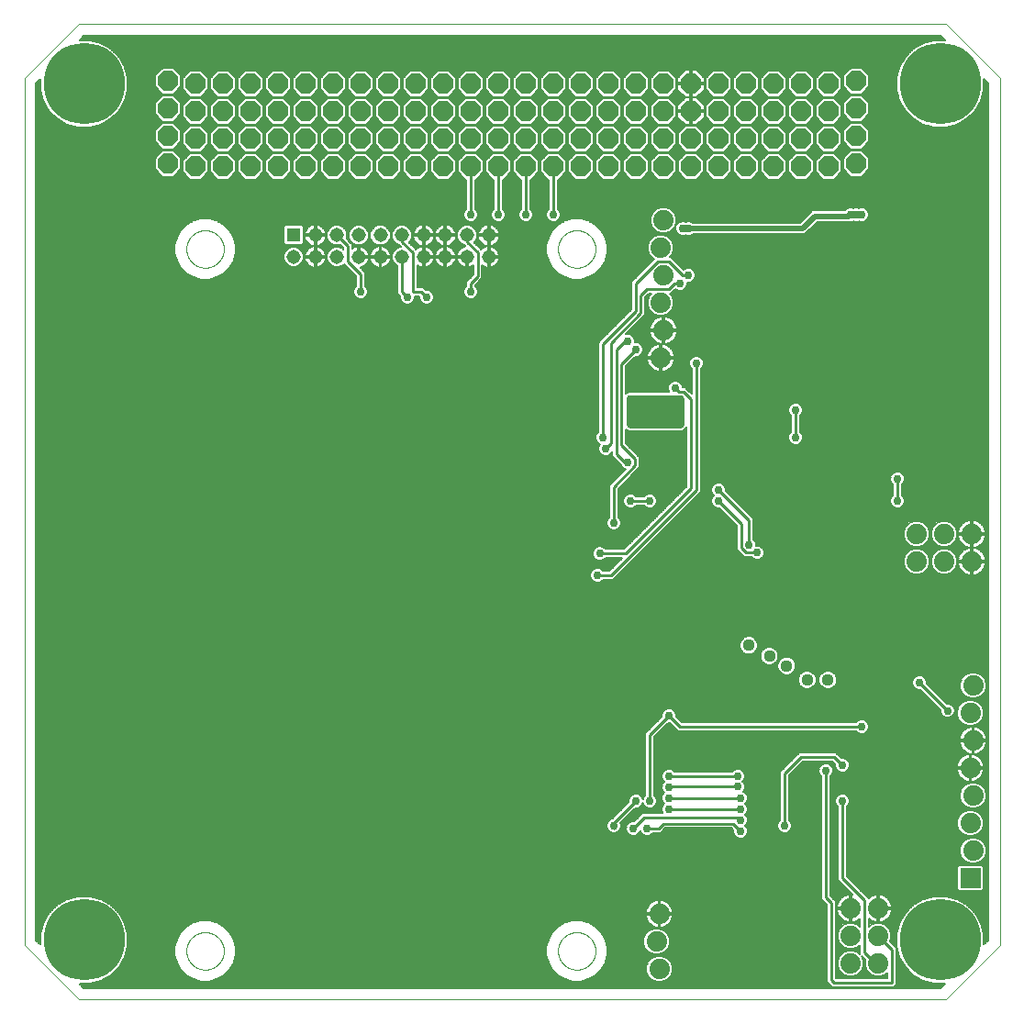
<source format=gbl>
G75*
%MOIN*%
%OFA0B0*%
%FSLAX25Y25*%
%IPPOS*%
%LPD*%
%AMOC8*
5,1,8,0,0,1.08239X$1,22.5*
%
%ADD10C,0.00000*%
%ADD11C,0.29528*%
%ADD12OC8,0.07400*%
%ADD13C,0.04400*%
%ADD14R,0.05150X0.05150*%
%ADD15C,0.05150*%
%ADD16R,0.07400X0.07400*%
%ADD17C,0.07400*%
%ADD18C,0.01000*%
%ADD19C,0.02978*%
%ADD20C,0.00600*%
%ADD21R,0.02978X0.02978*%
%ADD22OC8,0.03175*%
%ADD23R,0.03175X0.03175*%
%ADD24C,0.02000*%
%ADD25C,0.03000*%
D10*
X0020685Y0001812D02*
X0335646Y0001812D01*
X0355331Y0021497D01*
X0355331Y0336458D01*
X0335646Y0356143D01*
X0020685Y0356143D01*
X0001000Y0336458D01*
X0001000Y0021497D01*
X0020685Y0001812D01*
X0059855Y0019497D02*
X0059857Y0019664D01*
X0059863Y0019830D01*
X0059873Y0019997D01*
X0059888Y0020163D01*
X0059906Y0020328D01*
X0059929Y0020493D01*
X0059955Y0020658D01*
X0059985Y0020822D01*
X0060020Y0020985D01*
X0060059Y0021147D01*
X0060101Y0021308D01*
X0060147Y0021468D01*
X0060198Y0021627D01*
X0060252Y0021785D01*
X0060310Y0021941D01*
X0060372Y0022096D01*
X0060438Y0022249D01*
X0060507Y0022401D01*
X0060580Y0022550D01*
X0060657Y0022698D01*
X0060737Y0022844D01*
X0060821Y0022988D01*
X0060909Y0023130D01*
X0060999Y0023270D01*
X0061094Y0023407D01*
X0061191Y0023542D01*
X0061292Y0023675D01*
X0061396Y0023805D01*
X0061504Y0023933D01*
X0061614Y0024058D01*
X0061728Y0024180D01*
X0061844Y0024299D01*
X0061963Y0024415D01*
X0062085Y0024529D01*
X0062210Y0024639D01*
X0062338Y0024747D01*
X0062468Y0024851D01*
X0062601Y0024952D01*
X0062736Y0025049D01*
X0062873Y0025144D01*
X0063013Y0025234D01*
X0063155Y0025322D01*
X0063299Y0025406D01*
X0063445Y0025486D01*
X0063593Y0025563D01*
X0063742Y0025636D01*
X0063894Y0025705D01*
X0064047Y0025771D01*
X0064202Y0025833D01*
X0064358Y0025891D01*
X0064516Y0025945D01*
X0064675Y0025996D01*
X0064835Y0026042D01*
X0064996Y0026084D01*
X0065158Y0026123D01*
X0065321Y0026158D01*
X0065485Y0026188D01*
X0065650Y0026214D01*
X0065815Y0026237D01*
X0065980Y0026255D01*
X0066146Y0026270D01*
X0066313Y0026280D01*
X0066479Y0026286D01*
X0066646Y0026288D01*
X0066813Y0026286D01*
X0066979Y0026280D01*
X0067146Y0026270D01*
X0067312Y0026255D01*
X0067477Y0026237D01*
X0067642Y0026214D01*
X0067807Y0026188D01*
X0067971Y0026158D01*
X0068134Y0026123D01*
X0068296Y0026084D01*
X0068457Y0026042D01*
X0068617Y0025996D01*
X0068776Y0025945D01*
X0068934Y0025891D01*
X0069090Y0025833D01*
X0069245Y0025771D01*
X0069398Y0025705D01*
X0069550Y0025636D01*
X0069699Y0025563D01*
X0069847Y0025486D01*
X0069993Y0025406D01*
X0070137Y0025322D01*
X0070279Y0025234D01*
X0070419Y0025144D01*
X0070556Y0025049D01*
X0070691Y0024952D01*
X0070824Y0024851D01*
X0070954Y0024747D01*
X0071082Y0024639D01*
X0071207Y0024529D01*
X0071329Y0024415D01*
X0071448Y0024299D01*
X0071564Y0024180D01*
X0071678Y0024058D01*
X0071788Y0023933D01*
X0071896Y0023805D01*
X0072000Y0023675D01*
X0072101Y0023542D01*
X0072198Y0023407D01*
X0072293Y0023270D01*
X0072383Y0023130D01*
X0072471Y0022988D01*
X0072555Y0022844D01*
X0072635Y0022698D01*
X0072712Y0022550D01*
X0072785Y0022401D01*
X0072854Y0022249D01*
X0072920Y0022096D01*
X0072982Y0021941D01*
X0073040Y0021785D01*
X0073094Y0021627D01*
X0073145Y0021468D01*
X0073191Y0021308D01*
X0073233Y0021147D01*
X0073272Y0020985D01*
X0073307Y0020822D01*
X0073337Y0020658D01*
X0073363Y0020493D01*
X0073386Y0020328D01*
X0073404Y0020163D01*
X0073419Y0019997D01*
X0073429Y0019830D01*
X0073435Y0019664D01*
X0073437Y0019497D01*
X0073435Y0019330D01*
X0073429Y0019164D01*
X0073419Y0018997D01*
X0073404Y0018831D01*
X0073386Y0018666D01*
X0073363Y0018501D01*
X0073337Y0018336D01*
X0073307Y0018172D01*
X0073272Y0018009D01*
X0073233Y0017847D01*
X0073191Y0017686D01*
X0073145Y0017526D01*
X0073094Y0017367D01*
X0073040Y0017209D01*
X0072982Y0017053D01*
X0072920Y0016898D01*
X0072854Y0016745D01*
X0072785Y0016593D01*
X0072712Y0016444D01*
X0072635Y0016296D01*
X0072555Y0016150D01*
X0072471Y0016006D01*
X0072383Y0015864D01*
X0072293Y0015724D01*
X0072198Y0015587D01*
X0072101Y0015452D01*
X0072000Y0015319D01*
X0071896Y0015189D01*
X0071788Y0015061D01*
X0071678Y0014936D01*
X0071564Y0014814D01*
X0071448Y0014695D01*
X0071329Y0014579D01*
X0071207Y0014465D01*
X0071082Y0014355D01*
X0070954Y0014247D01*
X0070824Y0014143D01*
X0070691Y0014042D01*
X0070556Y0013945D01*
X0070419Y0013850D01*
X0070279Y0013760D01*
X0070137Y0013672D01*
X0069993Y0013588D01*
X0069847Y0013508D01*
X0069699Y0013431D01*
X0069550Y0013358D01*
X0069398Y0013289D01*
X0069245Y0013223D01*
X0069090Y0013161D01*
X0068934Y0013103D01*
X0068776Y0013049D01*
X0068617Y0012998D01*
X0068457Y0012952D01*
X0068296Y0012910D01*
X0068134Y0012871D01*
X0067971Y0012836D01*
X0067807Y0012806D01*
X0067642Y0012780D01*
X0067477Y0012757D01*
X0067312Y0012739D01*
X0067146Y0012724D01*
X0066979Y0012714D01*
X0066813Y0012708D01*
X0066646Y0012706D01*
X0066479Y0012708D01*
X0066313Y0012714D01*
X0066146Y0012724D01*
X0065980Y0012739D01*
X0065815Y0012757D01*
X0065650Y0012780D01*
X0065485Y0012806D01*
X0065321Y0012836D01*
X0065158Y0012871D01*
X0064996Y0012910D01*
X0064835Y0012952D01*
X0064675Y0012998D01*
X0064516Y0013049D01*
X0064358Y0013103D01*
X0064202Y0013161D01*
X0064047Y0013223D01*
X0063894Y0013289D01*
X0063742Y0013358D01*
X0063593Y0013431D01*
X0063445Y0013508D01*
X0063299Y0013588D01*
X0063155Y0013672D01*
X0063013Y0013760D01*
X0062873Y0013850D01*
X0062736Y0013945D01*
X0062601Y0014042D01*
X0062468Y0014143D01*
X0062338Y0014247D01*
X0062210Y0014355D01*
X0062085Y0014465D01*
X0061963Y0014579D01*
X0061844Y0014695D01*
X0061728Y0014814D01*
X0061614Y0014936D01*
X0061504Y0015061D01*
X0061396Y0015189D01*
X0061292Y0015319D01*
X0061191Y0015452D01*
X0061094Y0015587D01*
X0060999Y0015724D01*
X0060909Y0015864D01*
X0060821Y0016006D01*
X0060737Y0016150D01*
X0060657Y0016296D01*
X0060580Y0016444D01*
X0060507Y0016593D01*
X0060438Y0016745D01*
X0060372Y0016898D01*
X0060310Y0017053D01*
X0060252Y0017209D01*
X0060198Y0017367D01*
X0060147Y0017526D01*
X0060101Y0017686D01*
X0060059Y0017847D01*
X0060020Y0018009D01*
X0059985Y0018172D01*
X0059955Y0018336D01*
X0059929Y0018501D01*
X0059906Y0018666D01*
X0059888Y0018831D01*
X0059873Y0018997D01*
X0059863Y0019164D01*
X0059857Y0019330D01*
X0059855Y0019497D01*
X0194855Y0019497D02*
X0194857Y0019664D01*
X0194863Y0019830D01*
X0194873Y0019997D01*
X0194888Y0020163D01*
X0194906Y0020328D01*
X0194929Y0020493D01*
X0194955Y0020658D01*
X0194985Y0020822D01*
X0195020Y0020985D01*
X0195059Y0021147D01*
X0195101Y0021308D01*
X0195147Y0021468D01*
X0195198Y0021627D01*
X0195252Y0021785D01*
X0195310Y0021941D01*
X0195372Y0022096D01*
X0195438Y0022249D01*
X0195507Y0022401D01*
X0195580Y0022550D01*
X0195657Y0022698D01*
X0195737Y0022844D01*
X0195821Y0022988D01*
X0195909Y0023130D01*
X0195999Y0023270D01*
X0196094Y0023407D01*
X0196191Y0023542D01*
X0196292Y0023675D01*
X0196396Y0023805D01*
X0196504Y0023933D01*
X0196614Y0024058D01*
X0196728Y0024180D01*
X0196844Y0024299D01*
X0196963Y0024415D01*
X0197085Y0024529D01*
X0197210Y0024639D01*
X0197338Y0024747D01*
X0197468Y0024851D01*
X0197601Y0024952D01*
X0197736Y0025049D01*
X0197873Y0025144D01*
X0198013Y0025234D01*
X0198155Y0025322D01*
X0198299Y0025406D01*
X0198445Y0025486D01*
X0198593Y0025563D01*
X0198742Y0025636D01*
X0198894Y0025705D01*
X0199047Y0025771D01*
X0199202Y0025833D01*
X0199358Y0025891D01*
X0199516Y0025945D01*
X0199675Y0025996D01*
X0199835Y0026042D01*
X0199996Y0026084D01*
X0200158Y0026123D01*
X0200321Y0026158D01*
X0200485Y0026188D01*
X0200650Y0026214D01*
X0200815Y0026237D01*
X0200980Y0026255D01*
X0201146Y0026270D01*
X0201313Y0026280D01*
X0201479Y0026286D01*
X0201646Y0026288D01*
X0201813Y0026286D01*
X0201979Y0026280D01*
X0202146Y0026270D01*
X0202312Y0026255D01*
X0202477Y0026237D01*
X0202642Y0026214D01*
X0202807Y0026188D01*
X0202971Y0026158D01*
X0203134Y0026123D01*
X0203296Y0026084D01*
X0203457Y0026042D01*
X0203617Y0025996D01*
X0203776Y0025945D01*
X0203934Y0025891D01*
X0204090Y0025833D01*
X0204245Y0025771D01*
X0204398Y0025705D01*
X0204550Y0025636D01*
X0204699Y0025563D01*
X0204847Y0025486D01*
X0204993Y0025406D01*
X0205137Y0025322D01*
X0205279Y0025234D01*
X0205419Y0025144D01*
X0205556Y0025049D01*
X0205691Y0024952D01*
X0205824Y0024851D01*
X0205954Y0024747D01*
X0206082Y0024639D01*
X0206207Y0024529D01*
X0206329Y0024415D01*
X0206448Y0024299D01*
X0206564Y0024180D01*
X0206678Y0024058D01*
X0206788Y0023933D01*
X0206896Y0023805D01*
X0207000Y0023675D01*
X0207101Y0023542D01*
X0207198Y0023407D01*
X0207293Y0023270D01*
X0207383Y0023130D01*
X0207471Y0022988D01*
X0207555Y0022844D01*
X0207635Y0022698D01*
X0207712Y0022550D01*
X0207785Y0022401D01*
X0207854Y0022249D01*
X0207920Y0022096D01*
X0207982Y0021941D01*
X0208040Y0021785D01*
X0208094Y0021627D01*
X0208145Y0021468D01*
X0208191Y0021308D01*
X0208233Y0021147D01*
X0208272Y0020985D01*
X0208307Y0020822D01*
X0208337Y0020658D01*
X0208363Y0020493D01*
X0208386Y0020328D01*
X0208404Y0020163D01*
X0208419Y0019997D01*
X0208429Y0019830D01*
X0208435Y0019664D01*
X0208437Y0019497D01*
X0208435Y0019330D01*
X0208429Y0019164D01*
X0208419Y0018997D01*
X0208404Y0018831D01*
X0208386Y0018666D01*
X0208363Y0018501D01*
X0208337Y0018336D01*
X0208307Y0018172D01*
X0208272Y0018009D01*
X0208233Y0017847D01*
X0208191Y0017686D01*
X0208145Y0017526D01*
X0208094Y0017367D01*
X0208040Y0017209D01*
X0207982Y0017053D01*
X0207920Y0016898D01*
X0207854Y0016745D01*
X0207785Y0016593D01*
X0207712Y0016444D01*
X0207635Y0016296D01*
X0207555Y0016150D01*
X0207471Y0016006D01*
X0207383Y0015864D01*
X0207293Y0015724D01*
X0207198Y0015587D01*
X0207101Y0015452D01*
X0207000Y0015319D01*
X0206896Y0015189D01*
X0206788Y0015061D01*
X0206678Y0014936D01*
X0206564Y0014814D01*
X0206448Y0014695D01*
X0206329Y0014579D01*
X0206207Y0014465D01*
X0206082Y0014355D01*
X0205954Y0014247D01*
X0205824Y0014143D01*
X0205691Y0014042D01*
X0205556Y0013945D01*
X0205419Y0013850D01*
X0205279Y0013760D01*
X0205137Y0013672D01*
X0204993Y0013588D01*
X0204847Y0013508D01*
X0204699Y0013431D01*
X0204550Y0013358D01*
X0204398Y0013289D01*
X0204245Y0013223D01*
X0204090Y0013161D01*
X0203934Y0013103D01*
X0203776Y0013049D01*
X0203617Y0012998D01*
X0203457Y0012952D01*
X0203296Y0012910D01*
X0203134Y0012871D01*
X0202971Y0012836D01*
X0202807Y0012806D01*
X0202642Y0012780D01*
X0202477Y0012757D01*
X0202312Y0012739D01*
X0202146Y0012724D01*
X0201979Y0012714D01*
X0201813Y0012708D01*
X0201646Y0012706D01*
X0201479Y0012708D01*
X0201313Y0012714D01*
X0201146Y0012724D01*
X0200980Y0012739D01*
X0200815Y0012757D01*
X0200650Y0012780D01*
X0200485Y0012806D01*
X0200321Y0012836D01*
X0200158Y0012871D01*
X0199996Y0012910D01*
X0199835Y0012952D01*
X0199675Y0012998D01*
X0199516Y0013049D01*
X0199358Y0013103D01*
X0199202Y0013161D01*
X0199047Y0013223D01*
X0198894Y0013289D01*
X0198742Y0013358D01*
X0198593Y0013431D01*
X0198445Y0013508D01*
X0198299Y0013588D01*
X0198155Y0013672D01*
X0198013Y0013760D01*
X0197873Y0013850D01*
X0197736Y0013945D01*
X0197601Y0014042D01*
X0197468Y0014143D01*
X0197338Y0014247D01*
X0197210Y0014355D01*
X0197085Y0014465D01*
X0196963Y0014579D01*
X0196844Y0014695D01*
X0196728Y0014814D01*
X0196614Y0014936D01*
X0196504Y0015061D01*
X0196396Y0015189D01*
X0196292Y0015319D01*
X0196191Y0015452D01*
X0196094Y0015587D01*
X0195999Y0015724D01*
X0195909Y0015864D01*
X0195821Y0016006D01*
X0195737Y0016150D01*
X0195657Y0016296D01*
X0195580Y0016444D01*
X0195507Y0016593D01*
X0195438Y0016745D01*
X0195372Y0016898D01*
X0195310Y0017053D01*
X0195252Y0017209D01*
X0195198Y0017367D01*
X0195147Y0017526D01*
X0195101Y0017686D01*
X0195059Y0017847D01*
X0195020Y0018009D01*
X0194985Y0018172D01*
X0194955Y0018336D01*
X0194929Y0018501D01*
X0194906Y0018666D01*
X0194888Y0018831D01*
X0194873Y0018997D01*
X0194863Y0019164D01*
X0194857Y0019330D01*
X0194855Y0019497D01*
X0194855Y0274497D02*
X0194857Y0274664D01*
X0194863Y0274830D01*
X0194873Y0274997D01*
X0194888Y0275163D01*
X0194906Y0275328D01*
X0194929Y0275493D01*
X0194955Y0275658D01*
X0194985Y0275822D01*
X0195020Y0275985D01*
X0195059Y0276147D01*
X0195101Y0276308D01*
X0195147Y0276468D01*
X0195198Y0276627D01*
X0195252Y0276785D01*
X0195310Y0276941D01*
X0195372Y0277096D01*
X0195438Y0277249D01*
X0195507Y0277401D01*
X0195580Y0277550D01*
X0195657Y0277698D01*
X0195737Y0277844D01*
X0195821Y0277988D01*
X0195909Y0278130D01*
X0195999Y0278270D01*
X0196094Y0278407D01*
X0196191Y0278542D01*
X0196292Y0278675D01*
X0196396Y0278805D01*
X0196504Y0278933D01*
X0196614Y0279058D01*
X0196728Y0279180D01*
X0196844Y0279299D01*
X0196963Y0279415D01*
X0197085Y0279529D01*
X0197210Y0279639D01*
X0197338Y0279747D01*
X0197468Y0279851D01*
X0197601Y0279952D01*
X0197736Y0280049D01*
X0197873Y0280144D01*
X0198013Y0280234D01*
X0198155Y0280322D01*
X0198299Y0280406D01*
X0198445Y0280486D01*
X0198593Y0280563D01*
X0198742Y0280636D01*
X0198894Y0280705D01*
X0199047Y0280771D01*
X0199202Y0280833D01*
X0199358Y0280891D01*
X0199516Y0280945D01*
X0199675Y0280996D01*
X0199835Y0281042D01*
X0199996Y0281084D01*
X0200158Y0281123D01*
X0200321Y0281158D01*
X0200485Y0281188D01*
X0200650Y0281214D01*
X0200815Y0281237D01*
X0200980Y0281255D01*
X0201146Y0281270D01*
X0201313Y0281280D01*
X0201479Y0281286D01*
X0201646Y0281288D01*
X0201813Y0281286D01*
X0201979Y0281280D01*
X0202146Y0281270D01*
X0202312Y0281255D01*
X0202477Y0281237D01*
X0202642Y0281214D01*
X0202807Y0281188D01*
X0202971Y0281158D01*
X0203134Y0281123D01*
X0203296Y0281084D01*
X0203457Y0281042D01*
X0203617Y0280996D01*
X0203776Y0280945D01*
X0203934Y0280891D01*
X0204090Y0280833D01*
X0204245Y0280771D01*
X0204398Y0280705D01*
X0204550Y0280636D01*
X0204699Y0280563D01*
X0204847Y0280486D01*
X0204993Y0280406D01*
X0205137Y0280322D01*
X0205279Y0280234D01*
X0205419Y0280144D01*
X0205556Y0280049D01*
X0205691Y0279952D01*
X0205824Y0279851D01*
X0205954Y0279747D01*
X0206082Y0279639D01*
X0206207Y0279529D01*
X0206329Y0279415D01*
X0206448Y0279299D01*
X0206564Y0279180D01*
X0206678Y0279058D01*
X0206788Y0278933D01*
X0206896Y0278805D01*
X0207000Y0278675D01*
X0207101Y0278542D01*
X0207198Y0278407D01*
X0207293Y0278270D01*
X0207383Y0278130D01*
X0207471Y0277988D01*
X0207555Y0277844D01*
X0207635Y0277698D01*
X0207712Y0277550D01*
X0207785Y0277401D01*
X0207854Y0277249D01*
X0207920Y0277096D01*
X0207982Y0276941D01*
X0208040Y0276785D01*
X0208094Y0276627D01*
X0208145Y0276468D01*
X0208191Y0276308D01*
X0208233Y0276147D01*
X0208272Y0275985D01*
X0208307Y0275822D01*
X0208337Y0275658D01*
X0208363Y0275493D01*
X0208386Y0275328D01*
X0208404Y0275163D01*
X0208419Y0274997D01*
X0208429Y0274830D01*
X0208435Y0274664D01*
X0208437Y0274497D01*
X0208435Y0274330D01*
X0208429Y0274164D01*
X0208419Y0273997D01*
X0208404Y0273831D01*
X0208386Y0273666D01*
X0208363Y0273501D01*
X0208337Y0273336D01*
X0208307Y0273172D01*
X0208272Y0273009D01*
X0208233Y0272847D01*
X0208191Y0272686D01*
X0208145Y0272526D01*
X0208094Y0272367D01*
X0208040Y0272209D01*
X0207982Y0272053D01*
X0207920Y0271898D01*
X0207854Y0271745D01*
X0207785Y0271593D01*
X0207712Y0271444D01*
X0207635Y0271296D01*
X0207555Y0271150D01*
X0207471Y0271006D01*
X0207383Y0270864D01*
X0207293Y0270724D01*
X0207198Y0270587D01*
X0207101Y0270452D01*
X0207000Y0270319D01*
X0206896Y0270189D01*
X0206788Y0270061D01*
X0206678Y0269936D01*
X0206564Y0269814D01*
X0206448Y0269695D01*
X0206329Y0269579D01*
X0206207Y0269465D01*
X0206082Y0269355D01*
X0205954Y0269247D01*
X0205824Y0269143D01*
X0205691Y0269042D01*
X0205556Y0268945D01*
X0205419Y0268850D01*
X0205279Y0268760D01*
X0205137Y0268672D01*
X0204993Y0268588D01*
X0204847Y0268508D01*
X0204699Y0268431D01*
X0204550Y0268358D01*
X0204398Y0268289D01*
X0204245Y0268223D01*
X0204090Y0268161D01*
X0203934Y0268103D01*
X0203776Y0268049D01*
X0203617Y0267998D01*
X0203457Y0267952D01*
X0203296Y0267910D01*
X0203134Y0267871D01*
X0202971Y0267836D01*
X0202807Y0267806D01*
X0202642Y0267780D01*
X0202477Y0267757D01*
X0202312Y0267739D01*
X0202146Y0267724D01*
X0201979Y0267714D01*
X0201813Y0267708D01*
X0201646Y0267706D01*
X0201479Y0267708D01*
X0201313Y0267714D01*
X0201146Y0267724D01*
X0200980Y0267739D01*
X0200815Y0267757D01*
X0200650Y0267780D01*
X0200485Y0267806D01*
X0200321Y0267836D01*
X0200158Y0267871D01*
X0199996Y0267910D01*
X0199835Y0267952D01*
X0199675Y0267998D01*
X0199516Y0268049D01*
X0199358Y0268103D01*
X0199202Y0268161D01*
X0199047Y0268223D01*
X0198894Y0268289D01*
X0198742Y0268358D01*
X0198593Y0268431D01*
X0198445Y0268508D01*
X0198299Y0268588D01*
X0198155Y0268672D01*
X0198013Y0268760D01*
X0197873Y0268850D01*
X0197736Y0268945D01*
X0197601Y0269042D01*
X0197468Y0269143D01*
X0197338Y0269247D01*
X0197210Y0269355D01*
X0197085Y0269465D01*
X0196963Y0269579D01*
X0196844Y0269695D01*
X0196728Y0269814D01*
X0196614Y0269936D01*
X0196504Y0270061D01*
X0196396Y0270189D01*
X0196292Y0270319D01*
X0196191Y0270452D01*
X0196094Y0270587D01*
X0195999Y0270724D01*
X0195909Y0270864D01*
X0195821Y0271006D01*
X0195737Y0271150D01*
X0195657Y0271296D01*
X0195580Y0271444D01*
X0195507Y0271593D01*
X0195438Y0271745D01*
X0195372Y0271898D01*
X0195310Y0272053D01*
X0195252Y0272209D01*
X0195198Y0272367D01*
X0195147Y0272526D01*
X0195101Y0272686D01*
X0195059Y0272847D01*
X0195020Y0273009D01*
X0194985Y0273172D01*
X0194955Y0273336D01*
X0194929Y0273501D01*
X0194906Y0273666D01*
X0194888Y0273831D01*
X0194873Y0273997D01*
X0194863Y0274164D01*
X0194857Y0274330D01*
X0194855Y0274497D01*
X0059855Y0274497D02*
X0059857Y0274664D01*
X0059863Y0274830D01*
X0059873Y0274997D01*
X0059888Y0275163D01*
X0059906Y0275328D01*
X0059929Y0275493D01*
X0059955Y0275658D01*
X0059985Y0275822D01*
X0060020Y0275985D01*
X0060059Y0276147D01*
X0060101Y0276308D01*
X0060147Y0276468D01*
X0060198Y0276627D01*
X0060252Y0276785D01*
X0060310Y0276941D01*
X0060372Y0277096D01*
X0060438Y0277249D01*
X0060507Y0277401D01*
X0060580Y0277550D01*
X0060657Y0277698D01*
X0060737Y0277844D01*
X0060821Y0277988D01*
X0060909Y0278130D01*
X0060999Y0278270D01*
X0061094Y0278407D01*
X0061191Y0278542D01*
X0061292Y0278675D01*
X0061396Y0278805D01*
X0061504Y0278933D01*
X0061614Y0279058D01*
X0061728Y0279180D01*
X0061844Y0279299D01*
X0061963Y0279415D01*
X0062085Y0279529D01*
X0062210Y0279639D01*
X0062338Y0279747D01*
X0062468Y0279851D01*
X0062601Y0279952D01*
X0062736Y0280049D01*
X0062873Y0280144D01*
X0063013Y0280234D01*
X0063155Y0280322D01*
X0063299Y0280406D01*
X0063445Y0280486D01*
X0063593Y0280563D01*
X0063742Y0280636D01*
X0063894Y0280705D01*
X0064047Y0280771D01*
X0064202Y0280833D01*
X0064358Y0280891D01*
X0064516Y0280945D01*
X0064675Y0280996D01*
X0064835Y0281042D01*
X0064996Y0281084D01*
X0065158Y0281123D01*
X0065321Y0281158D01*
X0065485Y0281188D01*
X0065650Y0281214D01*
X0065815Y0281237D01*
X0065980Y0281255D01*
X0066146Y0281270D01*
X0066313Y0281280D01*
X0066479Y0281286D01*
X0066646Y0281288D01*
X0066813Y0281286D01*
X0066979Y0281280D01*
X0067146Y0281270D01*
X0067312Y0281255D01*
X0067477Y0281237D01*
X0067642Y0281214D01*
X0067807Y0281188D01*
X0067971Y0281158D01*
X0068134Y0281123D01*
X0068296Y0281084D01*
X0068457Y0281042D01*
X0068617Y0280996D01*
X0068776Y0280945D01*
X0068934Y0280891D01*
X0069090Y0280833D01*
X0069245Y0280771D01*
X0069398Y0280705D01*
X0069550Y0280636D01*
X0069699Y0280563D01*
X0069847Y0280486D01*
X0069993Y0280406D01*
X0070137Y0280322D01*
X0070279Y0280234D01*
X0070419Y0280144D01*
X0070556Y0280049D01*
X0070691Y0279952D01*
X0070824Y0279851D01*
X0070954Y0279747D01*
X0071082Y0279639D01*
X0071207Y0279529D01*
X0071329Y0279415D01*
X0071448Y0279299D01*
X0071564Y0279180D01*
X0071678Y0279058D01*
X0071788Y0278933D01*
X0071896Y0278805D01*
X0072000Y0278675D01*
X0072101Y0278542D01*
X0072198Y0278407D01*
X0072293Y0278270D01*
X0072383Y0278130D01*
X0072471Y0277988D01*
X0072555Y0277844D01*
X0072635Y0277698D01*
X0072712Y0277550D01*
X0072785Y0277401D01*
X0072854Y0277249D01*
X0072920Y0277096D01*
X0072982Y0276941D01*
X0073040Y0276785D01*
X0073094Y0276627D01*
X0073145Y0276468D01*
X0073191Y0276308D01*
X0073233Y0276147D01*
X0073272Y0275985D01*
X0073307Y0275822D01*
X0073337Y0275658D01*
X0073363Y0275493D01*
X0073386Y0275328D01*
X0073404Y0275163D01*
X0073419Y0274997D01*
X0073429Y0274830D01*
X0073435Y0274664D01*
X0073437Y0274497D01*
X0073435Y0274330D01*
X0073429Y0274164D01*
X0073419Y0273997D01*
X0073404Y0273831D01*
X0073386Y0273666D01*
X0073363Y0273501D01*
X0073337Y0273336D01*
X0073307Y0273172D01*
X0073272Y0273009D01*
X0073233Y0272847D01*
X0073191Y0272686D01*
X0073145Y0272526D01*
X0073094Y0272367D01*
X0073040Y0272209D01*
X0072982Y0272053D01*
X0072920Y0271898D01*
X0072854Y0271745D01*
X0072785Y0271593D01*
X0072712Y0271444D01*
X0072635Y0271296D01*
X0072555Y0271150D01*
X0072471Y0271006D01*
X0072383Y0270864D01*
X0072293Y0270724D01*
X0072198Y0270587D01*
X0072101Y0270452D01*
X0072000Y0270319D01*
X0071896Y0270189D01*
X0071788Y0270061D01*
X0071678Y0269936D01*
X0071564Y0269814D01*
X0071448Y0269695D01*
X0071329Y0269579D01*
X0071207Y0269465D01*
X0071082Y0269355D01*
X0070954Y0269247D01*
X0070824Y0269143D01*
X0070691Y0269042D01*
X0070556Y0268945D01*
X0070419Y0268850D01*
X0070279Y0268760D01*
X0070137Y0268672D01*
X0069993Y0268588D01*
X0069847Y0268508D01*
X0069699Y0268431D01*
X0069550Y0268358D01*
X0069398Y0268289D01*
X0069245Y0268223D01*
X0069090Y0268161D01*
X0068934Y0268103D01*
X0068776Y0268049D01*
X0068617Y0267998D01*
X0068457Y0267952D01*
X0068296Y0267910D01*
X0068134Y0267871D01*
X0067971Y0267836D01*
X0067807Y0267806D01*
X0067642Y0267780D01*
X0067477Y0267757D01*
X0067312Y0267739D01*
X0067146Y0267724D01*
X0066979Y0267714D01*
X0066813Y0267708D01*
X0066646Y0267706D01*
X0066479Y0267708D01*
X0066313Y0267714D01*
X0066146Y0267724D01*
X0065980Y0267739D01*
X0065815Y0267757D01*
X0065650Y0267780D01*
X0065485Y0267806D01*
X0065321Y0267836D01*
X0065158Y0267871D01*
X0064996Y0267910D01*
X0064835Y0267952D01*
X0064675Y0267998D01*
X0064516Y0268049D01*
X0064358Y0268103D01*
X0064202Y0268161D01*
X0064047Y0268223D01*
X0063894Y0268289D01*
X0063742Y0268358D01*
X0063593Y0268431D01*
X0063445Y0268508D01*
X0063299Y0268588D01*
X0063155Y0268672D01*
X0063013Y0268760D01*
X0062873Y0268850D01*
X0062736Y0268945D01*
X0062601Y0269042D01*
X0062468Y0269143D01*
X0062338Y0269247D01*
X0062210Y0269355D01*
X0062085Y0269465D01*
X0061963Y0269579D01*
X0061844Y0269695D01*
X0061728Y0269814D01*
X0061614Y0269936D01*
X0061504Y0270061D01*
X0061396Y0270189D01*
X0061292Y0270319D01*
X0061191Y0270452D01*
X0061094Y0270587D01*
X0060999Y0270724D01*
X0060909Y0270864D01*
X0060821Y0271006D01*
X0060737Y0271150D01*
X0060657Y0271296D01*
X0060580Y0271444D01*
X0060507Y0271593D01*
X0060438Y0271745D01*
X0060372Y0271898D01*
X0060310Y0272053D01*
X0060252Y0272209D01*
X0060198Y0272367D01*
X0060147Y0272526D01*
X0060101Y0272686D01*
X0060059Y0272847D01*
X0060020Y0273009D01*
X0059985Y0273172D01*
X0059955Y0273336D01*
X0059929Y0273501D01*
X0059906Y0273666D01*
X0059888Y0273831D01*
X0059873Y0273997D01*
X0059863Y0274164D01*
X0059857Y0274330D01*
X0059855Y0274497D01*
D11*
X0022654Y0334490D03*
X0333677Y0334490D03*
X0333677Y0023466D03*
X0022654Y0023466D03*
D12*
X0053165Y0305490D03*
X0053165Y0315490D03*
X0053165Y0325490D03*
X0053165Y0335490D03*
X0063165Y0334490D03*
X0073165Y0334490D03*
X0083165Y0334490D03*
X0093165Y0334490D03*
X0103165Y0334490D03*
X0113165Y0334490D03*
X0123165Y0334490D03*
X0133165Y0334490D03*
X0143165Y0334490D03*
X0153165Y0334490D03*
X0163165Y0334490D03*
X0173165Y0334490D03*
X0183165Y0334490D03*
X0193165Y0334490D03*
X0203165Y0334490D03*
X0213165Y0334490D03*
X0223165Y0334490D03*
X0233165Y0334490D03*
X0243165Y0334490D03*
X0253165Y0334490D03*
X0263165Y0334490D03*
X0273165Y0334490D03*
X0283165Y0334490D03*
X0293165Y0334490D03*
X0293165Y0324490D03*
X0293165Y0314490D03*
X0283165Y0314490D03*
X0283165Y0324490D03*
X0273165Y0324490D03*
X0273165Y0314490D03*
X0263165Y0314490D03*
X0263165Y0324490D03*
X0253165Y0324490D03*
X0253165Y0314490D03*
X0243165Y0314490D03*
X0243165Y0324490D03*
X0233165Y0324490D03*
X0233165Y0314490D03*
X0223165Y0314490D03*
X0223165Y0324490D03*
X0213165Y0324490D03*
X0213165Y0314490D03*
X0203165Y0314490D03*
X0203165Y0324490D03*
X0193165Y0324490D03*
X0193165Y0314490D03*
X0183165Y0314490D03*
X0183165Y0324490D03*
X0173165Y0324490D03*
X0173165Y0314490D03*
X0163165Y0314490D03*
X0163165Y0324490D03*
X0153165Y0324490D03*
X0153165Y0314490D03*
X0143165Y0314490D03*
X0143165Y0324490D03*
X0133165Y0324490D03*
X0133165Y0314490D03*
X0123165Y0314490D03*
X0123165Y0324490D03*
X0113165Y0324490D03*
X0113165Y0314490D03*
X0103165Y0314490D03*
X0103165Y0324490D03*
X0093165Y0324490D03*
X0093165Y0314490D03*
X0083165Y0314490D03*
X0083165Y0324490D03*
X0073165Y0324490D03*
X0073165Y0314490D03*
X0063165Y0314490D03*
X0063165Y0324490D03*
X0063165Y0304490D03*
X0073165Y0304490D03*
X0083165Y0304490D03*
X0093165Y0304490D03*
X0103165Y0304490D03*
X0113165Y0304490D03*
X0123165Y0304490D03*
X0133165Y0304490D03*
X0143165Y0304490D03*
X0153165Y0304490D03*
X0163165Y0304490D03*
X0173165Y0304490D03*
X0183165Y0304490D03*
X0193165Y0304490D03*
X0203165Y0304490D03*
X0213165Y0304490D03*
X0223165Y0304490D03*
X0233165Y0304490D03*
X0243165Y0304490D03*
X0253165Y0304490D03*
X0263165Y0304490D03*
X0273165Y0304490D03*
X0283165Y0304490D03*
X0293165Y0304490D03*
X0303165Y0305490D03*
X0303165Y0315490D03*
X0303165Y0325490D03*
X0303165Y0335490D03*
D13*
X0248516Y0175517D03*
X0241035Y0175419D03*
X0266134Y0159671D03*
X0249402Y0146875D03*
X0230701Y0139986D03*
X0239559Y0129159D03*
X0230701Y0119316D03*
X0235622Y0109474D03*
X0248417Y0107505D03*
X0260228Y0107505D03*
X0271647Y0126614D03*
X0277895Y0122993D03*
X0285415Y0117978D03*
X0292915Y0117978D03*
X0292709Y0109474D03*
X0293693Y0094710D03*
X0264165Y0130527D03*
X0294677Y0165576D03*
X0299106Y0163116D03*
X0305504Y0174434D03*
X0234638Y0062230D03*
X0235622Y0046482D03*
D14*
X0098811Y0279497D03*
D15*
X0098811Y0271623D03*
X0106685Y0271623D03*
X0114559Y0271623D03*
X0122433Y0271623D03*
X0130307Y0271623D03*
X0130307Y0279497D03*
X0122433Y0279497D03*
X0114559Y0279497D03*
X0106685Y0279497D03*
X0138181Y0279497D03*
X0138181Y0271623D03*
X0146055Y0271623D03*
X0153929Y0271623D03*
X0161803Y0271623D03*
X0169677Y0271623D03*
X0169677Y0279497D03*
X0161803Y0279497D03*
X0153929Y0279497D03*
X0146055Y0279497D03*
D16*
X0344665Y0045978D03*
D17*
X0345665Y0055978D03*
X0344665Y0065978D03*
X0345665Y0075978D03*
X0344665Y0085978D03*
X0345665Y0095978D03*
X0344665Y0105978D03*
X0345665Y0115978D03*
X0345165Y0160978D03*
X0335165Y0160978D03*
X0335165Y0170978D03*
X0345165Y0170978D03*
X0325165Y0170978D03*
X0325165Y0160978D03*
X0233165Y0244978D03*
X0232165Y0254978D03*
X0233165Y0264978D03*
X0232165Y0274978D03*
X0233165Y0284978D03*
X0232165Y0234978D03*
X0231665Y0032978D03*
X0230665Y0022978D03*
X0231665Y0012978D03*
X0301165Y0014978D03*
X0301165Y0024978D03*
X0301165Y0034978D03*
X0311165Y0034978D03*
X0311165Y0024978D03*
X0311165Y0014978D03*
D18*
X0310165Y0014978D01*
X0306165Y0018978D01*
X0306165Y0037978D01*
X0298165Y0045978D01*
X0298165Y0073978D01*
X0292165Y0084978D02*
X0292165Y0038978D01*
X0294165Y0036978D01*
X0294165Y0008978D01*
X0295165Y0007978D01*
X0316165Y0007978D01*
X0316165Y0019978D01*
X0311165Y0024978D01*
X0277165Y0064978D02*
X0277165Y0083978D01*
X0283165Y0089978D01*
X0295165Y0089978D01*
X0298165Y0086978D01*
X0305165Y0100978D02*
X0239165Y0100978D01*
X0235165Y0104978D01*
X0228165Y0097978D01*
X0228165Y0073978D01*
X0223165Y0073978D02*
X0215165Y0065978D01*
X0215165Y0064978D01*
X0215165Y0063978D01*
X0215165Y0064978D01*
X0222165Y0063978D02*
X0226165Y0067978D01*
X0260165Y0067978D01*
X0261165Y0066978D01*
X0258413Y0065730D02*
X0233188Y0065730D01*
X0231436Y0063978D01*
X0227165Y0063978D01*
X0235165Y0070978D02*
X0261165Y0070978D01*
X0261165Y0074978D02*
X0235165Y0074978D01*
X0235165Y0078978D02*
X0235387Y0079200D01*
X0260165Y0079200D01*
X0260165Y0082978D02*
X0235165Y0082978D01*
X0258413Y0065730D02*
X0261165Y0062978D01*
X0326165Y0116978D02*
X0336415Y0106728D01*
X0267165Y0164160D02*
X0267136Y0164189D01*
X0263010Y0164189D01*
X0261376Y0165822D01*
X0261376Y0174767D01*
X0253165Y0182978D01*
X0253165Y0186978D02*
X0264165Y0175978D01*
X0264165Y0166978D01*
X0245165Y0186978D02*
X0214165Y0155978D01*
X0209165Y0155978D01*
X0210092Y0163904D02*
X0219546Y0163904D01*
X0243165Y0187523D01*
X0243165Y0219938D01*
X0240325Y0222778D01*
X0238654Y0222778D01*
X0237454Y0223978D01*
X0245165Y0232978D02*
X0245165Y0186978D01*
X0228165Y0182978D02*
X0221165Y0182978D01*
X0215165Y0188034D02*
X0222954Y0195822D01*
X0222954Y0198133D01*
X0217965Y0203122D01*
X0217965Y0232778D01*
X0223165Y0237978D01*
X0220137Y0240950D02*
X0219137Y0240950D01*
X0216165Y0237978D01*
X0216165Y0199978D01*
X0219165Y0196978D01*
X0220165Y0196978D01*
X0214165Y0203978D02*
X0214165Y0240432D01*
X0224965Y0251232D01*
X0224965Y0257778D01*
X0227165Y0259978D01*
X0235236Y0259978D01*
X0237236Y0261978D01*
X0239165Y0261978D01*
X0240236Y0264978D02*
X0235236Y0269978D01*
X0231094Y0269978D01*
X0227165Y0266049D01*
X0227165Y0265978D01*
X0223165Y0261978D01*
X0223165Y0251978D01*
X0211165Y0239978D01*
X0211165Y0205978D01*
X0214165Y0203978D02*
X0212165Y0201978D01*
X0215165Y0188034D02*
X0215165Y0174978D01*
X0281165Y0205978D02*
X0281165Y0215978D01*
X0318165Y0190978D02*
X0318165Y0182978D01*
X0241954Y0264767D02*
X0242165Y0264978D01*
X0240236Y0264978D01*
X0193165Y0286978D02*
X0193165Y0304490D01*
X0183165Y0304490D02*
X0183165Y0286978D01*
X0173165Y0286978D02*
X0173165Y0304490D01*
X0163165Y0304490D02*
X0163165Y0286978D01*
X0161803Y0279497D02*
X0161803Y0277103D01*
X0165678Y0273228D01*
X0165678Y0264490D01*
X0163165Y0261978D01*
X0163165Y0258978D01*
X0147165Y0256978D02*
X0145165Y0258978D01*
X0142165Y0258978D01*
X0142056Y0259087D01*
X0142056Y0273228D01*
X0138181Y0277103D01*
X0138181Y0279497D01*
X0138181Y0271623D02*
X0138181Y0258993D01*
X0138165Y0258978D01*
X0140165Y0256978D01*
X0123165Y0258978D02*
X0123165Y0265411D01*
X0118558Y0270018D01*
X0118558Y0275498D01*
X0114559Y0279497D01*
D19*
X0123165Y0258978D03*
X0140165Y0256978D03*
X0147165Y0256978D03*
X0163165Y0258978D03*
X0163165Y0286978D03*
X0173165Y0286978D03*
X0183165Y0286978D03*
X0193165Y0286978D03*
X0239165Y0261978D03*
X0242165Y0264978D03*
X0242165Y0281978D03*
X0240165Y0281978D03*
X0220137Y0240950D03*
X0223165Y0237978D03*
X0237454Y0223978D03*
X0239165Y0219978D03*
X0239165Y0216978D03*
X0239165Y0213978D03*
X0239165Y0210978D03*
X0252665Y0222978D03*
X0252665Y0224978D03*
X0245165Y0232978D03*
X0221165Y0219978D03*
X0221165Y0216978D03*
X0221165Y0213978D03*
X0221165Y0210978D03*
X0211165Y0205978D03*
X0212165Y0201978D03*
X0220165Y0196978D03*
X0221165Y0182978D03*
X0228165Y0182978D03*
X0215165Y0174978D03*
X0210092Y0163904D03*
X0209165Y0155978D03*
X0253165Y0182978D03*
X0253165Y0186978D03*
X0264165Y0166978D03*
X0267165Y0164160D03*
X0281165Y0205978D03*
X0281165Y0215978D03*
X0318165Y0190978D03*
X0318165Y0182978D03*
X0326165Y0116978D03*
X0336415Y0106728D03*
X0305165Y0100978D03*
X0298165Y0086978D03*
X0292165Y0084978D03*
X0298165Y0073978D03*
X0277165Y0064978D03*
X0261165Y0066978D03*
X0261165Y0070978D03*
X0261165Y0074978D03*
X0260165Y0079200D03*
X0260165Y0082978D03*
X0261165Y0062978D03*
X0235165Y0070978D03*
X0235165Y0074978D03*
X0235165Y0078978D03*
X0235165Y0082978D03*
X0228165Y0073978D03*
X0223165Y0073978D03*
X0215165Y0064978D03*
X0222165Y0063978D03*
X0227165Y0063978D03*
X0235165Y0104978D03*
X0301165Y0286978D03*
X0303165Y0286978D03*
X0305165Y0286978D03*
X0310665Y0300228D03*
X0310665Y0302728D03*
X0045665Y0302728D03*
X0045665Y0305228D03*
D20*
X0048365Y0305378D02*
X0005300Y0305378D01*
X0005300Y0304780D02*
X0048365Y0304780D01*
X0048365Y0304181D02*
X0005300Y0304181D01*
X0005300Y0303583D02*
X0048365Y0303583D01*
X0048365Y0303501D02*
X0051177Y0300690D01*
X0055154Y0300690D01*
X0057965Y0303501D01*
X0057965Y0307478D01*
X0055154Y0310290D01*
X0051177Y0310290D01*
X0048365Y0307478D01*
X0048365Y0303501D01*
X0048882Y0302984D02*
X0005300Y0302984D01*
X0005300Y0302386D02*
X0049481Y0302386D01*
X0050079Y0301787D02*
X0005300Y0301787D01*
X0005300Y0301189D02*
X0050678Y0301189D01*
X0048365Y0305977D02*
X0005300Y0305977D01*
X0005300Y0306575D02*
X0048365Y0306575D01*
X0048365Y0307174D02*
X0005300Y0307174D01*
X0005300Y0307772D02*
X0048660Y0307772D01*
X0049258Y0308371D02*
X0005300Y0308371D01*
X0005300Y0308969D02*
X0049857Y0308969D01*
X0050455Y0309568D02*
X0005300Y0309568D01*
X0005300Y0310166D02*
X0051054Y0310166D01*
X0051177Y0310690D02*
X0055154Y0310690D01*
X0057965Y0313501D01*
X0057965Y0317478D01*
X0055154Y0320290D01*
X0051177Y0320290D01*
X0048365Y0317478D01*
X0048365Y0313501D01*
X0051177Y0310690D01*
X0051102Y0310765D02*
X0005300Y0310765D01*
X0005300Y0311363D02*
X0050503Y0311363D01*
X0049905Y0311962D02*
X0005300Y0311962D01*
X0005300Y0312560D02*
X0049306Y0312560D01*
X0048708Y0313159D02*
X0005300Y0313159D01*
X0005300Y0313757D02*
X0048365Y0313757D01*
X0048365Y0314356D02*
X0005300Y0314356D01*
X0005300Y0314954D02*
X0048365Y0314954D01*
X0048365Y0315553D02*
X0005300Y0315553D01*
X0005300Y0316152D02*
X0048365Y0316152D01*
X0048365Y0316750D02*
X0005300Y0316750D01*
X0005300Y0317349D02*
X0048365Y0317349D01*
X0048835Y0317947D02*
X0005300Y0317947D01*
X0005300Y0318546D02*
X0049433Y0318546D01*
X0050032Y0319144D02*
X0026676Y0319144D01*
X0024742Y0318626D02*
X0028777Y0319707D01*
X0032394Y0321795D01*
X0035348Y0324749D01*
X0037436Y0328366D01*
X0038517Y0332401D01*
X0038517Y0336578D01*
X0037436Y0340613D01*
X0035348Y0344230D01*
X0032394Y0347184D01*
X0028777Y0349272D01*
X0024742Y0350353D01*
X0020976Y0350353D01*
X0022466Y0351843D01*
X0333865Y0351843D01*
X0335354Y0350353D01*
X0331589Y0350353D01*
X0327554Y0349272D01*
X0323937Y0347184D01*
X0320983Y0344230D01*
X0318894Y0340613D01*
X0317813Y0336578D01*
X0317813Y0332401D01*
X0318894Y0328366D01*
X0320983Y0324749D01*
X0323937Y0321795D01*
X0327554Y0319707D01*
X0331589Y0318626D01*
X0335766Y0318626D01*
X0339800Y0319707D01*
X0343418Y0321795D01*
X0346371Y0324749D01*
X0348460Y0328366D01*
X0349541Y0332401D01*
X0349541Y0336167D01*
X0351031Y0334677D01*
X0351031Y0023279D01*
X0349541Y0021789D01*
X0349541Y0025554D01*
X0348460Y0029589D01*
X0346371Y0033206D01*
X0343418Y0036160D01*
X0339800Y0038249D01*
X0335766Y0039330D01*
X0331589Y0039330D01*
X0327554Y0038249D01*
X0323937Y0036160D01*
X0320983Y0033206D01*
X0318894Y0029589D01*
X0317813Y0025554D01*
X0317813Y0021377D01*
X0318894Y0017343D01*
X0320983Y0013725D01*
X0323937Y0010772D01*
X0327554Y0008683D01*
X0331589Y0007602D01*
X0335354Y0007602D01*
X0333865Y0006112D01*
X0022466Y0006112D01*
X0020976Y0007602D01*
X0024742Y0007602D01*
X0028777Y0008683D01*
X0032394Y0010772D01*
X0035348Y0013725D01*
X0037436Y0017343D01*
X0038517Y0021377D01*
X0038517Y0025554D01*
X0037436Y0029589D01*
X0035348Y0033206D01*
X0032394Y0036160D01*
X0028777Y0038249D01*
X0024742Y0039330D01*
X0020565Y0039330D01*
X0016530Y0038249D01*
X0012913Y0036160D01*
X0009959Y0033206D01*
X0007871Y0029589D01*
X0006790Y0025554D01*
X0006790Y0021789D01*
X0005300Y0023279D01*
X0005300Y0334677D01*
X0006790Y0336167D01*
X0006790Y0332401D01*
X0007871Y0328366D01*
X0009959Y0324749D01*
X0012913Y0321795D01*
X0016530Y0319707D01*
X0020565Y0318626D01*
X0024742Y0318626D01*
X0028839Y0319743D02*
X0050630Y0319743D01*
X0051177Y0320690D02*
X0048365Y0323501D01*
X0048365Y0327478D01*
X0051177Y0330290D01*
X0055154Y0330290D01*
X0057965Y0327478D01*
X0057965Y0323501D01*
X0055154Y0320690D01*
X0051177Y0320690D01*
X0050927Y0320940D02*
X0030912Y0320940D01*
X0031949Y0321538D02*
X0050329Y0321538D01*
X0049730Y0322137D02*
X0032735Y0322137D01*
X0033334Y0322735D02*
X0049132Y0322735D01*
X0048533Y0323334D02*
X0033932Y0323334D01*
X0034531Y0323932D02*
X0048365Y0323932D01*
X0048365Y0324531D02*
X0035129Y0324531D01*
X0035567Y0325129D02*
X0048365Y0325129D01*
X0048365Y0325728D02*
X0035913Y0325728D01*
X0036258Y0326326D02*
X0048365Y0326326D01*
X0048365Y0326925D02*
X0036604Y0326925D01*
X0036949Y0327523D02*
X0048411Y0327523D01*
X0049009Y0328122D02*
X0037295Y0328122D01*
X0037531Y0328720D02*
X0049608Y0328720D01*
X0050206Y0329319D02*
X0037691Y0329319D01*
X0037852Y0329917D02*
X0050805Y0329917D01*
X0051177Y0330690D02*
X0048365Y0333501D01*
X0048365Y0337478D01*
X0051177Y0340290D01*
X0055154Y0340290D01*
X0057965Y0337478D01*
X0057965Y0333501D01*
X0055154Y0330690D01*
X0051177Y0330690D01*
X0050752Y0331114D02*
X0038173Y0331114D01*
X0038012Y0330516D02*
X0060351Y0330516D01*
X0059752Y0331114D02*
X0055578Y0331114D01*
X0056177Y0331713D02*
X0059154Y0331713D01*
X0058555Y0332311D02*
X0056775Y0332311D01*
X0057374Y0332910D02*
X0058365Y0332910D01*
X0058365Y0332501D02*
X0061177Y0329690D01*
X0065154Y0329690D01*
X0067965Y0332501D01*
X0067965Y0336478D01*
X0065154Y0339290D01*
X0061177Y0339290D01*
X0058365Y0336478D01*
X0058365Y0332501D01*
X0058365Y0333508D02*
X0057965Y0333508D01*
X0057965Y0334107D02*
X0058365Y0334107D01*
X0058365Y0334705D02*
X0057965Y0334705D01*
X0057965Y0335304D02*
X0058365Y0335304D01*
X0058365Y0335902D02*
X0057965Y0335902D01*
X0057965Y0336501D02*
X0058388Y0336501D01*
X0057965Y0337099D02*
X0058987Y0337099D01*
X0059586Y0337698D02*
X0057745Y0337698D01*
X0057147Y0338296D02*
X0060184Y0338296D01*
X0060783Y0338895D02*
X0056548Y0338895D01*
X0055950Y0339493D02*
X0300381Y0339493D01*
X0299783Y0338895D02*
X0295548Y0338895D01*
X0295154Y0339290D02*
X0291177Y0339290D01*
X0288365Y0336478D01*
X0288365Y0332501D01*
X0291177Y0329690D01*
X0295154Y0329690D01*
X0297965Y0332501D01*
X0297965Y0336478D01*
X0295154Y0339290D01*
X0296147Y0338296D02*
X0299184Y0338296D01*
X0298586Y0337698D02*
X0296745Y0337698D01*
X0297344Y0337099D02*
X0298365Y0337099D01*
X0298365Y0337478D02*
X0298365Y0333501D01*
X0301177Y0330690D01*
X0305154Y0330690D01*
X0307965Y0333501D01*
X0307965Y0337478D01*
X0305154Y0340290D01*
X0301177Y0340290D01*
X0298365Y0337478D01*
X0298365Y0336501D02*
X0297942Y0336501D01*
X0297965Y0335902D02*
X0298365Y0335902D01*
X0298365Y0335304D02*
X0297965Y0335304D01*
X0297965Y0334705D02*
X0298365Y0334705D01*
X0298365Y0334107D02*
X0297965Y0334107D01*
X0297965Y0333508D02*
X0298365Y0333508D01*
X0297965Y0332910D02*
X0298957Y0332910D01*
X0299555Y0332311D02*
X0297775Y0332311D01*
X0297177Y0331713D02*
X0300154Y0331713D01*
X0300752Y0331114D02*
X0296578Y0331114D01*
X0295980Y0330516D02*
X0318319Y0330516D01*
X0318158Y0331114D02*
X0305578Y0331114D01*
X0306177Y0331713D02*
X0317998Y0331713D01*
X0317837Y0332311D02*
X0306775Y0332311D01*
X0307374Y0332910D02*
X0317813Y0332910D01*
X0317813Y0333508D02*
X0307965Y0333508D01*
X0307965Y0334107D02*
X0317813Y0334107D01*
X0317813Y0334705D02*
X0307965Y0334705D01*
X0307965Y0335304D02*
X0317813Y0335304D01*
X0317813Y0335902D02*
X0307965Y0335902D01*
X0307965Y0336501D02*
X0317813Y0336501D01*
X0317953Y0337099D02*
X0307965Y0337099D01*
X0307745Y0337698D02*
X0318113Y0337698D01*
X0318274Y0338296D02*
X0307147Y0338296D01*
X0306548Y0338895D02*
X0318434Y0338895D01*
X0318595Y0339493D02*
X0305950Y0339493D01*
X0305351Y0340092D02*
X0318755Y0340092D01*
X0318939Y0340690D02*
X0037391Y0340690D01*
X0037576Y0340092D02*
X0050980Y0340092D01*
X0050381Y0339493D02*
X0037736Y0339493D01*
X0037897Y0338895D02*
X0049783Y0338895D01*
X0049184Y0338296D02*
X0038057Y0338296D01*
X0038217Y0337698D02*
X0048586Y0337698D01*
X0048365Y0337099D02*
X0038378Y0337099D01*
X0038517Y0336501D02*
X0048365Y0336501D01*
X0048365Y0335902D02*
X0038517Y0335902D01*
X0038517Y0335304D02*
X0048365Y0335304D01*
X0048365Y0334705D02*
X0038517Y0334705D01*
X0038517Y0334107D02*
X0048365Y0334107D01*
X0048365Y0333508D02*
X0038517Y0333508D01*
X0038517Y0332910D02*
X0048957Y0332910D01*
X0049555Y0332311D02*
X0038493Y0332311D01*
X0038333Y0331713D02*
X0050154Y0331713D01*
X0055526Y0329917D02*
X0060949Y0329917D01*
X0061177Y0329290D02*
X0058365Y0326478D01*
X0058365Y0322501D01*
X0061177Y0319690D01*
X0065154Y0319690D01*
X0067965Y0322501D01*
X0067965Y0326478D01*
X0065154Y0329290D01*
X0061177Y0329290D01*
X0060608Y0328720D02*
X0056723Y0328720D01*
X0057321Y0328122D02*
X0060009Y0328122D01*
X0059411Y0327523D02*
X0057920Y0327523D01*
X0057965Y0326925D02*
X0058812Y0326925D01*
X0058365Y0326326D02*
X0057965Y0326326D01*
X0057965Y0325728D02*
X0058365Y0325728D01*
X0058365Y0325129D02*
X0057965Y0325129D01*
X0057965Y0324531D02*
X0058365Y0324531D01*
X0058365Y0323932D02*
X0057965Y0323932D01*
X0057798Y0323334D02*
X0058365Y0323334D01*
X0058365Y0322735D02*
X0057199Y0322735D01*
X0056601Y0322137D02*
X0058730Y0322137D01*
X0059329Y0321538D02*
X0056002Y0321538D01*
X0055404Y0320940D02*
X0059927Y0320940D01*
X0060526Y0320341D02*
X0029875Y0320341D01*
X0018631Y0319144D02*
X0005300Y0319144D01*
X0005300Y0319743D02*
X0016468Y0319743D01*
X0015432Y0320341D02*
X0005300Y0320341D01*
X0005300Y0320940D02*
X0014395Y0320940D01*
X0013359Y0321538D02*
X0005300Y0321538D01*
X0005300Y0322137D02*
X0012572Y0322137D01*
X0011973Y0322735D02*
X0005300Y0322735D01*
X0005300Y0323334D02*
X0011375Y0323334D01*
X0010776Y0323932D02*
X0005300Y0323932D01*
X0005300Y0324531D02*
X0010178Y0324531D01*
X0009740Y0325129D02*
X0005300Y0325129D01*
X0005300Y0325728D02*
X0009394Y0325728D01*
X0009049Y0326326D02*
X0005300Y0326326D01*
X0005300Y0326925D02*
X0008703Y0326925D01*
X0008358Y0327523D02*
X0005300Y0327523D01*
X0005300Y0328122D02*
X0008012Y0328122D01*
X0007776Y0328720D02*
X0005300Y0328720D01*
X0005300Y0329319D02*
X0007616Y0329319D01*
X0007455Y0329917D02*
X0005300Y0329917D01*
X0005300Y0330516D02*
X0007295Y0330516D01*
X0007135Y0331114D02*
X0005300Y0331114D01*
X0005300Y0331713D02*
X0006974Y0331713D01*
X0006814Y0332311D02*
X0005300Y0332311D01*
X0005300Y0332910D02*
X0006790Y0332910D01*
X0006790Y0333508D02*
X0005300Y0333508D01*
X0005300Y0334107D02*
X0006790Y0334107D01*
X0006790Y0334705D02*
X0005328Y0334705D01*
X0005927Y0335304D02*
X0006790Y0335304D01*
X0006790Y0335902D02*
X0006525Y0335902D01*
X0021488Y0350865D02*
X0334842Y0350865D01*
X0334244Y0351464D02*
X0022087Y0351464D01*
X0025065Y0350267D02*
X0331265Y0350267D01*
X0329032Y0349668D02*
X0027299Y0349668D01*
X0029128Y0349070D02*
X0327203Y0349070D01*
X0326166Y0348471D02*
X0030164Y0348471D01*
X0031201Y0347873D02*
X0325130Y0347873D01*
X0324093Y0347274D02*
X0032238Y0347274D01*
X0032902Y0346676D02*
X0323428Y0346676D01*
X0322830Y0346077D02*
X0033501Y0346077D01*
X0034099Y0345479D02*
X0322231Y0345479D01*
X0321633Y0344880D02*
X0034698Y0344880D01*
X0035296Y0344282D02*
X0321034Y0344282D01*
X0320667Y0343683D02*
X0035664Y0343683D01*
X0036009Y0343085D02*
X0320322Y0343085D01*
X0319976Y0342486D02*
X0036355Y0342486D01*
X0036700Y0341887D02*
X0319630Y0341887D01*
X0319285Y0341289D02*
X0037046Y0341289D01*
X0055351Y0340092D02*
X0300980Y0340092D01*
X0290783Y0338895D02*
X0285548Y0338895D01*
X0285154Y0339290D02*
X0281177Y0339290D01*
X0278365Y0336478D01*
X0278365Y0332501D01*
X0281177Y0329690D01*
X0285154Y0329690D01*
X0287965Y0332501D01*
X0287965Y0336478D01*
X0285154Y0339290D01*
X0286147Y0338296D02*
X0290184Y0338296D01*
X0289586Y0337698D02*
X0286745Y0337698D01*
X0287344Y0337099D02*
X0288987Y0337099D01*
X0288388Y0336501D02*
X0287942Y0336501D01*
X0287965Y0335902D02*
X0288365Y0335902D01*
X0288365Y0335304D02*
X0287965Y0335304D01*
X0287965Y0334705D02*
X0288365Y0334705D01*
X0288365Y0334107D02*
X0287965Y0334107D01*
X0287965Y0333508D02*
X0288365Y0333508D01*
X0288365Y0332910D02*
X0287965Y0332910D01*
X0287775Y0332311D02*
X0288555Y0332311D01*
X0289154Y0331713D02*
X0287177Y0331713D01*
X0286578Y0331114D02*
X0289752Y0331114D01*
X0290351Y0330516D02*
X0285980Y0330516D01*
X0285381Y0329917D02*
X0290949Y0329917D01*
X0291177Y0329290D02*
X0288365Y0326478D01*
X0288365Y0322501D01*
X0291177Y0319690D01*
X0295154Y0319690D01*
X0297965Y0322501D01*
X0297965Y0326478D01*
X0295154Y0329290D01*
X0291177Y0329290D01*
X0290608Y0328720D02*
X0285723Y0328720D01*
X0285154Y0329290D02*
X0281177Y0329290D01*
X0278365Y0326478D01*
X0278365Y0322501D01*
X0281177Y0319690D01*
X0285154Y0319690D01*
X0287965Y0322501D01*
X0287965Y0326478D01*
X0285154Y0329290D01*
X0286321Y0328122D02*
X0290009Y0328122D01*
X0289411Y0327523D02*
X0286920Y0327523D01*
X0287518Y0326925D02*
X0288812Y0326925D01*
X0288365Y0326326D02*
X0287965Y0326326D01*
X0287965Y0325728D02*
X0288365Y0325728D01*
X0288365Y0325129D02*
X0287965Y0325129D01*
X0287965Y0324531D02*
X0288365Y0324531D01*
X0288365Y0323932D02*
X0287965Y0323932D01*
X0287965Y0323334D02*
X0288365Y0323334D01*
X0288365Y0322735D02*
X0287965Y0322735D01*
X0287601Y0322137D02*
X0288730Y0322137D01*
X0289329Y0321538D02*
X0287002Y0321538D01*
X0286404Y0320940D02*
X0289927Y0320940D01*
X0290526Y0320341D02*
X0285805Y0320341D01*
X0285207Y0319743D02*
X0291124Y0319743D01*
X0291177Y0319290D02*
X0288365Y0316478D01*
X0288365Y0312501D01*
X0291177Y0309690D01*
X0295154Y0309690D01*
X0297965Y0312501D01*
X0297965Y0316478D01*
X0295154Y0319290D01*
X0291177Y0319290D01*
X0291032Y0319144D02*
X0285299Y0319144D01*
X0285154Y0319290D02*
X0281177Y0319290D01*
X0278365Y0316478D01*
X0278365Y0312501D01*
X0281177Y0309690D01*
X0285154Y0309690D01*
X0287965Y0312501D01*
X0287965Y0316478D01*
X0285154Y0319290D01*
X0285898Y0318546D02*
X0290433Y0318546D01*
X0289835Y0317947D02*
X0286496Y0317947D01*
X0287095Y0317349D02*
X0289236Y0317349D01*
X0288638Y0316750D02*
X0287693Y0316750D01*
X0287965Y0316152D02*
X0288365Y0316152D01*
X0288365Y0315553D02*
X0287965Y0315553D01*
X0287965Y0314954D02*
X0288365Y0314954D01*
X0288365Y0314356D02*
X0287965Y0314356D01*
X0287965Y0313757D02*
X0288365Y0313757D01*
X0288365Y0313159D02*
X0287965Y0313159D01*
X0287965Y0312560D02*
X0288365Y0312560D01*
X0288905Y0311962D02*
X0287426Y0311962D01*
X0286827Y0311363D02*
X0289503Y0311363D01*
X0290102Y0310765D02*
X0286229Y0310765D01*
X0285630Y0310166D02*
X0290700Y0310166D01*
X0291177Y0309290D02*
X0288365Y0306478D01*
X0288365Y0302501D01*
X0291177Y0299690D01*
X0295154Y0299690D01*
X0297965Y0302501D01*
X0297965Y0306478D01*
X0295154Y0309290D01*
X0291177Y0309290D01*
X0290857Y0308969D02*
X0285474Y0308969D01*
X0285154Y0309290D02*
X0281177Y0309290D01*
X0278365Y0306478D01*
X0278365Y0302501D01*
X0281177Y0299690D01*
X0285154Y0299690D01*
X0287965Y0302501D01*
X0287965Y0306478D01*
X0285154Y0309290D01*
X0286072Y0308371D02*
X0290258Y0308371D01*
X0289660Y0307772D02*
X0286671Y0307772D01*
X0287269Y0307174D02*
X0289061Y0307174D01*
X0288463Y0306575D02*
X0287868Y0306575D01*
X0287965Y0305977D02*
X0288365Y0305977D01*
X0288365Y0305378D02*
X0287965Y0305378D01*
X0287965Y0304780D02*
X0288365Y0304780D01*
X0288365Y0304181D02*
X0287965Y0304181D01*
X0287965Y0303583D02*
X0288365Y0303583D01*
X0288365Y0302984D02*
X0287965Y0302984D01*
X0287850Y0302386D02*
X0288481Y0302386D01*
X0289079Y0301787D02*
X0287251Y0301787D01*
X0286653Y0301189D02*
X0289678Y0301189D01*
X0290276Y0300590D02*
X0286054Y0300590D01*
X0285456Y0299992D02*
X0290875Y0299992D01*
X0295456Y0299992D02*
X0351031Y0299992D01*
X0351031Y0300590D02*
X0296054Y0300590D01*
X0296653Y0301189D02*
X0300678Y0301189D01*
X0301177Y0300690D02*
X0305154Y0300690D01*
X0307965Y0303501D01*
X0307965Y0307478D01*
X0305154Y0310290D01*
X0301177Y0310290D01*
X0298365Y0307478D01*
X0298365Y0303501D01*
X0301177Y0300690D01*
X0300079Y0301787D02*
X0297251Y0301787D01*
X0297850Y0302386D02*
X0299481Y0302386D01*
X0298882Y0302984D02*
X0297965Y0302984D01*
X0297965Y0303583D02*
X0298365Y0303583D01*
X0298365Y0304181D02*
X0297965Y0304181D01*
X0297965Y0304780D02*
X0298365Y0304780D01*
X0298365Y0305378D02*
X0297965Y0305378D01*
X0297965Y0305977D02*
X0298365Y0305977D01*
X0298365Y0306575D02*
X0297868Y0306575D01*
X0298365Y0307174D02*
X0297269Y0307174D01*
X0296671Y0307772D02*
X0298660Y0307772D01*
X0299258Y0308371D02*
X0296072Y0308371D01*
X0295474Y0308969D02*
X0299857Y0308969D01*
X0300455Y0309568D02*
X0055875Y0309568D01*
X0055277Y0310166D02*
X0060700Y0310166D01*
X0061177Y0309690D02*
X0065154Y0309690D01*
X0067965Y0312501D01*
X0067965Y0316478D01*
X0065154Y0319290D01*
X0061177Y0319290D01*
X0058365Y0316478D01*
X0058365Y0312501D01*
X0061177Y0309690D01*
X0061177Y0309290D02*
X0058365Y0306478D01*
X0058365Y0302501D01*
X0061177Y0299690D01*
X0065154Y0299690D01*
X0067965Y0302501D01*
X0067965Y0306478D01*
X0065154Y0309290D01*
X0061177Y0309290D01*
X0060857Y0308969D02*
X0056474Y0308969D01*
X0057072Y0308371D02*
X0060258Y0308371D01*
X0059660Y0307772D02*
X0057671Y0307772D01*
X0057965Y0307174D02*
X0059061Y0307174D01*
X0058463Y0306575D02*
X0057965Y0306575D01*
X0057965Y0305977D02*
X0058365Y0305977D01*
X0058365Y0305378D02*
X0057965Y0305378D01*
X0057965Y0304780D02*
X0058365Y0304780D01*
X0058365Y0304181D02*
X0057965Y0304181D01*
X0057965Y0303583D02*
X0058365Y0303583D01*
X0058365Y0302984D02*
X0057448Y0302984D01*
X0056850Y0302386D02*
X0058481Y0302386D01*
X0059079Y0301787D02*
X0056251Y0301787D01*
X0055653Y0301189D02*
X0059678Y0301189D01*
X0060276Y0300590D02*
X0005300Y0300590D01*
X0005300Y0299992D02*
X0060875Y0299992D01*
X0065456Y0299992D02*
X0070875Y0299992D01*
X0071177Y0299690D02*
X0075154Y0299690D01*
X0077965Y0302501D01*
X0077965Y0306478D01*
X0075154Y0309290D01*
X0071177Y0309290D01*
X0068365Y0306478D01*
X0068365Y0302501D01*
X0071177Y0299690D01*
X0070276Y0300590D02*
X0066054Y0300590D01*
X0066653Y0301189D02*
X0069678Y0301189D01*
X0069079Y0301787D02*
X0067251Y0301787D01*
X0067850Y0302386D02*
X0068481Y0302386D01*
X0068365Y0302984D02*
X0067965Y0302984D01*
X0067965Y0303583D02*
X0068365Y0303583D01*
X0068365Y0304181D02*
X0067965Y0304181D01*
X0067965Y0304780D02*
X0068365Y0304780D01*
X0068365Y0305378D02*
X0067965Y0305378D01*
X0067965Y0305977D02*
X0068365Y0305977D01*
X0068463Y0306575D02*
X0067868Y0306575D01*
X0067269Y0307174D02*
X0069061Y0307174D01*
X0069660Y0307772D02*
X0066671Y0307772D01*
X0066072Y0308371D02*
X0070258Y0308371D01*
X0070857Y0308969D02*
X0065474Y0308969D01*
X0065630Y0310166D02*
X0070700Y0310166D01*
X0071177Y0309690D02*
X0075154Y0309690D01*
X0077965Y0312501D01*
X0077965Y0316478D01*
X0075154Y0319290D01*
X0071177Y0319290D01*
X0068365Y0316478D01*
X0068365Y0312501D01*
X0071177Y0309690D01*
X0070102Y0310765D02*
X0066229Y0310765D01*
X0066827Y0311363D02*
X0069503Y0311363D01*
X0068905Y0311962D02*
X0067426Y0311962D01*
X0067965Y0312560D02*
X0068365Y0312560D01*
X0068365Y0313159D02*
X0067965Y0313159D01*
X0067965Y0313757D02*
X0068365Y0313757D01*
X0068365Y0314356D02*
X0067965Y0314356D01*
X0067965Y0314954D02*
X0068365Y0314954D01*
X0068365Y0315553D02*
X0067965Y0315553D01*
X0067965Y0316152D02*
X0068365Y0316152D01*
X0068638Y0316750D02*
X0067693Y0316750D01*
X0067095Y0317349D02*
X0069236Y0317349D01*
X0069835Y0317947D02*
X0066496Y0317947D01*
X0065898Y0318546D02*
X0070433Y0318546D01*
X0071032Y0319144D02*
X0065299Y0319144D01*
X0065207Y0319743D02*
X0071124Y0319743D01*
X0071177Y0319690D02*
X0075154Y0319690D01*
X0077965Y0322501D01*
X0077965Y0326478D01*
X0075154Y0329290D01*
X0071177Y0329290D01*
X0068365Y0326478D01*
X0068365Y0322501D01*
X0071177Y0319690D01*
X0070526Y0320341D02*
X0065805Y0320341D01*
X0066404Y0320940D02*
X0069927Y0320940D01*
X0069329Y0321538D02*
X0067002Y0321538D01*
X0067601Y0322137D02*
X0068730Y0322137D01*
X0068365Y0322735D02*
X0067965Y0322735D01*
X0067965Y0323334D02*
X0068365Y0323334D01*
X0068365Y0323932D02*
X0067965Y0323932D01*
X0067965Y0324531D02*
X0068365Y0324531D01*
X0068365Y0325129D02*
X0067965Y0325129D01*
X0067965Y0325728D02*
X0068365Y0325728D01*
X0068365Y0326326D02*
X0067965Y0326326D01*
X0067518Y0326925D02*
X0068812Y0326925D01*
X0069411Y0327523D02*
X0066920Y0327523D01*
X0066321Y0328122D02*
X0070009Y0328122D01*
X0070608Y0328720D02*
X0065723Y0328720D01*
X0065381Y0329917D02*
X0070949Y0329917D01*
X0071177Y0329690D02*
X0075154Y0329690D01*
X0077965Y0332501D01*
X0077965Y0336478D01*
X0075154Y0339290D01*
X0071177Y0339290D01*
X0068365Y0336478D01*
X0068365Y0332501D01*
X0071177Y0329690D01*
X0070351Y0330516D02*
X0065980Y0330516D01*
X0066578Y0331114D02*
X0069752Y0331114D01*
X0069154Y0331713D02*
X0067177Y0331713D01*
X0067775Y0332311D02*
X0068555Y0332311D01*
X0068365Y0332910D02*
X0067965Y0332910D01*
X0067965Y0333508D02*
X0068365Y0333508D01*
X0068365Y0334107D02*
X0067965Y0334107D01*
X0067965Y0334705D02*
X0068365Y0334705D01*
X0068365Y0335304D02*
X0067965Y0335304D01*
X0067965Y0335902D02*
X0068365Y0335902D01*
X0068388Y0336501D02*
X0067942Y0336501D01*
X0067344Y0337099D02*
X0068987Y0337099D01*
X0069586Y0337698D02*
X0066745Y0337698D01*
X0066147Y0338296D02*
X0070184Y0338296D01*
X0070783Y0338895D02*
X0065548Y0338895D01*
X0075548Y0338895D02*
X0080783Y0338895D01*
X0081177Y0339290D02*
X0078365Y0336478D01*
X0078365Y0332501D01*
X0081177Y0329690D01*
X0085154Y0329690D01*
X0087965Y0332501D01*
X0087965Y0336478D01*
X0085154Y0339290D01*
X0081177Y0339290D01*
X0080184Y0338296D02*
X0076147Y0338296D01*
X0076745Y0337698D02*
X0079586Y0337698D01*
X0078987Y0337099D02*
X0077344Y0337099D01*
X0077942Y0336501D02*
X0078388Y0336501D01*
X0078365Y0335902D02*
X0077965Y0335902D01*
X0077965Y0335304D02*
X0078365Y0335304D01*
X0078365Y0334705D02*
X0077965Y0334705D01*
X0077965Y0334107D02*
X0078365Y0334107D01*
X0078365Y0333508D02*
X0077965Y0333508D01*
X0077965Y0332910D02*
X0078365Y0332910D01*
X0078555Y0332311D02*
X0077775Y0332311D01*
X0077177Y0331713D02*
X0079154Y0331713D01*
X0079752Y0331114D02*
X0076578Y0331114D01*
X0075980Y0330516D02*
X0080351Y0330516D01*
X0080949Y0329917D02*
X0075381Y0329917D01*
X0075723Y0328720D02*
X0080608Y0328720D01*
X0081177Y0329290D02*
X0078365Y0326478D01*
X0078365Y0322501D01*
X0081177Y0319690D01*
X0085154Y0319690D01*
X0087965Y0322501D01*
X0087965Y0326478D01*
X0085154Y0329290D01*
X0081177Y0329290D01*
X0080009Y0328122D02*
X0076321Y0328122D01*
X0076920Y0327523D02*
X0079411Y0327523D01*
X0078812Y0326925D02*
X0077518Y0326925D01*
X0077965Y0326326D02*
X0078365Y0326326D01*
X0078365Y0325728D02*
X0077965Y0325728D01*
X0077965Y0325129D02*
X0078365Y0325129D01*
X0078365Y0324531D02*
X0077965Y0324531D01*
X0077965Y0323932D02*
X0078365Y0323932D01*
X0078365Y0323334D02*
X0077965Y0323334D01*
X0077965Y0322735D02*
X0078365Y0322735D01*
X0078730Y0322137D02*
X0077601Y0322137D01*
X0077002Y0321538D02*
X0079329Y0321538D01*
X0079927Y0320940D02*
X0076404Y0320940D01*
X0075805Y0320341D02*
X0080526Y0320341D01*
X0081124Y0319743D02*
X0075207Y0319743D01*
X0075299Y0319144D02*
X0081032Y0319144D01*
X0081177Y0319290D02*
X0078365Y0316478D01*
X0078365Y0312501D01*
X0081177Y0309690D01*
X0085154Y0309690D01*
X0087965Y0312501D01*
X0087965Y0316478D01*
X0085154Y0319290D01*
X0081177Y0319290D01*
X0080433Y0318546D02*
X0075898Y0318546D01*
X0076496Y0317947D02*
X0079835Y0317947D01*
X0079236Y0317349D02*
X0077095Y0317349D01*
X0077693Y0316750D02*
X0078638Y0316750D01*
X0078365Y0316152D02*
X0077965Y0316152D01*
X0077965Y0315553D02*
X0078365Y0315553D01*
X0078365Y0314954D02*
X0077965Y0314954D01*
X0077965Y0314356D02*
X0078365Y0314356D01*
X0078365Y0313757D02*
X0077965Y0313757D01*
X0077965Y0313159D02*
X0078365Y0313159D01*
X0078365Y0312560D02*
X0077965Y0312560D01*
X0077426Y0311962D02*
X0078905Y0311962D01*
X0079503Y0311363D02*
X0076827Y0311363D01*
X0076229Y0310765D02*
X0080102Y0310765D01*
X0080700Y0310166D02*
X0075630Y0310166D01*
X0075474Y0308969D02*
X0080857Y0308969D01*
X0081177Y0309290D02*
X0078365Y0306478D01*
X0078365Y0302501D01*
X0081177Y0299690D01*
X0085154Y0299690D01*
X0087965Y0302501D01*
X0087965Y0306478D01*
X0085154Y0309290D01*
X0081177Y0309290D01*
X0080258Y0308371D02*
X0076072Y0308371D01*
X0076671Y0307772D02*
X0079660Y0307772D01*
X0079061Y0307174D02*
X0077269Y0307174D01*
X0077868Y0306575D02*
X0078463Y0306575D01*
X0078365Y0305977D02*
X0077965Y0305977D01*
X0077965Y0305378D02*
X0078365Y0305378D01*
X0078365Y0304780D02*
X0077965Y0304780D01*
X0077965Y0304181D02*
X0078365Y0304181D01*
X0078365Y0303583D02*
X0077965Y0303583D01*
X0077965Y0302984D02*
X0078365Y0302984D01*
X0078481Y0302386D02*
X0077850Y0302386D01*
X0077251Y0301787D02*
X0079079Y0301787D01*
X0079678Y0301189D02*
X0076653Y0301189D01*
X0076054Y0300590D02*
X0080276Y0300590D01*
X0080875Y0299992D02*
X0075456Y0299992D01*
X0085456Y0299992D02*
X0090875Y0299992D01*
X0091177Y0299690D02*
X0095154Y0299690D01*
X0097965Y0302501D01*
X0097965Y0306478D01*
X0095154Y0309290D01*
X0091177Y0309290D01*
X0088365Y0306478D01*
X0088365Y0302501D01*
X0091177Y0299690D01*
X0090276Y0300590D02*
X0086054Y0300590D01*
X0086653Y0301189D02*
X0089678Y0301189D01*
X0089079Y0301787D02*
X0087251Y0301787D01*
X0087850Y0302386D02*
X0088481Y0302386D01*
X0088365Y0302984D02*
X0087965Y0302984D01*
X0087965Y0303583D02*
X0088365Y0303583D01*
X0088365Y0304181D02*
X0087965Y0304181D01*
X0087965Y0304780D02*
X0088365Y0304780D01*
X0088365Y0305378D02*
X0087965Y0305378D01*
X0087965Y0305977D02*
X0088365Y0305977D01*
X0088463Y0306575D02*
X0087868Y0306575D01*
X0087269Y0307174D02*
X0089061Y0307174D01*
X0089660Y0307772D02*
X0086671Y0307772D01*
X0086072Y0308371D02*
X0090258Y0308371D01*
X0090857Y0308969D02*
X0085474Y0308969D01*
X0085630Y0310166D02*
X0090700Y0310166D01*
X0091177Y0309690D02*
X0088365Y0312501D01*
X0088365Y0316478D01*
X0091177Y0319290D01*
X0095154Y0319290D01*
X0097965Y0316478D01*
X0097965Y0312501D01*
X0095154Y0309690D01*
X0091177Y0309690D01*
X0090102Y0310765D02*
X0086229Y0310765D01*
X0086827Y0311363D02*
X0089503Y0311363D01*
X0088905Y0311962D02*
X0087426Y0311962D01*
X0087965Y0312560D02*
X0088365Y0312560D01*
X0088365Y0313159D02*
X0087965Y0313159D01*
X0087965Y0313757D02*
X0088365Y0313757D01*
X0088365Y0314356D02*
X0087965Y0314356D01*
X0087965Y0314954D02*
X0088365Y0314954D01*
X0088365Y0315553D02*
X0087965Y0315553D01*
X0087965Y0316152D02*
X0088365Y0316152D01*
X0088638Y0316750D02*
X0087693Y0316750D01*
X0087095Y0317349D02*
X0089236Y0317349D01*
X0089835Y0317947D02*
X0086496Y0317947D01*
X0085898Y0318546D02*
X0090433Y0318546D01*
X0091032Y0319144D02*
X0085299Y0319144D01*
X0085207Y0319743D02*
X0091124Y0319743D01*
X0091177Y0319690D02*
X0095154Y0319690D01*
X0097965Y0322501D01*
X0097965Y0326478D01*
X0095154Y0329290D01*
X0091177Y0329290D01*
X0088365Y0326478D01*
X0088365Y0322501D01*
X0091177Y0319690D01*
X0090526Y0320341D02*
X0085805Y0320341D01*
X0086404Y0320940D02*
X0089927Y0320940D01*
X0089329Y0321538D02*
X0087002Y0321538D01*
X0087601Y0322137D02*
X0088730Y0322137D01*
X0088365Y0322735D02*
X0087965Y0322735D01*
X0087965Y0323334D02*
X0088365Y0323334D01*
X0088365Y0323932D02*
X0087965Y0323932D01*
X0087965Y0324531D02*
X0088365Y0324531D01*
X0088365Y0325129D02*
X0087965Y0325129D01*
X0087965Y0325728D02*
X0088365Y0325728D01*
X0088365Y0326326D02*
X0087965Y0326326D01*
X0087518Y0326925D02*
X0088812Y0326925D01*
X0089411Y0327523D02*
X0086920Y0327523D01*
X0086321Y0328122D02*
X0090009Y0328122D01*
X0090608Y0328720D02*
X0085723Y0328720D01*
X0085381Y0329917D02*
X0090949Y0329917D01*
X0091177Y0329690D02*
X0095154Y0329690D01*
X0097965Y0332501D01*
X0097965Y0336478D01*
X0095154Y0339290D01*
X0091177Y0339290D01*
X0088365Y0336478D01*
X0088365Y0332501D01*
X0091177Y0329690D01*
X0090351Y0330516D02*
X0085980Y0330516D01*
X0086578Y0331114D02*
X0089752Y0331114D01*
X0089154Y0331713D02*
X0087177Y0331713D01*
X0087775Y0332311D02*
X0088555Y0332311D01*
X0088365Y0332910D02*
X0087965Y0332910D01*
X0087965Y0333508D02*
X0088365Y0333508D01*
X0088365Y0334107D02*
X0087965Y0334107D01*
X0087965Y0334705D02*
X0088365Y0334705D01*
X0088365Y0335304D02*
X0087965Y0335304D01*
X0087965Y0335902D02*
X0088365Y0335902D01*
X0088388Y0336501D02*
X0087942Y0336501D01*
X0087344Y0337099D02*
X0088987Y0337099D01*
X0089586Y0337698D02*
X0086745Y0337698D01*
X0086147Y0338296D02*
X0090184Y0338296D01*
X0090783Y0338895D02*
X0085548Y0338895D01*
X0095548Y0338895D02*
X0100783Y0338895D01*
X0101177Y0339290D02*
X0098365Y0336478D01*
X0098365Y0332501D01*
X0101177Y0329690D01*
X0105154Y0329690D01*
X0107965Y0332501D01*
X0107965Y0336478D01*
X0105154Y0339290D01*
X0101177Y0339290D01*
X0100184Y0338296D02*
X0096147Y0338296D01*
X0096745Y0337698D02*
X0099586Y0337698D01*
X0098987Y0337099D02*
X0097344Y0337099D01*
X0097942Y0336501D02*
X0098388Y0336501D01*
X0098365Y0335902D02*
X0097965Y0335902D01*
X0097965Y0335304D02*
X0098365Y0335304D01*
X0098365Y0334705D02*
X0097965Y0334705D01*
X0097965Y0334107D02*
X0098365Y0334107D01*
X0098365Y0333508D02*
X0097965Y0333508D01*
X0097965Y0332910D02*
X0098365Y0332910D01*
X0098555Y0332311D02*
X0097775Y0332311D01*
X0097177Y0331713D02*
X0099154Y0331713D01*
X0099752Y0331114D02*
X0096578Y0331114D01*
X0095980Y0330516D02*
X0100351Y0330516D01*
X0100949Y0329917D02*
X0095381Y0329917D01*
X0095723Y0328720D02*
X0100608Y0328720D01*
X0101177Y0329290D02*
X0098365Y0326478D01*
X0098365Y0322501D01*
X0101177Y0319690D01*
X0105154Y0319690D01*
X0107965Y0322501D01*
X0107965Y0326478D01*
X0105154Y0329290D01*
X0101177Y0329290D01*
X0100009Y0328122D02*
X0096321Y0328122D01*
X0096920Y0327523D02*
X0099411Y0327523D01*
X0098812Y0326925D02*
X0097518Y0326925D01*
X0097965Y0326326D02*
X0098365Y0326326D01*
X0098365Y0325728D02*
X0097965Y0325728D01*
X0097965Y0325129D02*
X0098365Y0325129D01*
X0098365Y0324531D02*
X0097965Y0324531D01*
X0097965Y0323932D02*
X0098365Y0323932D01*
X0098365Y0323334D02*
X0097965Y0323334D01*
X0097965Y0322735D02*
X0098365Y0322735D01*
X0098730Y0322137D02*
X0097601Y0322137D01*
X0097002Y0321538D02*
X0099329Y0321538D01*
X0099927Y0320940D02*
X0096404Y0320940D01*
X0095805Y0320341D02*
X0100526Y0320341D01*
X0101124Y0319743D02*
X0095207Y0319743D01*
X0095299Y0319144D02*
X0101032Y0319144D01*
X0101177Y0319290D02*
X0098365Y0316478D01*
X0098365Y0312501D01*
X0101177Y0309690D01*
X0105154Y0309690D01*
X0107965Y0312501D01*
X0107965Y0316478D01*
X0105154Y0319290D01*
X0101177Y0319290D01*
X0100433Y0318546D02*
X0095898Y0318546D01*
X0096496Y0317947D02*
X0099835Y0317947D01*
X0099236Y0317349D02*
X0097095Y0317349D01*
X0097693Y0316750D02*
X0098638Y0316750D01*
X0098365Y0316152D02*
X0097965Y0316152D01*
X0097965Y0315553D02*
X0098365Y0315553D01*
X0098365Y0314954D02*
X0097965Y0314954D01*
X0097965Y0314356D02*
X0098365Y0314356D01*
X0098365Y0313757D02*
X0097965Y0313757D01*
X0097965Y0313159D02*
X0098365Y0313159D01*
X0098365Y0312560D02*
X0097965Y0312560D01*
X0097426Y0311962D02*
X0098905Y0311962D01*
X0099503Y0311363D02*
X0096827Y0311363D01*
X0096229Y0310765D02*
X0100102Y0310765D01*
X0100700Y0310166D02*
X0095630Y0310166D01*
X0095474Y0308969D02*
X0100857Y0308969D01*
X0101177Y0309290D02*
X0098365Y0306478D01*
X0098365Y0302501D01*
X0101177Y0299690D01*
X0105154Y0299690D01*
X0107965Y0302501D01*
X0107965Y0306478D01*
X0105154Y0309290D01*
X0101177Y0309290D01*
X0100258Y0308371D02*
X0096072Y0308371D01*
X0096671Y0307772D02*
X0099660Y0307772D01*
X0099061Y0307174D02*
X0097269Y0307174D01*
X0097868Y0306575D02*
X0098463Y0306575D01*
X0098365Y0305977D02*
X0097965Y0305977D01*
X0097965Y0305378D02*
X0098365Y0305378D01*
X0098365Y0304780D02*
X0097965Y0304780D01*
X0097965Y0304181D02*
X0098365Y0304181D01*
X0098365Y0303583D02*
X0097965Y0303583D01*
X0097965Y0302984D02*
X0098365Y0302984D01*
X0098481Y0302386D02*
X0097850Y0302386D01*
X0097251Y0301787D02*
X0099079Y0301787D01*
X0099678Y0301189D02*
X0096653Y0301189D01*
X0096054Y0300590D02*
X0100276Y0300590D01*
X0100875Y0299992D02*
X0095456Y0299992D01*
X0105456Y0299992D02*
X0110875Y0299992D01*
X0111177Y0299690D02*
X0115154Y0299690D01*
X0117965Y0302501D01*
X0117965Y0306478D01*
X0115154Y0309290D01*
X0111177Y0309290D01*
X0108365Y0306478D01*
X0108365Y0302501D01*
X0111177Y0299690D01*
X0110276Y0300590D02*
X0106054Y0300590D01*
X0106653Y0301189D02*
X0109678Y0301189D01*
X0109079Y0301787D02*
X0107251Y0301787D01*
X0107850Y0302386D02*
X0108481Y0302386D01*
X0108365Y0302984D02*
X0107965Y0302984D01*
X0107965Y0303583D02*
X0108365Y0303583D01*
X0108365Y0304181D02*
X0107965Y0304181D01*
X0107965Y0304780D02*
X0108365Y0304780D01*
X0108365Y0305378D02*
X0107965Y0305378D01*
X0107965Y0305977D02*
X0108365Y0305977D01*
X0108463Y0306575D02*
X0107868Y0306575D01*
X0107269Y0307174D02*
X0109061Y0307174D01*
X0109660Y0307772D02*
X0106671Y0307772D01*
X0106072Y0308371D02*
X0110258Y0308371D01*
X0110857Y0308969D02*
X0105474Y0308969D01*
X0105630Y0310166D02*
X0110700Y0310166D01*
X0111177Y0309690D02*
X0115154Y0309690D01*
X0117965Y0312501D01*
X0117965Y0316478D01*
X0115154Y0319290D01*
X0111177Y0319290D01*
X0108365Y0316478D01*
X0108365Y0312501D01*
X0111177Y0309690D01*
X0110102Y0310765D02*
X0106229Y0310765D01*
X0106827Y0311363D02*
X0109503Y0311363D01*
X0108905Y0311962D02*
X0107426Y0311962D01*
X0107965Y0312560D02*
X0108365Y0312560D01*
X0108365Y0313159D02*
X0107965Y0313159D01*
X0107965Y0313757D02*
X0108365Y0313757D01*
X0108365Y0314356D02*
X0107965Y0314356D01*
X0107965Y0314954D02*
X0108365Y0314954D01*
X0108365Y0315553D02*
X0107965Y0315553D01*
X0107965Y0316152D02*
X0108365Y0316152D01*
X0108638Y0316750D02*
X0107693Y0316750D01*
X0107095Y0317349D02*
X0109236Y0317349D01*
X0109835Y0317947D02*
X0106496Y0317947D01*
X0105898Y0318546D02*
X0110433Y0318546D01*
X0111032Y0319144D02*
X0105299Y0319144D01*
X0105207Y0319743D02*
X0111124Y0319743D01*
X0111177Y0319690D02*
X0115154Y0319690D01*
X0117965Y0322501D01*
X0117965Y0326478D01*
X0115154Y0329290D01*
X0111177Y0329290D01*
X0108365Y0326478D01*
X0108365Y0322501D01*
X0111177Y0319690D01*
X0110526Y0320341D02*
X0105805Y0320341D01*
X0106404Y0320940D02*
X0109927Y0320940D01*
X0109329Y0321538D02*
X0107002Y0321538D01*
X0107601Y0322137D02*
X0108730Y0322137D01*
X0108365Y0322735D02*
X0107965Y0322735D01*
X0107965Y0323334D02*
X0108365Y0323334D01*
X0108365Y0323932D02*
X0107965Y0323932D01*
X0107965Y0324531D02*
X0108365Y0324531D01*
X0108365Y0325129D02*
X0107965Y0325129D01*
X0107965Y0325728D02*
X0108365Y0325728D01*
X0108365Y0326326D02*
X0107965Y0326326D01*
X0107518Y0326925D02*
X0108812Y0326925D01*
X0109411Y0327523D02*
X0106920Y0327523D01*
X0106321Y0328122D02*
X0110009Y0328122D01*
X0110608Y0328720D02*
X0105723Y0328720D01*
X0105381Y0329917D02*
X0110949Y0329917D01*
X0111177Y0329690D02*
X0115154Y0329690D01*
X0117965Y0332501D01*
X0117965Y0336478D01*
X0115154Y0339290D01*
X0111177Y0339290D01*
X0108365Y0336478D01*
X0108365Y0332501D01*
X0111177Y0329690D01*
X0110351Y0330516D02*
X0105980Y0330516D01*
X0106578Y0331114D02*
X0109752Y0331114D01*
X0109154Y0331713D02*
X0107177Y0331713D01*
X0107775Y0332311D02*
X0108555Y0332311D01*
X0108365Y0332910D02*
X0107965Y0332910D01*
X0107965Y0333508D02*
X0108365Y0333508D01*
X0108365Y0334107D02*
X0107965Y0334107D01*
X0107965Y0334705D02*
X0108365Y0334705D01*
X0108365Y0335304D02*
X0107965Y0335304D01*
X0107965Y0335902D02*
X0108365Y0335902D01*
X0108388Y0336501D02*
X0107942Y0336501D01*
X0107344Y0337099D02*
X0108987Y0337099D01*
X0109586Y0337698D02*
X0106745Y0337698D01*
X0106147Y0338296D02*
X0110184Y0338296D01*
X0110783Y0338895D02*
X0105548Y0338895D01*
X0115548Y0338895D02*
X0120783Y0338895D01*
X0121177Y0339290D02*
X0118365Y0336478D01*
X0118365Y0332501D01*
X0121177Y0329690D01*
X0125154Y0329690D01*
X0127965Y0332501D01*
X0127965Y0336478D01*
X0125154Y0339290D01*
X0121177Y0339290D01*
X0120184Y0338296D02*
X0116147Y0338296D01*
X0116745Y0337698D02*
X0119586Y0337698D01*
X0118987Y0337099D02*
X0117344Y0337099D01*
X0117942Y0336501D02*
X0118388Y0336501D01*
X0118365Y0335902D02*
X0117965Y0335902D01*
X0117965Y0335304D02*
X0118365Y0335304D01*
X0118365Y0334705D02*
X0117965Y0334705D01*
X0117965Y0334107D02*
X0118365Y0334107D01*
X0118365Y0333508D02*
X0117965Y0333508D01*
X0117965Y0332910D02*
X0118365Y0332910D01*
X0118555Y0332311D02*
X0117775Y0332311D01*
X0117177Y0331713D02*
X0119154Y0331713D01*
X0119752Y0331114D02*
X0116578Y0331114D01*
X0115980Y0330516D02*
X0120351Y0330516D01*
X0120949Y0329917D02*
X0115381Y0329917D01*
X0115723Y0328720D02*
X0120608Y0328720D01*
X0121177Y0329290D02*
X0118365Y0326478D01*
X0118365Y0322501D01*
X0121177Y0319690D01*
X0125154Y0319690D01*
X0127965Y0322501D01*
X0127965Y0326478D01*
X0125154Y0329290D01*
X0121177Y0329290D01*
X0120009Y0328122D02*
X0116321Y0328122D01*
X0116920Y0327523D02*
X0119411Y0327523D01*
X0118812Y0326925D02*
X0117518Y0326925D01*
X0117965Y0326326D02*
X0118365Y0326326D01*
X0118365Y0325728D02*
X0117965Y0325728D01*
X0117965Y0325129D02*
X0118365Y0325129D01*
X0118365Y0324531D02*
X0117965Y0324531D01*
X0117965Y0323932D02*
X0118365Y0323932D01*
X0118365Y0323334D02*
X0117965Y0323334D01*
X0117965Y0322735D02*
X0118365Y0322735D01*
X0118730Y0322137D02*
X0117601Y0322137D01*
X0117002Y0321538D02*
X0119329Y0321538D01*
X0119927Y0320940D02*
X0116404Y0320940D01*
X0115805Y0320341D02*
X0120526Y0320341D01*
X0121124Y0319743D02*
X0115207Y0319743D01*
X0115299Y0319144D02*
X0121032Y0319144D01*
X0121177Y0319290D02*
X0118365Y0316478D01*
X0118365Y0312501D01*
X0121177Y0309690D01*
X0125154Y0309690D01*
X0127965Y0312501D01*
X0127965Y0316478D01*
X0125154Y0319290D01*
X0121177Y0319290D01*
X0120433Y0318546D02*
X0115898Y0318546D01*
X0116496Y0317947D02*
X0119835Y0317947D01*
X0119236Y0317349D02*
X0117095Y0317349D01*
X0117693Y0316750D02*
X0118638Y0316750D01*
X0118365Y0316152D02*
X0117965Y0316152D01*
X0117965Y0315553D02*
X0118365Y0315553D01*
X0118365Y0314954D02*
X0117965Y0314954D01*
X0117965Y0314356D02*
X0118365Y0314356D01*
X0118365Y0313757D02*
X0117965Y0313757D01*
X0117965Y0313159D02*
X0118365Y0313159D01*
X0118365Y0312560D02*
X0117965Y0312560D01*
X0117426Y0311962D02*
X0118905Y0311962D01*
X0119503Y0311363D02*
X0116827Y0311363D01*
X0116229Y0310765D02*
X0120102Y0310765D01*
X0120700Y0310166D02*
X0115630Y0310166D01*
X0115474Y0308969D02*
X0120857Y0308969D01*
X0121177Y0309290D02*
X0118365Y0306478D01*
X0118365Y0302501D01*
X0121177Y0299690D01*
X0125154Y0299690D01*
X0127965Y0302501D01*
X0127965Y0306478D01*
X0125154Y0309290D01*
X0121177Y0309290D01*
X0120258Y0308371D02*
X0116072Y0308371D01*
X0116671Y0307772D02*
X0119660Y0307772D01*
X0119061Y0307174D02*
X0117269Y0307174D01*
X0117868Y0306575D02*
X0118463Y0306575D01*
X0118365Y0305977D02*
X0117965Y0305977D01*
X0117965Y0305378D02*
X0118365Y0305378D01*
X0118365Y0304780D02*
X0117965Y0304780D01*
X0117965Y0304181D02*
X0118365Y0304181D01*
X0118365Y0303583D02*
X0117965Y0303583D01*
X0117965Y0302984D02*
X0118365Y0302984D01*
X0118481Y0302386D02*
X0117850Y0302386D01*
X0117251Y0301787D02*
X0119079Y0301787D01*
X0119678Y0301189D02*
X0116653Y0301189D01*
X0116054Y0300590D02*
X0120276Y0300590D01*
X0120875Y0299992D02*
X0115456Y0299992D01*
X0125456Y0299992D02*
X0130875Y0299992D01*
X0131177Y0299690D02*
X0135154Y0299690D01*
X0137965Y0302501D01*
X0137965Y0306478D01*
X0135154Y0309290D01*
X0131177Y0309290D01*
X0128365Y0306478D01*
X0128365Y0302501D01*
X0131177Y0299690D01*
X0130276Y0300590D02*
X0126054Y0300590D01*
X0126653Y0301189D02*
X0129678Y0301189D01*
X0129079Y0301787D02*
X0127251Y0301787D01*
X0127850Y0302386D02*
X0128481Y0302386D01*
X0128365Y0302984D02*
X0127965Y0302984D01*
X0127965Y0303583D02*
X0128365Y0303583D01*
X0128365Y0304181D02*
X0127965Y0304181D01*
X0127965Y0304780D02*
X0128365Y0304780D01*
X0128365Y0305378D02*
X0127965Y0305378D01*
X0127965Y0305977D02*
X0128365Y0305977D01*
X0128463Y0306575D02*
X0127868Y0306575D01*
X0127269Y0307174D02*
X0129061Y0307174D01*
X0129660Y0307772D02*
X0126671Y0307772D01*
X0126072Y0308371D02*
X0130258Y0308371D01*
X0130857Y0308969D02*
X0125474Y0308969D01*
X0125630Y0310166D02*
X0130700Y0310166D01*
X0131177Y0309690D02*
X0128365Y0312501D01*
X0128365Y0316478D01*
X0131177Y0319290D01*
X0135154Y0319290D01*
X0137965Y0316478D01*
X0137965Y0312501D01*
X0135154Y0309690D01*
X0131177Y0309690D01*
X0130102Y0310765D02*
X0126229Y0310765D01*
X0126827Y0311363D02*
X0129503Y0311363D01*
X0128905Y0311962D02*
X0127426Y0311962D01*
X0127965Y0312560D02*
X0128365Y0312560D01*
X0128365Y0313159D02*
X0127965Y0313159D01*
X0127965Y0313757D02*
X0128365Y0313757D01*
X0128365Y0314356D02*
X0127965Y0314356D01*
X0127965Y0314954D02*
X0128365Y0314954D01*
X0128365Y0315553D02*
X0127965Y0315553D01*
X0127965Y0316152D02*
X0128365Y0316152D01*
X0128638Y0316750D02*
X0127693Y0316750D01*
X0127095Y0317349D02*
X0129236Y0317349D01*
X0129835Y0317947D02*
X0126496Y0317947D01*
X0125898Y0318546D02*
X0130433Y0318546D01*
X0131032Y0319144D02*
X0125299Y0319144D01*
X0125207Y0319743D02*
X0131124Y0319743D01*
X0131177Y0319690D02*
X0135154Y0319690D01*
X0137965Y0322501D01*
X0137965Y0326478D01*
X0135154Y0329290D01*
X0131177Y0329290D01*
X0128365Y0326478D01*
X0128365Y0322501D01*
X0131177Y0319690D01*
X0130526Y0320341D02*
X0125805Y0320341D01*
X0126404Y0320940D02*
X0129927Y0320940D01*
X0129329Y0321538D02*
X0127002Y0321538D01*
X0127601Y0322137D02*
X0128730Y0322137D01*
X0128365Y0322735D02*
X0127965Y0322735D01*
X0127965Y0323334D02*
X0128365Y0323334D01*
X0128365Y0323932D02*
X0127965Y0323932D01*
X0127965Y0324531D02*
X0128365Y0324531D01*
X0128365Y0325129D02*
X0127965Y0325129D01*
X0127965Y0325728D02*
X0128365Y0325728D01*
X0128365Y0326326D02*
X0127965Y0326326D01*
X0127518Y0326925D02*
X0128812Y0326925D01*
X0129411Y0327523D02*
X0126920Y0327523D01*
X0126321Y0328122D02*
X0130009Y0328122D01*
X0130608Y0328720D02*
X0125723Y0328720D01*
X0125381Y0329917D02*
X0130949Y0329917D01*
X0131177Y0329690D02*
X0135154Y0329690D01*
X0137965Y0332501D01*
X0137965Y0336478D01*
X0135154Y0339290D01*
X0131177Y0339290D01*
X0128365Y0336478D01*
X0128365Y0332501D01*
X0131177Y0329690D01*
X0130351Y0330516D02*
X0125980Y0330516D01*
X0126578Y0331114D02*
X0129752Y0331114D01*
X0129154Y0331713D02*
X0127177Y0331713D01*
X0127775Y0332311D02*
X0128555Y0332311D01*
X0128365Y0332910D02*
X0127965Y0332910D01*
X0127965Y0333508D02*
X0128365Y0333508D01*
X0128365Y0334107D02*
X0127965Y0334107D01*
X0127965Y0334705D02*
X0128365Y0334705D01*
X0128365Y0335304D02*
X0127965Y0335304D01*
X0127965Y0335902D02*
X0128365Y0335902D01*
X0128388Y0336501D02*
X0127942Y0336501D01*
X0127344Y0337099D02*
X0128987Y0337099D01*
X0129586Y0337698D02*
X0126745Y0337698D01*
X0126147Y0338296D02*
X0130184Y0338296D01*
X0130783Y0338895D02*
X0125548Y0338895D01*
X0135548Y0338895D02*
X0140783Y0338895D01*
X0141177Y0339290D02*
X0138365Y0336478D01*
X0138365Y0332501D01*
X0141177Y0329690D01*
X0145154Y0329690D01*
X0147965Y0332501D01*
X0147965Y0336478D01*
X0145154Y0339290D01*
X0141177Y0339290D01*
X0140184Y0338296D02*
X0136147Y0338296D01*
X0136745Y0337698D02*
X0139586Y0337698D01*
X0138987Y0337099D02*
X0137344Y0337099D01*
X0137942Y0336501D02*
X0138388Y0336501D01*
X0138365Y0335902D02*
X0137965Y0335902D01*
X0137965Y0335304D02*
X0138365Y0335304D01*
X0138365Y0334705D02*
X0137965Y0334705D01*
X0137965Y0334107D02*
X0138365Y0334107D01*
X0138365Y0333508D02*
X0137965Y0333508D01*
X0137965Y0332910D02*
X0138365Y0332910D01*
X0138555Y0332311D02*
X0137775Y0332311D01*
X0137177Y0331713D02*
X0139154Y0331713D01*
X0139752Y0331114D02*
X0136578Y0331114D01*
X0135980Y0330516D02*
X0140351Y0330516D01*
X0140949Y0329917D02*
X0135381Y0329917D01*
X0135723Y0328720D02*
X0140608Y0328720D01*
X0141177Y0329290D02*
X0138365Y0326478D01*
X0138365Y0322501D01*
X0141177Y0319690D01*
X0145154Y0319690D01*
X0147965Y0322501D01*
X0147965Y0326478D01*
X0145154Y0329290D01*
X0141177Y0329290D01*
X0140009Y0328122D02*
X0136321Y0328122D01*
X0136920Y0327523D02*
X0139411Y0327523D01*
X0138812Y0326925D02*
X0137518Y0326925D01*
X0137965Y0326326D02*
X0138365Y0326326D01*
X0138365Y0325728D02*
X0137965Y0325728D01*
X0137965Y0325129D02*
X0138365Y0325129D01*
X0138365Y0324531D02*
X0137965Y0324531D01*
X0137965Y0323932D02*
X0138365Y0323932D01*
X0138365Y0323334D02*
X0137965Y0323334D01*
X0137965Y0322735D02*
X0138365Y0322735D01*
X0138730Y0322137D02*
X0137601Y0322137D01*
X0137002Y0321538D02*
X0139329Y0321538D01*
X0139927Y0320940D02*
X0136404Y0320940D01*
X0135805Y0320341D02*
X0140526Y0320341D01*
X0141124Y0319743D02*
X0135207Y0319743D01*
X0135299Y0319144D02*
X0141032Y0319144D01*
X0141177Y0319290D02*
X0138365Y0316478D01*
X0138365Y0312501D01*
X0141177Y0309690D01*
X0145154Y0309690D01*
X0147965Y0312501D01*
X0147965Y0316478D01*
X0145154Y0319290D01*
X0141177Y0319290D01*
X0140433Y0318546D02*
X0135898Y0318546D01*
X0136496Y0317947D02*
X0139835Y0317947D01*
X0139236Y0317349D02*
X0137095Y0317349D01*
X0137693Y0316750D02*
X0138638Y0316750D01*
X0138365Y0316152D02*
X0137965Y0316152D01*
X0137965Y0315553D02*
X0138365Y0315553D01*
X0138365Y0314954D02*
X0137965Y0314954D01*
X0137965Y0314356D02*
X0138365Y0314356D01*
X0138365Y0313757D02*
X0137965Y0313757D01*
X0137965Y0313159D02*
X0138365Y0313159D01*
X0138365Y0312560D02*
X0137965Y0312560D01*
X0137426Y0311962D02*
X0138905Y0311962D01*
X0139503Y0311363D02*
X0136827Y0311363D01*
X0136229Y0310765D02*
X0140102Y0310765D01*
X0140700Y0310166D02*
X0135630Y0310166D01*
X0135474Y0308969D02*
X0140857Y0308969D01*
X0141177Y0309290D02*
X0138365Y0306478D01*
X0138365Y0302501D01*
X0141177Y0299690D01*
X0145154Y0299690D01*
X0147965Y0302501D01*
X0147965Y0306478D01*
X0145154Y0309290D01*
X0141177Y0309290D01*
X0140258Y0308371D02*
X0136072Y0308371D01*
X0136671Y0307772D02*
X0139660Y0307772D01*
X0139061Y0307174D02*
X0137269Y0307174D01*
X0137868Y0306575D02*
X0138463Y0306575D01*
X0138365Y0305977D02*
X0137965Y0305977D01*
X0137965Y0305378D02*
X0138365Y0305378D01*
X0138365Y0304780D02*
X0137965Y0304780D01*
X0137965Y0304181D02*
X0138365Y0304181D01*
X0138365Y0303583D02*
X0137965Y0303583D01*
X0137965Y0302984D02*
X0138365Y0302984D01*
X0138481Y0302386D02*
X0137850Y0302386D01*
X0137251Y0301787D02*
X0139079Y0301787D01*
X0139678Y0301189D02*
X0136653Y0301189D01*
X0136054Y0300590D02*
X0140276Y0300590D01*
X0140875Y0299992D02*
X0135456Y0299992D01*
X0145456Y0299992D02*
X0150875Y0299992D01*
X0151177Y0299690D02*
X0155154Y0299690D01*
X0157965Y0302501D01*
X0157965Y0306478D01*
X0155154Y0309290D01*
X0151177Y0309290D01*
X0148365Y0306478D01*
X0148365Y0302501D01*
X0151177Y0299690D01*
X0150276Y0300590D02*
X0146054Y0300590D01*
X0146653Y0301189D02*
X0149678Y0301189D01*
X0149079Y0301787D02*
X0147251Y0301787D01*
X0147850Y0302386D02*
X0148481Y0302386D01*
X0148365Y0302984D02*
X0147965Y0302984D01*
X0147965Y0303583D02*
X0148365Y0303583D01*
X0148365Y0304181D02*
X0147965Y0304181D01*
X0147965Y0304780D02*
X0148365Y0304780D01*
X0148365Y0305378D02*
X0147965Y0305378D01*
X0147965Y0305977D02*
X0148365Y0305977D01*
X0148463Y0306575D02*
X0147868Y0306575D01*
X0147269Y0307174D02*
X0149061Y0307174D01*
X0149660Y0307772D02*
X0146671Y0307772D01*
X0146072Y0308371D02*
X0150258Y0308371D01*
X0150857Y0308969D02*
X0145474Y0308969D01*
X0145630Y0310166D02*
X0150700Y0310166D01*
X0151177Y0309690D02*
X0155154Y0309690D01*
X0157965Y0312501D01*
X0157965Y0316478D01*
X0155154Y0319290D01*
X0151177Y0319290D01*
X0148365Y0316478D01*
X0148365Y0312501D01*
X0151177Y0309690D01*
X0150102Y0310765D02*
X0146229Y0310765D01*
X0146827Y0311363D02*
X0149503Y0311363D01*
X0148905Y0311962D02*
X0147426Y0311962D01*
X0147965Y0312560D02*
X0148365Y0312560D01*
X0148365Y0313159D02*
X0147965Y0313159D01*
X0147965Y0313757D02*
X0148365Y0313757D01*
X0148365Y0314356D02*
X0147965Y0314356D01*
X0147965Y0314954D02*
X0148365Y0314954D01*
X0148365Y0315553D02*
X0147965Y0315553D01*
X0147965Y0316152D02*
X0148365Y0316152D01*
X0148638Y0316750D02*
X0147693Y0316750D01*
X0147095Y0317349D02*
X0149236Y0317349D01*
X0149835Y0317947D02*
X0146496Y0317947D01*
X0145898Y0318546D02*
X0150433Y0318546D01*
X0151032Y0319144D02*
X0145299Y0319144D01*
X0145207Y0319743D02*
X0151124Y0319743D01*
X0151177Y0319690D02*
X0155154Y0319690D01*
X0157965Y0322501D01*
X0157965Y0326478D01*
X0155154Y0329290D01*
X0151177Y0329290D01*
X0148365Y0326478D01*
X0148365Y0322501D01*
X0151177Y0319690D01*
X0150526Y0320341D02*
X0145805Y0320341D01*
X0146404Y0320940D02*
X0149927Y0320940D01*
X0149329Y0321538D02*
X0147002Y0321538D01*
X0147601Y0322137D02*
X0148730Y0322137D01*
X0148365Y0322735D02*
X0147965Y0322735D01*
X0147965Y0323334D02*
X0148365Y0323334D01*
X0148365Y0323932D02*
X0147965Y0323932D01*
X0147965Y0324531D02*
X0148365Y0324531D01*
X0148365Y0325129D02*
X0147965Y0325129D01*
X0147965Y0325728D02*
X0148365Y0325728D01*
X0148365Y0326326D02*
X0147965Y0326326D01*
X0147518Y0326925D02*
X0148812Y0326925D01*
X0149411Y0327523D02*
X0146920Y0327523D01*
X0146321Y0328122D02*
X0150009Y0328122D01*
X0150608Y0328720D02*
X0145723Y0328720D01*
X0145381Y0329917D02*
X0150949Y0329917D01*
X0151177Y0329690D02*
X0155154Y0329690D01*
X0157965Y0332501D01*
X0157965Y0336478D01*
X0155154Y0339290D01*
X0151177Y0339290D01*
X0148365Y0336478D01*
X0148365Y0332501D01*
X0151177Y0329690D01*
X0150351Y0330516D02*
X0145980Y0330516D01*
X0146578Y0331114D02*
X0149752Y0331114D01*
X0149154Y0331713D02*
X0147177Y0331713D01*
X0147775Y0332311D02*
X0148555Y0332311D01*
X0148365Y0332910D02*
X0147965Y0332910D01*
X0147965Y0333508D02*
X0148365Y0333508D01*
X0148365Y0334107D02*
X0147965Y0334107D01*
X0147965Y0334705D02*
X0148365Y0334705D01*
X0148365Y0335304D02*
X0147965Y0335304D01*
X0147965Y0335902D02*
X0148365Y0335902D01*
X0148388Y0336501D02*
X0147942Y0336501D01*
X0147344Y0337099D02*
X0148987Y0337099D01*
X0149586Y0337698D02*
X0146745Y0337698D01*
X0146147Y0338296D02*
X0150184Y0338296D01*
X0150783Y0338895D02*
X0145548Y0338895D01*
X0155548Y0338895D02*
X0160783Y0338895D01*
X0161177Y0339290D02*
X0158365Y0336478D01*
X0158365Y0332501D01*
X0161177Y0329690D01*
X0165154Y0329690D01*
X0167965Y0332501D01*
X0167965Y0336478D01*
X0165154Y0339290D01*
X0161177Y0339290D01*
X0160184Y0338296D02*
X0156147Y0338296D01*
X0156745Y0337698D02*
X0159586Y0337698D01*
X0158987Y0337099D02*
X0157344Y0337099D01*
X0157942Y0336501D02*
X0158388Y0336501D01*
X0158365Y0335902D02*
X0157965Y0335902D01*
X0157965Y0335304D02*
X0158365Y0335304D01*
X0158365Y0334705D02*
X0157965Y0334705D01*
X0157965Y0334107D02*
X0158365Y0334107D01*
X0158365Y0333508D02*
X0157965Y0333508D01*
X0157965Y0332910D02*
X0158365Y0332910D01*
X0158555Y0332311D02*
X0157775Y0332311D01*
X0157177Y0331713D02*
X0159154Y0331713D01*
X0159752Y0331114D02*
X0156578Y0331114D01*
X0155980Y0330516D02*
X0160351Y0330516D01*
X0160949Y0329917D02*
X0155381Y0329917D01*
X0155723Y0328720D02*
X0160608Y0328720D01*
X0161177Y0329290D02*
X0158365Y0326478D01*
X0158365Y0322501D01*
X0161177Y0319690D01*
X0165154Y0319690D01*
X0167965Y0322501D01*
X0167965Y0326478D01*
X0165154Y0329290D01*
X0161177Y0329290D01*
X0160009Y0328122D02*
X0156321Y0328122D01*
X0156920Y0327523D02*
X0159411Y0327523D01*
X0158812Y0326925D02*
X0157518Y0326925D01*
X0157965Y0326326D02*
X0158365Y0326326D01*
X0158365Y0325728D02*
X0157965Y0325728D01*
X0157965Y0325129D02*
X0158365Y0325129D01*
X0158365Y0324531D02*
X0157965Y0324531D01*
X0157965Y0323932D02*
X0158365Y0323932D01*
X0158365Y0323334D02*
X0157965Y0323334D01*
X0157965Y0322735D02*
X0158365Y0322735D01*
X0158730Y0322137D02*
X0157601Y0322137D01*
X0157002Y0321538D02*
X0159329Y0321538D01*
X0159927Y0320940D02*
X0156404Y0320940D01*
X0155805Y0320341D02*
X0160526Y0320341D01*
X0161124Y0319743D02*
X0155207Y0319743D01*
X0155299Y0319144D02*
X0161032Y0319144D01*
X0161177Y0319290D02*
X0158365Y0316478D01*
X0158365Y0312501D01*
X0161177Y0309690D01*
X0165154Y0309690D01*
X0167965Y0312501D01*
X0167965Y0316478D01*
X0165154Y0319290D01*
X0161177Y0319290D01*
X0160433Y0318546D02*
X0155898Y0318546D01*
X0156496Y0317947D02*
X0159835Y0317947D01*
X0159236Y0317349D02*
X0157095Y0317349D01*
X0157693Y0316750D02*
X0158638Y0316750D01*
X0158365Y0316152D02*
X0157965Y0316152D01*
X0157965Y0315553D02*
X0158365Y0315553D01*
X0158365Y0314954D02*
X0157965Y0314954D01*
X0157965Y0314356D02*
X0158365Y0314356D01*
X0158365Y0313757D02*
X0157965Y0313757D01*
X0157965Y0313159D02*
X0158365Y0313159D01*
X0158365Y0312560D02*
X0157965Y0312560D01*
X0157426Y0311962D02*
X0158905Y0311962D01*
X0159503Y0311363D02*
X0156827Y0311363D01*
X0156229Y0310765D02*
X0160102Y0310765D01*
X0160700Y0310166D02*
X0155630Y0310166D01*
X0155474Y0308969D02*
X0160857Y0308969D01*
X0161177Y0309290D02*
X0158365Y0306478D01*
X0158365Y0302501D01*
X0161177Y0299690D01*
X0161565Y0299690D01*
X0161565Y0289039D01*
X0160971Y0288444D01*
X0160576Y0287493D01*
X0160576Y0286463D01*
X0160971Y0285511D01*
X0161699Y0284783D01*
X0162650Y0284389D01*
X0163680Y0284389D01*
X0164632Y0284783D01*
X0165360Y0285511D01*
X0165754Y0286463D01*
X0165754Y0287493D01*
X0165360Y0288444D01*
X0164765Y0289039D01*
X0164765Y0299690D01*
X0165154Y0299690D01*
X0167965Y0302501D01*
X0167965Y0306478D01*
X0165154Y0309290D01*
X0161177Y0309290D01*
X0160258Y0308371D02*
X0156072Y0308371D01*
X0156671Y0307772D02*
X0159660Y0307772D01*
X0159061Y0307174D02*
X0157269Y0307174D01*
X0157868Y0306575D02*
X0158463Y0306575D01*
X0158365Y0305977D02*
X0157965Y0305977D01*
X0157965Y0305378D02*
X0158365Y0305378D01*
X0158365Y0304780D02*
X0157965Y0304780D01*
X0157965Y0304181D02*
X0158365Y0304181D01*
X0158365Y0303583D02*
X0157965Y0303583D01*
X0157965Y0302984D02*
X0158365Y0302984D01*
X0158481Y0302386D02*
X0157850Y0302386D01*
X0157251Y0301787D02*
X0159079Y0301787D01*
X0159678Y0301189D02*
X0156653Y0301189D01*
X0156054Y0300590D02*
X0160276Y0300590D01*
X0160875Y0299992D02*
X0155456Y0299992D01*
X0161565Y0299393D02*
X0005300Y0299393D01*
X0005300Y0298795D02*
X0161565Y0298795D01*
X0161565Y0298196D02*
X0005300Y0298196D01*
X0005300Y0297598D02*
X0161565Y0297598D01*
X0161565Y0296999D02*
X0005300Y0296999D01*
X0005300Y0296401D02*
X0161565Y0296401D01*
X0161565Y0295802D02*
X0005300Y0295802D01*
X0005300Y0295204D02*
X0161565Y0295204D01*
X0161565Y0294605D02*
X0005300Y0294605D01*
X0005300Y0294007D02*
X0161565Y0294007D01*
X0161565Y0293408D02*
X0005300Y0293408D01*
X0005300Y0292810D02*
X0161565Y0292810D01*
X0161565Y0292211D02*
X0005300Y0292211D01*
X0005300Y0291613D02*
X0161565Y0291613D01*
X0161565Y0291014D02*
X0005300Y0291014D01*
X0005300Y0290416D02*
X0161565Y0290416D01*
X0161565Y0289817D02*
X0005300Y0289817D01*
X0005300Y0289218D02*
X0161565Y0289218D01*
X0161146Y0288620D02*
X0005300Y0288620D01*
X0005300Y0288021D02*
X0160795Y0288021D01*
X0160576Y0287423D02*
X0005300Y0287423D01*
X0005300Y0286824D02*
X0160576Y0286824D01*
X0160674Y0286226D02*
X0005300Y0286226D01*
X0005300Y0285627D02*
X0160922Y0285627D01*
X0161453Y0285029D02*
X0070195Y0285029D01*
X0070927Y0284833D02*
X0068106Y0285589D01*
X0065185Y0285589D01*
X0062365Y0284833D01*
X0059835Y0283373D01*
X0057770Y0281308D01*
X0056310Y0278778D01*
X0055554Y0275958D01*
X0055554Y0273037D01*
X0056310Y0270216D01*
X0057770Y0267687D01*
X0059835Y0265622D01*
X0062365Y0264162D01*
X0065185Y0263406D01*
X0068106Y0263406D01*
X0070927Y0264162D01*
X0073456Y0265622D01*
X0075521Y0267687D01*
X0076981Y0270216D01*
X0077737Y0273037D01*
X0077737Y0275958D01*
X0076981Y0278778D01*
X0075521Y0281308D01*
X0073456Y0283373D01*
X0070927Y0284833D01*
X0071624Y0284430D02*
X0162550Y0284430D01*
X0163781Y0284430D02*
X0172550Y0284430D01*
X0172650Y0284389D02*
X0173680Y0284389D01*
X0174632Y0284783D01*
X0175360Y0285511D01*
X0175754Y0286463D01*
X0175754Y0287493D01*
X0175360Y0288444D01*
X0174765Y0289039D01*
X0174765Y0299690D01*
X0175154Y0299690D01*
X0177965Y0302501D01*
X0177965Y0306478D01*
X0175154Y0309290D01*
X0171177Y0309290D01*
X0168365Y0306478D01*
X0168365Y0302501D01*
X0171177Y0299690D01*
X0171565Y0299690D01*
X0171565Y0289039D01*
X0170971Y0288444D01*
X0170576Y0287493D01*
X0170576Y0286463D01*
X0170971Y0285511D01*
X0171699Y0284783D01*
X0172650Y0284389D01*
X0173781Y0284430D02*
X0182550Y0284430D01*
X0182650Y0284389D02*
X0183680Y0284389D01*
X0184632Y0284783D01*
X0185360Y0285511D01*
X0185754Y0286463D01*
X0185754Y0287493D01*
X0185360Y0288444D01*
X0184765Y0289039D01*
X0184765Y0299690D01*
X0185154Y0299690D01*
X0187965Y0302501D01*
X0187965Y0306478D01*
X0185154Y0309290D01*
X0181177Y0309290D01*
X0178365Y0306478D01*
X0178365Y0302501D01*
X0181177Y0299690D01*
X0181565Y0299690D01*
X0181565Y0289039D01*
X0180971Y0288444D01*
X0180576Y0287493D01*
X0180576Y0286463D01*
X0180971Y0285511D01*
X0181699Y0284783D01*
X0182650Y0284389D01*
X0183781Y0284430D02*
X0192550Y0284430D01*
X0192650Y0284389D02*
X0191699Y0284783D01*
X0190971Y0285511D01*
X0190576Y0286463D01*
X0190576Y0287493D01*
X0190971Y0288444D01*
X0191565Y0289039D01*
X0191565Y0299690D01*
X0191177Y0299690D01*
X0188365Y0302501D01*
X0188365Y0306478D01*
X0191177Y0309290D01*
X0195154Y0309290D01*
X0197965Y0306478D01*
X0197965Y0302501D01*
X0195154Y0299690D01*
X0194765Y0299690D01*
X0194765Y0289039D01*
X0195360Y0288444D01*
X0195754Y0287493D01*
X0195754Y0286463D01*
X0195360Y0285511D01*
X0194632Y0284783D01*
X0193680Y0284389D01*
X0192650Y0284389D01*
X0193781Y0284430D02*
X0196667Y0284430D01*
X0197365Y0284833D02*
X0194835Y0283373D01*
X0192770Y0281308D01*
X0191310Y0278778D01*
X0190554Y0275958D01*
X0190554Y0273037D01*
X0191310Y0270216D01*
X0192770Y0267687D01*
X0194835Y0265622D01*
X0197365Y0264162D01*
X0200185Y0263406D01*
X0203106Y0263406D01*
X0205927Y0264162D01*
X0208456Y0265622D01*
X0210521Y0267687D01*
X0211981Y0270216D01*
X0212737Y0273037D01*
X0212737Y0275958D01*
X0211981Y0278778D01*
X0210521Y0281308D01*
X0208456Y0283373D01*
X0205927Y0284833D01*
X0203106Y0285589D01*
X0200185Y0285589D01*
X0197365Y0284833D01*
X0198096Y0285029D02*
X0194878Y0285029D01*
X0195408Y0285627D02*
X0228365Y0285627D01*
X0228365Y0285932D02*
X0228365Y0284023D01*
X0229096Y0282259D01*
X0230446Y0280908D01*
X0232211Y0280178D01*
X0234120Y0280178D01*
X0235884Y0280908D01*
X0237235Y0282259D01*
X0237965Y0284023D01*
X0237965Y0285932D01*
X0237235Y0287697D01*
X0235884Y0289047D01*
X0234120Y0289778D01*
X0232211Y0289778D01*
X0230446Y0289047D01*
X0229096Y0287697D01*
X0228365Y0285932D01*
X0228487Y0286226D02*
X0195656Y0286226D01*
X0195754Y0286824D02*
X0228735Y0286824D01*
X0228983Y0287423D02*
X0195754Y0287423D01*
X0195535Y0288021D02*
X0229421Y0288021D01*
X0230019Y0288620D02*
X0195184Y0288620D01*
X0194765Y0289218D02*
X0230861Y0289218D01*
X0235470Y0289218D02*
X0299810Y0289218D01*
X0299699Y0289173D02*
X0298991Y0288465D01*
X0287263Y0288465D01*
X0286032Y0287235D01*
X0282875Y0284078D01*
X0243727Y0284078D01*
X0243632Y0284173D01*
X0242680Y0284567D01*
X0241650Y0284567D01*
X0241165Y0284366D01*
X0240680Y0284567D01*
X0239650Y0284567D01*
X0238699Y0284173D01*
X0237971Y0283444D01*
X0237576Y0282493D01*
X0237576Y0281463D01*
X0237971Y0280511D01*
X0238699Y0279783D01*
X0239650Y0279389D01*
X0240680Y0279389D01*
X0241165Y0279590D01*
X0241650Y0279389D01*
X0242680Y0279389D01*
X0243632Y0279783D01*
X0243727Y0279878D01*
X0284615Y0279878D01*
X0289002Y0284265D01*
X0301423Y0284265D01*
X0301546Y0284389D01*
X0301680Y0284389D01*
X0302165Y0284590D01*
X0302650Y0284389D01*
X0303680Y0284389D01*
X0304165Y0284590D01*
X0304650Y0284389D01*
X0305680Y0284389D01*
X0306632Y0284783D01*
X0307360Y0285511D01*
X0307754Y0286463D01*
X0307754Y0287493D01*
X0307360Y0288444D01*
X0306632Y0289173D01*
X0305680Y0289567D01*
X0304650Y0289567D01*
X0304165Y0289366D01*
X0303680Y0289567D01*
X0302650Y0289567D01*
X0302165Y0289366D01*
X0301680Y0289567D01*
X0300650Y0289567D01*
X0299699Y0289173D01*
X0299146Y0288620D02*
X0236311Y0288620D01*
X0236910Y0288021D02*
X0286819Y0288021D01*
X0286220Y0287423D02*
X0237348Y0287423D01*
X0237596Y0286824D02*
X0285622Y0286824D01*
X0285023Y0286226D02*
X0237844Y0286226D01*
X0237965Y0285627D02*
X0284425Y0285627D01*
X0283826Y0285029D02*
X0237965Y0285029D01*
X0237965Y0284430D02*
X0239321Y0284430D01*
X0238358Y0283832D02*
X0237886Y0283832D01*
X0237883Y0283233D02*
X0237638Y0283233D01*
X0237635Y0282635D02*
X0237390Y0282635D01*
X0237576Y0282036D02*
X0237012Y0282036D01*
X0237587Y0281438D02*
X0236414Y0281438D01*
X0235717Y0280839D02*
X0237835Y0280839D01*
X0238241Y0280241D02*
X0234272Y0280241D01*
X0233447Y0279642D02*
X0239038Y0279642D01*
X0236235Y0277697D02*
X0234884Y0279047D01*
X0233120Y0279778D01*
X0231211Y0279778D01*
X0229446Y0279047D01*
X0228096Y0277697D01*
X0227365Y0275932D01*
X0227365Y0274023D01*
X0228096Y0272259D01*
X0229446Y0270908D01*
X0229670Y0270816D01*
X0226503Y0267649D01*
X0225565Y0266712D01*
X0225565Y0266640D01*
X0221565Y0262640D01*
X0221565Y0252640D01*
X0209565Y0240640D01*
X0209565Y0208039D01*
X0208971Y0207444D01*
X0208576Y0206493D01*
X0208576Y0205463D01*
X0208971Y0204511D01*
X0209699Y0203783D01*
X0210130Y0203604D01*
X0209971Y0203444D01*
X0209576Y0202493D01*
X0209576Y0201463D01*
X0209971Y0200511D01*
X0210699Y0199783D01*
X0211650Y0199389D01*
X0212680Y0199389D01*
X0213632Y0199783D01*
X0214360Y0200511D01*
X0214565Y0201007D01*
X0214565Y0199315D01*
X0217565Y0196315D01*
X0217689Y0196192D01*
X0217971Y0195511D01*
X0218699Y0194783D01*
X0219373Y0194504D01*
X0213565Y0188696D01*
X0213565Y0177039D01*
X0212971Y0176444D01*
X0212576Y0175493D01*
X0212576Y0174463D01*
X0212971Y0173511D01*
X0213699Y0172783D01*
X0214650Y0172389D01*
X0215680Y0172389D01*
X0216632Y0172783D01*
X0217360Y0173511D01*
X0217754Y0174463D01*
X0217754Y0175493D01*
X0217360Y0176444D01*
X0216765Y0177039D01*
X0216765Y0187371D01*
X0224554Y0195160D01*
X0224554Y0198796D01*
X0219565Y0203785D01*
X0219565Y0208901D01*
X0219693Y0208774D01*
X0220648Y0208378D01*
X0239683Y0208378D01*
X0240638Y0208774D01*
X0241370Y0209505D01*
X0241565Y0209978D01*
X0241565Y0188186D01*
X0218884Y0165504D01*
X0212153Y0165504D01*
X0211558Y0166099D01*
X0210607Y0166493D01*
X0209577Y0166493D01*
X0208625Y0166099D01*
X0207897Y0165371D01*
X0207503Y0164419D01*
X0207503Y0163389D01*
X0207897Y0162438D01*
X0208625Y0161709D01*
X0209577Y0161315D01*
X0210607Y0161315D01*
X0211558Y0161709D01*
X0212153Y0162304D01*
X0218229Y0162304D01*
X0213503Y0157578D01*
X0211227Y0157578D01*
X0210632Y0158173D01*
X0209680Y0158567D01*
X0208650Y0158567D01*
X0207699Y0158173D01*
X0206971Y0157444D01*
X0206576Y0156493D01*
X0206576Y0155463D01*
X0206971Y0154511D01*
X0207699Y0153783D01*
X0208650Y0153389D01*
X0209680Y0153389D01*
X0210632Y0153783D01*
X0211227Y0154378D01*
X0214828Y0154378D01*
X0215765Y0155315D01*
X0246765Y0186315D01*
X0246765Y0230916D01*
X0247360Y0231511D01*
X0247754Y0232463D01*
X0247754Y0233493D01*
X0247360Y0234444D01*
X0246632Y0235173D01*
X0245680Y0235567D01*
X0244650Y0235567D01*
X0243699Y0235173D01*
X0242971Y0234444D01*
X0242576Y0233493D01*
X0242576Y0232463D01*
X0242971Y0231511D01*
X0243565Y0230916D01*
X0243565Y0221800D01*
X0241925Y0223440D01*
X0241925Y0223440D01*
X0240988Y0224378D01*
X0240043Y0224378D01*
X0240043Y0224493D01*
X0239649Y0225444D01*
X0238921Y0226173D01*
X0237969Y0226567D01*
X0236939Y0226567D01*
X0235988Y0226173D01*
X0235259Y0225444D01*
X0234865Y0224493D01*
X0234865Y0223463D01*
X0235232Y0222578D01*
X0220648Y0222578D01*
X0219693Y0222182D01*
X0219565Y0222055D01*
X0219565Y0232115D01*
X0222839Y0235389D01*
X0223680Y0235389D01*
X0224632Y0235783D01*
X0225360Y0236511D01*
X0225754Y0237463D01*
X0225754Y0238493D01*
X0225360Y0239444D01*
X0224632Y0240173D01*
X0223680Y0240567D01*
X0222726Y0240567D01*
X0222726Y0241465D01*
X0222332Y0242416D01*
X0221604Y0243145D01*
X0220652Y0243539D01*
X0219622Y0243539D01*
X0219473Y0243477D01*
X0225628Y0249632D01*
X0226565Y0250569D01*
X0226565Y0257115D01*
X0227828Y0258378D01*
X0228777Y0258378D01*
X0228096Y0257697D01*
X0227365Y0255932D01*
X0227365Y0254023D01*
X0228096Y0252259D01*
X0229446Y0250908D01*
X0231211Y0250178D01*
X0233120Y0250178D01*
X0234884Y0250908D01*
X0236235Y0252259D01*
X0236965Y0254023D01*
X0236965Y0255932D01*
X0236235Y0257697D01*
X0235554Y0258378D01*
X0235899Y0258378D01*
X0236836Y0259315D01*
X0237502Y0259980D01*
X0237699Y0259783D01*
X0238650Y0259389D01*
X0239680Y0259389D01*
X0240632Y0259783D01*
X0241360Y0260511D01*
X0241754Y0261463D01*
X0241754Y0262389D01*
X0242680Y0262389D01*
X0243632Y0262783D01*
X0244360Y0263511D01*
X0244754Y0264463D01*
X0244754Y0265493D01*
X0244360Y0266444D01*
X0243632Y0267173D01*
X0242680Y0267567D01*
X0241650Y0267567D01*
X0240699Y0267173D01*
X0240502Y0266975D01*
X0235899Y0271578D01*
X0235554Y0271578D01*
X0236235Y0272259D01*
X0236965Y0274023D01*
X0236965Y0275932D01*
X0236235Y0277697D01*
X0236084Y0277847D02*
X0351031Y0277847D01*
X0351031Y0278445D02*
X0235486Y0278445D01*
X0234887Y0279044D02*
X0351031Y0279044D01*
X0351031Y0279642D02*
X0243292Y0279642D01*
X0243009Y0284430D02*
X0283228Y0284430D01*
X0286175Y0281438D02*
X0351031Y0281438D01*
X0351031Y0282036D02*
X0286773Y0282036D01*
X0287372Y0282635D02*
X0351031Y0282635D01*
X0351031Y0283233D02*
X0287970Y0283233D01*
X0288569Y0283832D02*
X0351031Y0283832D01*
X0351031Y0284430D02*
X0305781Y0284430D01*
X0304550Y0284430D02*
X0303781Y0284430D01*
X0302550Y0284430D02*
X0301781Y0284430D01*
X0306878Y0285029D02*
X0351031Y0285029D01*
X0351031Y0285627D02*
X0307408Y0285627D01*
X0307656Y0286226D02*
X0351031Y0286226D01*
X0351031Y0286824D02*
X0307754Y0286824D01*
X0307754Y0287423D02*
X0351031Y0287423D01*
X0351031Y0288021D02*
X0307535Y0288021D01*
X0307184Y0288620D02*
X0351031Y0288620D01*
X0351031Y0289218D02*
X0306521Y0289218D01*
X0305653Y0301189D02*
X0351031Y0301189D01*
X0351031Y0301787D02*
X0306251Y0301787D01*
X0306850Y0302386D02*
X0351031Y0302386D01*
X0351031Y0302984D02*
X0307448Y0302984D01*
X0307965Y0303583D02*
X0351031Y0303583D01*
X0351031Y0304181D02*
X0307965Y0304181D01*
X0307965Y0304780D02*
X0351031Y0304780D01*
X0351031Y0305378D02*
X0307965Y0305378D01*
X0307965Y0305977D02*
X0351031Y0305977D01*
X0351031Y0306575D02*
X0307965Y0306575D01*
X0307965Y0307174D02*
X0351031Y0307174D01*
X0351031Y0307772D02*
X0307671Y0307772D01*
X0307072Y0308371D02*
X0351031Y0308371D01*
X0351031Y0308969D02*
X0306474Y0308969D01*
X0305875Y0309568D02*
X0351031Y0309568D01*
X0351031Y0310166D02*
X0305277Y0310166D01*
X0305154Y0310690D02*
X0307965Y0313501D01*
X0307965Y0317478D01*
X0305154Y0320290D01*
X0301177Y0320290D01*
X0298365Y0317478D01*
X0298365Y0313501D01*
X0301177Y0310690D01*
X0305154Y0310690D01*
X0305229Y0310765D02*
X0351031Y0310765D01*
X0351031Y0311363D02*
X0305827Y0311363D01*
X0306426Y0311962D02*
X0351031Y0311962D01*
X0351031Y0312560D02*
X0307024Y0312560D01*
X0307623Y0313159D02*
X0351031Y0313159D01*
X0351031Y0313757D02*
X0307965Y0313757D01*
X0307965Y0314356D02*
X0351031Y0314356D01*
X0351031Y0314954D02*
X0307965Y0314954D01*
X0307965Y0315553D02*
X0351031Y0315553D01*
X0351031Y0316152D02*
X0307965Y0316152D01*
X0307965Y0316750D02*
X0351031Y0316750D01*
X0351031Y0317349D02*
X0307965Y0317349D01*
X0307496Y0317947D02*
X0351031Y0317947D01*
X0351031Y0318546D02*
X0306898Y0318546D01*
X0306299Y0319144D02*
X0329654Y0319144D01*
X0327492Y0319743D02*
X0305701Y0319743D01*
X0305154Y0320690D02*
X0307965Y0323501D01*
X0307965Y0327478D01*
X0305154Y0330290D01*
X0301177Y0330290D01*
X0298365Y0327478D01*
X0298365Y0323501D01*
X0301177Y0320690D01*
X0305154Y0320690D01*
X0305404Y0320940D02*
X0325419Y0320940D01*
X0324382Y0321538D02*
X0306002Y0321538D01*
X0306601Y0322137D02*
X0323595Y0322137D01*
X0322997Y0322735D02*
X0307199Y0322735D01*
X0307798Y0323334D02*
X0322398Y0323334D01*
X0321800Y0323932D02*
X0307965Y0323932D01*
X0307965Y0324531D02*
X0321201Y0324531D01*
X0320763Y0325129D02*
X0307965Y0325129D01*
X0307965Y0325728D02*
X0320418Y0325728D01*
X0320072Y0326326D02*
X0307965Y0326326D01*
X0307965Y0326925D02*
X0319727Y0326925D01*
X0319381Y0327523D02*
X0307920Y0327523D01*
X0307321Y0328122D02*
X0319036Y0328122D01*
X0318800Y0328720D02*
X0306723Y0328720D01*
X0306124Y0329319D02*
X0318639Y0329319D01*
X0318479Y0329917D02*
X0305526Y0329917D01*
X0300805Y0329917D02*
X0295381Y0329917D01*
X0295723Y0328720D02*
X0299608Y0328720D01*
X0299009Y0328122D02*
X0296321Y0328122D01*
X0296920Y0327523D02*
X0298411Y0327523D01*
X0298365Y0326925D02*
X0297518Y0326925D01*
X0297965Y0326326D02*
X0298365Y0326326D01*
X0298365Y0325728D02*
X0297965Y0325728D01*
X0297965Y0325129D02*
X0298365Y0325129D01*
X0298365Y0324531D02*
X0297965Y0324531D01*
X0297965Y0323932D02*
X0298365Y0323932D01*
X0298533Y0323334D02*
X0297965Y0323334D01*
X0297965Y0322735D02*
X0299132Y0322735D01*
X0299730Y0322137D02*
X0297601Y0322137D01*
X0297002Y0321538D02*
X0300329Y0321538D01*
X0300927Y0320940D02*
X0296404Y0320940D01*
X0295805Y0320341D02*
X0326455Y0320341D01*
X0337700Y0319144D02*
X0351031Y0319144D01*
X0351031Y0319743D02*
X0339862Y0319743D01*
X0340899Y0320341D02*
X0351031Y0320341D01*
X0351031Y0320940D02*
X0341936Y0320940D01*
X0342972Y0321538D02*
X0351031Y0321538D01*
X0351031Y0322137D02*
X0343759Y0322137D01*
X0344358Y0322735D02*
X0351031Y0322735D01*
X0351031Y0323334D02*
X0344956Y0323334D01*
X0345555Y0323932D02*
X0351031Y0323932D01*
X0351031Y0324531D02*
X0346153Y0324531D01*
X0346591Y0325129D02*
X0351031Y0325129D01*
X0351031Y0325728D02*
X0346936Y0325728D01*
X0347282Y0326326D02*
X0351031Y0326326D01*
X0351031Y0326925D02*
X0347628Y0326925D01*
X0347973Y0327523D02*
X0351031Y0327523D01*
X0351031Y0328122D02*
X0348319Y0328122D01*
X0348555Y0328720D02*
X0351031Y0328720D01*
X0351031Y0329319D02*
X0348715Y0329319D01*
X0348875Y0329917D02*
X0351031Y0329917D01*
X0351031Y0330516D02*
X0349036Y0330516D01*
X0349196Y0331114D02*
X0351031Y0331114D01*
X0351031Y0331713D02*
X0349357Y0331713D01*
X0349517Y0332311D02*
X0351031Y0332311D01*
X0351031Y0332910D02*
X0349541Y0332910D01*
X0349541Y0333508D02*
X0351031Y0333508D01*
X0351031Y0334107D02*
X0349541Y0334107D01*
X0349541Y0334705D02*
X0351002Y0334705D01*
X0350404Y0335304D02*
X0349541Y0335304D01*
X0349541Y0335902D02*
X0349805Y0335902D01*
X0351031Y0299393D02*
X0194765Y0299393D01*
X0194765Y0298795D02*
X0351031Y0298795D01*
X0351031Y0298196D02*
X0194765Y0298196D01*
X0194765Y0297598D02*
X0351031Y0297598D01*
X0351031Y0296999D02*
X0194765Y0296999D01*
X0194765Y0296401D02*
X0351031Y0296401D01*
X0351031Y0295802D02*
X0194765Y0295802D01*
X0194765Y0295204D02*
X0351031Y0295204D01*
X0351031Y0294605D02*
X0194765Y0294605D01*
X0194765Y0294007D02*
X0351031Y0294007D01*
X0351031Y0293408D02*
X0194765Y0293408D01*
X0194765Y0292810D02*
X0351031Y0292810D01*
X0351031Y0292211D02*
X0194765Y0292211D01*
X0194765Y0291613D02*
X0351031Y0291613D01*
X0351031Y0291014D02*
X0194765Y0291014D01*
X0194765Y0290416D02*
X0351031Y0290416D01*
X0351031Y0289817D02*
X0194765Y0289817D01*
X0191565Y0289817D02*
X0184765Y0289817D01*
X0184765Y0290416D02*
X0191565Y0290416D01*
X0191565Y0291014D02*
X0184765Y0291014D01*
X0184765Y0291613D02*
X0191565Y0291613D01*
X0191565Y0292211D02*
X0184765Y0292211D01*
X0184765Y0292810D02*
X0191565Y0292810D01*
X0191565Y0293408D02*
X0184765Y0293408D01*
X0184765Y0294007D02*
X0191565Y0294007D01*
X0191565Y0294605D02*
X0184765Y0294605D01*
X0184765Y0295204D02*
X0191565Y0295204D01*
X0191565Y0295802D02*
X0184765Y0295802D01*
X0184765Y0296401D02*
X0191565Y0296401D01*
X0191565Y0296999D02*
X0184765Y0296999D01*
X0184765Y0297598D02*
X0191565Y0297598D01*
X0191565Y0298196D02*
X0184765Y0298196D01*
X0184765Y0298795D02*
X0191565Y0298795D01*
X0191565Y0299393D02*
X0184765Y0299393D01*
X0185456Y0299992D02*
X0190875Y0299992D01*
X0190276Y0300590D02*
X0186054Y0300590D01*
X0186653Y0301189D02*
X0189678Y0301189D01*
X0189079Y0301787D02*
X0187251Y0301787D01*
X0187850Y0302386D02*
X0188481Y0302386D01*
X0188365Y0302984D02*
X0187965Y0302984D01*
X0187965Y0303583D02*
X0188365Y0303583D01*
X0188365Y0304181D02*
X0187965Y0304181D01*
X0187965Y0304780D02*
X0188365Y0304780D01*
X0188365Y0305378D02*
X0187965Y0305378D01*
X0187965Y0305977D02*
X0188365Y0305977D01*
X0188463Y0306575D02*
X0187868Y0306575D01*
X0187269Y0307174D02*
X0189061Y0307174D01*
X0189660Y0307772D02*
X0186671Y0307772D01*
X0186072Y0308371D02*
X0190258Y0308371D01*
X0190857Y0308969D02*
X0185474Y0308969D01*
X0185154Y0309690D02*
X0187965Y0312501D01*
X0187965Y0316478D01*
X0185154Y0319290D01*
X0181177Y0319290D01*
X0178365Y0316478D01*
X0178365Y0312501D01*
X0181177Y0309690D01*
X0185154Y0309690D01*
X0185630Y0310166D02*
X0190700Y0310166D01*
X0191177Y0309690D02*
X0195154Y0309690D01*
X0197965Y0312501D01*
X0197965Y0316478D01*
X0195154Y0319290D01*
X0191177Y0319290D01*
X0188365Y0316478D01*
X0188365Y0312501D01*
X0191177Y0309690D01*
X0190102Y0310765D02*
X0186229Y0310765D01*
X0186827Y0311363D02*
X0189503Y0311363D01*
X0188905Y0311962D02*
X0187426Y0311962D01*
X0187965Y0312560D02*
X0188365Y0312560D01*
X0188365Y0313159D02*
X0187965Y0313159D01*
X0187965Y0313757D02*
X0188365Y0313757D01*
X0188365Y0314356D02*
X0187965Y0314356D01*
X0187965Y0314954D02*
X0188365Y0314954D01*
X0188365Y0315553D02*
X0187965Y0315553D01*
X0187965Y0316152D02*
X0188365Y0316152D01*
X0188638Y0316750D02*
X0187693Y0316750D01*
X0187095Y0317349D02*
X0189236Y0317349D01*
X0189835Y0317947D02*
X0186496Y0317947D01*
X0185898Y0318546D02*
X0190433Y0318546D01*
X0191032Y0319144D02*
X0185299Y0319144D01*
X0185154Y0319690D02*
X0187965Y0322501D01*
X0187965Y0326478D01*
X0185154Y0329290D01*
X0181177Y0329290D01*
X0178365Y0326478D01*
X0178365Y0322501D01*
X0181177Y0319690D01*
X0185154Y0319690D01*
X0185207Y0319743D02*
X0191124Y0319743D01*
X0191177Y0319690D02*
X0195154Y0319690D01*
X0197965Y0322501D01*
X0197965Y0326478D01*
X0195154Y0329290D01*
X0191177Y0329290D01*
X0188365Y0326478D01*
X0188365Y0322501D01*
X0191177Y0319690D01*
X0190526Y0320341D02*
X0185805Y0320341D01*
X0186404Y0320940D02*
X0189927Y0320940D01*
X0189329Y0321538D02*
X0187002Y0321538D01*
X0187601Y0322137D02*
X0188730Y0322137D01*
X0188365Y0322735D02*
X0187965Y0322735D01*
X0187965Y0323334D02*
X0188365Y0323334D01*
X0188365Y0323932D02*
X0187965Y0323932D01*
X0187965Y0324531D02*
X0188365Y0324531D01*
X0188365Y0325129D02*
X0187965Y0325129D01*
X0187965Y0325728D02*
X0188365Y0325728D01*
X0188365Y0326326D02*
X0187965Y0326326D01*
X0187518Y0326925D02*
X0188812Y0326925D01*
X0189411Y0327523D02*
X0186920Y0327523D01*
X0186321Y0328122D02*
X0190009Y0328122D01*
X0190608Y0328720D02*
X0185723Y0328720D01*
X0185154Y0329690D02*
X0187965Y0332501D01*
X0187965Y0336478D01*
X0185154Y0339290D01*
X0181177Y0339290D01*
X0178365Y0336478D01*
X0178365Y0332501D01*
X0181177Y0329690D01*
X0185154Y0329690D01*
X0185381Y0329917D02*
X0190949Y0329917D01*
X0191177Y0329690D02*
X0195154Y0329690D01*
X0197965Y0332501D01*
X0197965Y0336478D01*
X0195154Y0339290D01*
X0191177Y0339290D01*
X0188365Y0336478D01*
X0188365Y0332501D01*
X0191177Y0329690D01*
X0190351Y0330516D02*
X0185980Y0330516D01*
X0186578Y0331114D02*
X0189752Y0331114D01*
X0189154Y0331713D02*
X0187177Y0331713D01*
X0187775Y0332311D02*
X0188555Y0332311D01*
X0188365Y0332910D02*
X0187965Y0332910D01*
X0187965Y0333508D02*
X0188365Y0333508D01*
X0188365Y0334107D02*
X0187965Y0334107D01*
X0187965Y0334705D02*
X0188365Y0334705D01*
X0188365Y0335304D02*
X0187965Y0335304D01*
X0187965Y0335902D02*
X0188365Y0335902D01*
X0188388Y0336501D02*
X0187942Y0336501D01*
X0187344Y0337099D02*
X0188987Y0337099D01*
X0189586Y0337698D02*
X0186745Y0337698D01*
X0186147Y0338296D02*
X0190184Y0338296D01*
X0190783Y0338895D02*
X0185548Y0338895D01*
X0180783Y0338895D02*
X0175548Y0338895D01*
X0175154Y0339290D02*
X0177965Y0336478D01*
X0177965Y0332501D01*
X0175154Y0329690D01*
X0171177Y0329690D01*
X0168365Y0332501D01*
X0168365Y0336478D01*
X0171177Y0339290D01*
X0175154Y0339290D01*
X0176147Y0338296D02*
X0180184Y0338296D01*
X0179586Y0337698D02*
X0176745Y0337698D01*
X0177344Y0337099D02*
X0178987Y0337099D01*
X0178388Y0336501D02*
X0177942Y0336501D01*
X0177965Y0335902D02*
X0178365Y0335902D01*
X0178365Y0335304D02*
X0177965Y0335304D01*
X0177965Y0334705D02*
X0178365Y0334705D01*
X0178365Y0334107D02*
X0177965Y0334107D01*
X0177965Y0333508D02*
X0178365Y0333508D01*
X0178365Y0332910D02*
X0177965Y0332910D01*
X0177775Y0332311D02*
X0178555Y0332311D01*
X0179154Y0331713D02*
X0177177Y0331713D01*
X0176578Y0331114D02*
X0179752Y0331114D01*
X0180351Y0330516D02*
X0175980Y0330516D01*
X0175381Y0329917D02*
X0180949Y0329917D01*
X0180608Y0328720D02*
X0175723Y0328720D01*
X0175154Y0329290D02*
X0171177Y0329290D01*
X0168365Y0326478D01*
X0168365Y0322501D01*
X0171177Y0319690D01*
X0175154Y0319690D01*
X0177965Y0322501D01*
X0177965Y0326478D01*
X0175154Y0329290D01*
X0176321Y0328122D02*
X0180009Y0328122D01*
X0179411Y0327523D02*
X0176920Y0327523D01*
X0177518Y0326925D02*
X0178812Y0326925D01*
X0178365Y0326326D02*
X0177965Y0326326D01*
X0177965Y0325728D02*
X0178365Y0325728D01*
X0178365Y0325129D02*
X0177965Y0325129D01*
X0177965Y0324531D02*
X0178365Y0324531D01*
X0178365Y0323932D02*
X0177965Y0323932D01*
X0177965Y0323334D02*
X0178365Y0323334D01*
X0178365Y0322735D02*
X0177965Y0322735D01*
X0177601Y0322137D02*
X0178730Y0322137D01*
X0179329Y0321538D02*
X0177002Y0321538D01*
X0176404Y0320940D02*
X0179927Y0320940D01*
X0180526Y0320341D02*
X0175805Y0320341D01*
X0175207Y0319743D02*
X0181124Y0319743D01*
X0181032Y0319144D02*
X0175299Y0319144D01*
X0175154Y0319290D02*
X0171177Y0319290D01*
X0168365Y0316478D01*
X0168365Y0312501D01*
X0171177Y0309690D01*
X0175154Y0309690D01*
X0177965Y0312501D01*
X0177965Y0316478D01*
X0175154Y0319290D01*
X0175898Y0318546D02*
X0180433Y0318546D01*
X0179835Y0317947D02*
X0176496Y0317947D01*
X0177095Y0317349D02*
X0179236Y0317349D01*
X0178638Y0316750D02*
X0177693Y0316750D01*
X0177965Y0316152D02*
X0178365Y0316152D01*
X0178365Y0315553D02*
X0177965Y0315553D01*
X0177965Y0314954D02*
X0178365Y0314954D01*
X0178365Y0314356D02*
X0177965Y0314356D01*
X0177965Y0313757D02*
X0178365Y0313757D01*
X0178365Y0313159D02*
X0177965Y0313159D01*
X0177965Y0312560D02*
X0178365Y0312560D01*
X0178905Y0311962D02*
X0177426Y0311962D01*
X0176827Y0311363D02*
X0179503Y0311363D01*
X0180102Y0310765D02*
X0176229Y0310765D01*
X0175630Y0310166D02*
X0180700Y0310166D01*
X0180857Y0308969D02*
X0175474Y0308969D01*
X0176072Y0308371D02*
X0180258Y0308371D01*
X0179660Y0307772D02*
X0176671Y0307772D01*
X0177269Y0307174D02*
X0179061Y0307174D01*
X0178463Y0306575D02*
X0177868Y0306575D01*
X0177965Y0305977D02*
X0178365Y0305977D01*
X0178365Y0305378D02*
X0177965Y0305378D01*
X0177965Y0304780D02*
X0178365Y0304780D01*
X0178365Y0304181D02*
X0177965Y0304181D01*
X0177965Y0303583D02*
X0178365Y0303583D01*
X0178365Y0302984D02*
X0177965Y0302984D01*
X0177850Y0302386D02*
X0178481Y0302386D01*
X0179079Y0301787D02*
X0177251Y0301787D01*
X0176653Y0301189D02*
X0179678Y0301189D01*
X0180276Y0300590D02*
X0176054Y0300590D01*
X0175456Y0299992D02*
X0180875Y0299992D01*
X0181565Y0299393D02*
X0174765Y0299393D01*
X0174765Y0298795D02*
X0181565Y0298795D01*
X0181565Y0298196D02*
X0174765Y0298196D01*
X0174765Y0297598D02*
X0181565Y0297598D01*
X0181565Y0296999D02*
X0174765Y0296999D01*
X0174765Y0296401D02*
X0181565Y0296401D01*
X0181565Y0295802D02*
X0174765Y0295802D01*
X0174765Y0295204D02*
X0181565Y0295204D01*
X0181565Y0294605D02*
X0174765Y0294605D01*
X0174765Y0294007D02*
X0181565Y0294007D01*
X0181565Y0293408D02*
X0174765Y0293408D01*
X0174765Y0292810D02*
X0181565Y0292810D01*
X0181565Y0292211D02*
X0174765Y0292211D01*
X0174765Y0291613D02*
X0181565Y0291613D01*
X0181565Y0291014D02*
X0174765Y0291014D01*
X0174765Y0290416D02*
X0181565Y0290416D01*
X0181565Y0289817D02*
X0174765Y0289817D01*
X0174765Y0289218D02*
X0181565Y0289218D01*
X0181146Y0288620D02*
X0175184Y0288620D01*
X0175535Y0288021D02*
X0180795Y0288021D01*
X0180576Y0287423D02*
X0175754Y0287423D01*
X0175754Y0286824D02*
X0180576Y0286824D01*
X0180674Y0286226D02*
X0175656Y0286226D01*
X0175408Y0285627D02*
X0180922Y0285627D01*
X0181453Y0285029D02*
X0174878Y0285029D01*
X0171453Y0285029D02*
X0164878Y0285029D01*
X0165408Y0285627D02*
X0170922Y0285627D01*
X0170674Y0286226D02*
X0165656Y0286226D01*
X0165754Y0286824D02*
X0170576Y0286824D01*
X0170576Y0287423D02*
X0165754Y0287423D01*
X0165535Y0288021D02*
X0170795Y0288021D01*
X0171146Y0288620D02*
X0165184Y0288620D01*
X0164765Y0289218D02*
X0171565Y0289218D01*
X0171565Y0289817D02*
X0164765Y0289817D01*
X0164765Y0290416D02*
X0171565Y0290416D01*
X0171565Y0291014D02*
X0164765Y0291014D01*
X0164765Y0291613D02*
X0171565Y0291613D01*
X0171565Y0292211D02*
X0164765Y0292211D01*
X0164765Y0292810D02*
X0171565Y0292810D01*
X0171565Y0293408D02*
X0164765Y0293408D01*
X0164765Y0294007D02*
X0171565Y0294007D01*
X0171565Y0294605D02*
X0164765Y0294605D01*
X0164765Y0295204D02*
X0171565Y0295204D01*
X0171565Y0295802D02*
X0164765Y0295802D01*
X0164765Y0296401D02*
X0171565Y0296401D01*
X0171565Y0296999D02*
X0164765Y0296999D01*
X0164765Y0297598D02*
X0171565Y0297598D01*
X0171565Y0298196D02*
X0164765Y0298196D01*
X0164765Y0298795D02*
X0171565Y0298795D01*
X0171565Y0299393D02*
X0164765Y0299393D01*
X0165456Y0299992D02*
X0170875Y0299992D01*
X0170276Y0300590D02*
X0166054Y0300590D01*
X0166653Y0301189D02*
X0169678Y0301189D01*
X0169079Y0301787D02*
X0167251Y0301787D01*
X0167850Y0302386D02*
X0168481Y0302386D01*
X0168365Y0302984D02*
X0167965Y0302984D01*
X0167965Y0303583D02*
X0168365Y0303583D01*
X0168365Y0304181D02*
X0167965Y0304181D01*
X0167965Y0304780D02*
X0168365Y0304780D01*
X0168365Y0305378D02*
X0167965Y0305378D01*
X0167965Y0305977D02*
X0168365Y0305977D01*
X0168463Y0306575D02*
X0167868Y0306575D01*
X0167269Y0307174D02*
X0169061Y0307174D01*
X0169660Y0307772D02*
X0166671Y0307772D01*
X0166072Y0308371D02*
X0170258Y0308371D01*
X0170857Y0308969D02*
X0165474Y0308969D01*
X0165630Y0310166D02*
X0170700Y0310166D01*
X0170102Y0310765D02*
X0166229Y0310765D01*
X0166827Y0311363D02*
X0169503Y0311363D01*
X0168905Y0311962D02*
X0167426Y0311962D01*
X0167965Y0312560D02*
X0168365Y0312560D01*
X0168365Y0313159D02*
X0167965Y0313159D01*
X0167965Y0313757D02*
X0168365Y0313757D01*
X0168365Y0314356D02*
X0167965Y0314356D01*
X0167965Y0314954D02*
X0168365Y0314954D01*
X0168365Y0315553D02*
X0167965Y0315553D01*
X0167965Y0316152D02*
X0168365Y0316152D01*
X0168638Y0316750D02*
X0167693Y0316750D01*
X0167095Y0317349D02*
X0169236Y0317349D01*
X0169835Y0317947D02*
X0166496Y0317947D01*
X0165898Y0318546D02*
X0170433Y0318546D01*
X0171032Y0319144D02*
X0165299Y0319144D01*
X0165207Y0319743D02*
X0171124Y0319743D01*
X0170526Y0320341D02*
X0165805Y0320341D01*
X0166404Y0320940D02*
X0169927Y0320940D01*
X0169329Y0321538D02*
X0167002Y0321538D01*
X0167601Y0322137D02*
X0168730Y0322137D01*
X0168365Y0322735D02*
X0167965Y0322735D01*
X0167965Y0323334D02*
X0168365Y0323334D01*
X0168365Y0323932D02*
X0167965Y0323932D01*
X0167965Y0324531D02*
X0168365Y0324531D01*
X0168365Y0325129D02*
X0167965Y0325129D01*
X0167965Y0325728D02*
X0168365Y0325728D01*
X0168365Y0326326D02*
X0167965Y0326326D01*
X0167518Y0326925D02*
X0168812Y0326925D01*
X0169411Y0327523D02*
X0166920Y0327523D01*
X0166321Y0328122D02*
X0170009Y0328122D01*
X0170608Y0328720D02*
X0165723Y0328720D01*
X0165381Y0329917D02*
X0170949Y0329917D01*
X0170351Y0330516D02*
X0165980Y0330516D01*
X0166578Y0331114D02*
X0169752Y0331114D01*
X0169154Y0331713D02*
X0167177Y0331713D01*
X0167775Y0332311D02*
X0168555Y0332311D01*
X0168365Y0332910D02*
X0167965Y0332910D01*
X0167965Y0333508D02*
X0168365Y0333508D01*
X0168365Y0334107D02*
X0167965Y0334107D01*
X0167965Y0334705D02*
X0168365Y0334705D01*
X0168365Y0335304D02*
X0167965Y0335304D01*
X0167965Y0335902D02*
X0168365Y0335902D01*
X0168388Y0336501D02*
X0167942Y0336501D01*
X0167344Y0337099D02*
X0168987Y0337099D01*
X0169586Y0337698D02*
X0166745Y0337698D01*
X0166147Y0338296D02*
X0170184Y0338296D01*
X0170783Y0338895D02*
X0165548Y0338895D01*
X0195548Y0338895D02*
X0200783Y0338895D01*
X0201177Y0339290D02*
X0198365Y0336478D01*
X0198365Y0332501D01*
X0201177Y0329690D01*
X0205154Y0329690D01*
X0207965Y0332501D01*
X0207965Y0336478D01*
X0205154Y0339290D01*
X0201177Y0339290D01*
X0200184Y0338296D02*
X0196147Y0338296D01*
X0196745Y0337698D02*
X0199586Y0337698D01*
X0198987Y0337099D02*
X0197344Y0337099D01*
X0197942Y0336501D02*
X0198388Y0336501D01*
X0198365Y0335902D02*
X0197965Y0335902D01*
X0197965Y0335304D02*
X0198365Y0335304D01*
X0198365Y0334705D02*
X0197965Y0334705D01*
X0197965Y0334107D02*
X0198365Y0334107D01*
X0198365Y0333508D02*
X0197965Y0333508D01*
X0197965Y0332910D02*
X0198365Y0332910D01*
X0198555Y0332311D02*
X0197775Y0332311D01*
X0197177Y0331713D02*
X0199154Y0331713D01*
X0199752Y0331114D02*
X0196578Y0331114D01*
X0195980Y0330516D02*
X0200351Y0330516D01*
X0200949Y0329917D02*
X0195381Y0329917D01*
X0195723Y0328720D02*
X0200608Y0328720D01*
X0201177Y0329290D02*
X0198365Y0326478D01*
X0198365Y0322501D01*
X0201177Y0319690D01*
X0205154Y0319690D01*
X0207965Y0322501D01*
X0207965Y0326478D01*
X0205154Y0329290D01*
X0201177Y0329290D01*
X0200009Y0328122D02*
X0196321Y0328122D01*
X0196920Y0327523D02*
X0199411Y0327523D01*
X0198812Y0326925D02*
X0197518Y0326925D01*
X0197965Y0326326D02*
X0198365Y0326326D01*
X0198365Y0325728D02*
X0197965Y0325728D01*
X0197965Y0325129D02*
X0198365Y0325129D01*
X0198365Y0324531D02*
X0197965Y0324531D01*
X0197965Y0323932D02*
X0198365Y0323932D01*
X0198365Y0323334D02*
X0197965Y0323334D01*
X0197965Y0322735D02*
X0198365Y0322735D01*
X0198730Y0322137D02*
X0197601Y0322137D01*
X0197002Y0321538D02*
X0199329Y0321538D01*
X0199927Y0320940D02*
X0196404Y0320940D01*
X0195805Y0320341D02*
X0200526Y0320341D01*
X0201124Y0319743D02*
X0195207Y0319743D01*
X0195299Y0319144D02*
X0201032Y0319144D01*
X0201177Y0319290D02*
X0198365Y0316478D01*
X0198365Y0312501D01*
X0201177Y0309690D01*
X0205154Y0309690D01*
X0207965Y0312501D01*
X0207965Y0316478D01*
X0205154Y0319290D01*
X0201177Y0319290D01*
X0200433Y0318546D02*
X0195898Y0318546D01*
X0196496Y0317947D02*
X0199835Y0317947D01*
X0199236Y0317349D02*
X0197095Y0317349D01*
X0197693Y0316750D02*
X0198638Y0316750D01*
X0198365Y0316152D02*
X0197965Y0316152D01*
X0197965Y0315553D02*
X0198365Y0315553D01*
X0198365Y0314954D02*
X0197965Y0314954D01*
X0197965Y0314356D02*
X0198365Y0314356D01*
X0198365Y0313757D02*
X0197965Y0313757D01*
X0197965Y0313159D02*
X0198365Y0313159D01*
X0198365Y0312560D02*
X0197965Y0312560D01*
X0197426Y0311962D02*
X0198905Y0311962D01*
X0199503Y0311363D02*
X0196827Y0311363D01*
X0196229Y0310765D02*
X0200102Y0310765D01*
X0200700Y0310166D02*
X0195630Y0310166D01*
X0195474Y0308969D02*
X0200857Y0308969D01*
X0201177Y0309290D02*
X0198365Y0306478D01*
X0198365Y0302501D01*
X0201177Y0299690D01*
X0205154Y0299690D01*
X0207965Y0302501D01*
X0207965Y0306478D01*
X0205154Y0309290D01*
X0201177Y0309290D01*
X0200258Y0308371D02*
X0196072Y0308371D01*
X0196671Y0307772D02*
X0199660Y0307772D01*
X0199061Y0307174D02*
X0197269Y0307174D01*
X0197868Y0306575D02*
X0198463Y0306575D01*
X0198365Y0305977D02*
X0197965Y0305977D01*
X0197965Y0305378D02*
X0198365Y0305378D01*
X0198365Y0304780D02*
X0197965Y0304780D01*
X0197965Y0304181D02*
X0198365Y0304181D01*
X0198365Y0303583D02*
X0197965Y0303583D01*
X0197965Y0302984D02*
X0198365Y0302984D01*
X0198481Y0302386D02*
X0197850Y0302386D01*
X0197251Y0301787D02*
X0199079Y0301787D01*
X0199678Y0301189D02*
X0196653Y0301189D01*
X0196054Y0300590D02*
X0200276Y0300590D01*
X0200875Y0299992D02*
X0195456Y0299992D01*
X0205456Y0299992D02*
X0210875Y0299992D01*
X0211177Y0299690D02*
X0215154Y0299690D01*
X0217965Y0302501D01*
X0217965Y0306478D01*
X0215154Y0309290D01*
X0211177Y0309290D01*
X0208365Y0306478D01*
X0208365Y0302501D01*
X0211177Y0299690D01*
X0210276Y0300590D02*
X0206054Y0300590D01*
X0206653Y0301189D02*
X0209678Y0301189D01*
X0209079Y0301787D02*
X0207251Y0301787D01*
X0207850Y0302386D02*
X0208481Y0302386D01*
X0208365Y0302984D02*
X0207965Y0302984D01*
X0207965Y0303583D02*
X0208365Y0303583D01*
X0208365Y0304181D02*
X0207965Y0304181D01*
X0207965Y0304780D02*
X0208365Y0304780D01*
X0208365Y0305378D02*
X0207965Y0305378D01*
X0207965Y0305977D02*
X0208365Y0305977D01*
X0208463Y0306575D02*
X0207868Y0306575D01*
X0207269Y0307174D02*
X0209061Y0307174D01*
X0209660Y0307772D02*
X0206671Y0307772D01*
X0206072Y0308371D02*
X0210258Y0308371D01*
X0210857Y0308969D02*
X0205474Y0308969D01*
X0205630Y0310166D02*
X0210700Y0310166D01*
X0211177Y0309690D02*
X0208365Y0312501D01*
X0208365Y0316478D01*
X0211177Y0319290D01*
X0215154Y0319290D01*
X0217965Y0316478D01*
X0217965Y0312501D01*
X0215154Y0309690D01*
X0211177Y0309690D01*
X0210102Y0310765D02*
X0206229Y0310765D01*
X0206827Y0311363D02*
X0209503Y0311363D01*
X0208905Y0311962D02*
X0207426Y0311962D01*
X0207965Y0312560D02*
X0208365Y0312560D01*
X0208365Y0313159D02*
X0207965Y0313159D01*
X0207965Y0313757D02*
X0208365Y0313757D01*
X0208365Y0314356D02*
X0207965Y0314356D01*
X0207965Y0314954D02*
X0208365Y0314954D01*
X0208365Y0315553D02*
X0207965Y0315553D01*
X0207965Y0316152D02*
X0208365Y0316152D01*
X0208638Y0316750D02*
X0207693Y0316750D01*
X0207095Y0317349D02*
X0209236Y0317349D01*
X0209835Y0317947D02*
X0206496Y0317947D01*
X0205898Y0318546D02*
X0210433Y0318546D01*
X0211032Y0319144D02*
X0205299Y0319144D01*
X0205207Y0319743D02*
X0211124Y0319743D01*
X0211177Y0319690D02*
X0215154Y0319690D01*
X0217965Y0322501D01*
X0217965Y0326478D01*
X0215154Y0329290D01*
X0211177Y0329290D01*
X0208365Y0326478D01*
X0208365Y0322501D01*
X0211177Y0319690D01*
X0210526Y0320341D02*
X0205805Y0320341D01*
X0206404Y0320940D02*
X0209927Y0320940D01*
X0209329Y0321538D02*
X0207002Y0321538D01*
X0207601Y0322137D02*
X0208730Y0322137D01*
X0208365Y0322735D02*
X0207965Y0322735D01*
X0207965Y0323334D02*
X0208365Y0323334D01*
X0208365Y0323932D02*
X0207965Y0323932D01*
X0207965Y0324531D02*
X0208365Y0324531D01*
X0208365Y0325129D02*
X0207965Y0325129D01*
X0207965Y0325728D02*
X0208365Y0325728D01*
X0208365Y0326326D02*
X0207965Y0326326D01*
X0207518Y0326925D02*
X0208812Y0326925D01*
X0209411Y0327523D02*
X0206920Y0327523D01*
X0206321Y0328122D02*
X0210009Y0328122D01*
X0210608Y0328720D02*
X0205723Y0328720D01*
X0205381Y0329917D02*
X0210949Y0329917D01*
X0211177Y0329690D02*
X0215154Y0329690D01*
X0217965Y0332501D01*
X0217965Y0336478D01*
X0215154Y0339290D01*
X0211177Y0339290D01*
X0208365Y0336478D01*
X0208365Y0332501D01*
X0211177Y0329690D01*
X0210351Y0330516D02*
X0205980Y0330516D01*
X0206578Y0331114D02*
X0209752Y0331114D01*
X0209154Y0331713D02*
X0207177Y0331713D01*
X0207775Y0332311D02*
X0208555Y0332311D01*
X0208365Y0332910D02*
X0207965Y0332910D01*
X0207965Y0333508D02*
X0208365Y0333508D01*
X0208365Y0334107D02*
X0207965Y0334107D01*
X0207965Y0334705D02*
X0208365Y0334705D01*
X0208365Y0335304D02*
X0207965Y0335304D01*
X0207965Y0335902D02*
X0208365Y0335902D01*
X0208388Y0336501D02*
X0207942Y0336501D01*
X0207344Y0337099D02*
X0208987Y0337099D01*
X0209586Y0337698D02*
X0206745Y0337698D01*
X0206147Y0338296D02*
X0210184Y0338296D01*
X0210783Y0338895D02*
X0205548Y0338895D01*
X0215548Y0338895D02*
X0220783Y0338895D01*
X0221177Y0339290D02*
X0218365Y0336478D01*
X0218365Y0332501D01*
X0221177Y0329690D01*
X0225154Y0329690D01*
X0227965Y0332501D01*
X0227965Y0336478D01*
X0225154Y0339290D01*
X0221177Y0339290D01*
X0220184Y0338296D02*
X0216147Y0338296D01*
X0216745Y0337698D02*
X0219586Y0337698D01*
X0218987Y0337099D02*
X0217344Y0337099D01*
X0217942Y0336501D02*
X0218388Y0336501D01*
X0218365Y0335902D02*
X0217965Y0335902D01*
X0217965Y0335304D02*
X0218365Y0335304D01*
X0218365Y0334705D02*
X0217965Y0334705D01*
X0217965Y0334107D02*
X0218365Y0334107D01*
X0218365Y0333508D02*
X0217965Y0333508D01*
X0217965Y0332910D02*
X0218365Y0332910D01*
X0218555Y0332311D02*
X0217775Y0332311D01*
X0217177Y0331713D02*
X0219154Y0331713D01*
X0219752Y0331114D02*
X0216578Y0331114D01*
X0215980Y0330516D02*
X0220351Y0330516D01*
X0220949Y0329917D02*
X0215381Y0329917D01*
X0215723Y0328720D02*
X0220608Y0328720D01*
X0221177Y0329290D02*
X0218365Y0326478D01*
X0218365Y0322501D01*
X0221177Y0319690D01*
X0225154Y0319690D01*
X0227965Y0322501D01*
X0227965Y0326478D01*
X0225154Y0329290D01*
X0221177Y0329290D01*
X0220009Y0328122D02*
X0216321Y0328122D01*
X0216920Y0327523D02*
X0219411Y0327523D01*
X0218812Y0326925D02*
X0217518Y0326925D01*
X0217965Y0326326D02*
X0218365Y0326326D01*
X0218365Y0325728D02*
X0217965Y0325728D01*
X0217965Y0325129D02*
X0218365Y0325129D01*
X0218365Y0324531D02*
X0217965Y0324531D01*
X0217965Y0323932D02*
X0218365Y0323932D01*
X0218365Y0323334D02*
X0217965Y0323334D01*
X0217965Y0322735D02*
X0218365Y0322735D01*
X0218730Y0322137D02*
X0217601Y0322137D01*
X0217002Y0321538D02*
X0219329Y0321538D01*
X0219927Y0320940D02*
X0216404Y0320940D01*
X0215805Y0320341D02*
X0220526Y0320341D01*
X0221124Y0319743D02*
X0215207Y0319743D01*
X0215299Y0319144D02*
X0221032Y0319144D01*
X0221177Y0319290D02*
X0218365Y0316478D01*
X0218365Y0312501D01*
X0221177Y0309690D01*
X0225154Y0309690D01*
X0227965Y0312501D01*
X0227965Y0316478D01*
X0225154Y0319290D01*
X0221177Y0319290D01*
X0220433Y0318546D02*
X0215898Y0318546D01*
X0216496Y0317947D02*
X0219835Y0317947D01*
X0219236Y0317349D02*
X0217095Y0317349D01*
X0217693Y0316750D02*
X0218638Y0316750D01*
X0218365Y0316152D02*
X0217965Y0316152D01*
X0217965Y0315553D02*
X0218365Y0315553D01*
X0218365Y0314954D02*
X0217965Y0314954D01*
X0217965Y0314356D02*
X0218365Y0314356D01*
X0218365Y0313757D02*
X0217965Y0313757D01*
X0217965Y0313159D02*
X0218365Y0313159D01*
X0218365Y0312560D02*
X0217965Y0312560D01*
X0217426Y0311962D02*
X0218905Y0311962D01*
X0219503Y0311363D02*
X0216827Y0311363D01*
X0216229Y0310765D02*
X0220102Y0310765D01*
X0220700Y0310166D02*
X0215630Y0310166D01*
X0215474Y0308969D02*
X0220857Y0308969D01*
X0221177Y0309290D02*
X0218365Y0306478D01*
X0218365Y0302501D01*
X0221177Y0299690D01*
X0225154Y0299690D01*
X0227965Y0302501D01*
X0227965Y0306478D01*
X0225154Y0309290D01*
X0221177Y0309290D01*
X0220258Y0308371D02*
X0216072Y0308371D01*
X0216671Y0307772D02*
X0219660Y0307772D01*
X0219061Y0307174D02*
X0217269Y0307174D01*
X0217868Y0306575D02*
X0218463Y0306575D01*
X0218365Y0305977D02*
X0217965Y0305977D01*
X0217965Y0305378D02*
X0218365Y0305378D01*
X0218365Y0304780D02*
X0217965Y0304780D01*
X0217965Y0304181D02*
X0218365Y0304181D01*
X0218365Y0303583D02*
X0217965Y0303583D01*
X0217965Y0302984D02*
X0218365Y0302984D01*
X0218481Y0302386D02*
X0217850Y0302386D01*
X0217251Y0301787D02*
X0219079Y0301787D01*
X0219678Y0301189D02*
X0216653Y0301189D01*
X0216054Y0300590D02*
X0220276Y0300590D01*
X0220875Y0299992D02*
X0215456Y0299992D01*
X0225456Y0299992D02*
X0230875Y0299992D01*
X0231177Y0299690D02*
X0235154Y0299690D01*
X0237965Y0302501D01*
X0237965Y0306478D01*
X0235154Y0309290D01*
X0231177Y0309290D01*
X0228365Y0306478D01*
X0228365Y0302501D01*
X0231177Y0299690D01*
X0230276Y0300590D02*
X0226054Y0300590D01*
X0226653Y0301189D02*
X0229678Y0301189D01*
X0229079Y0301787D02*
X0227251Y0301787D01*
X0227850Y0302386D02*
X0228481Y0302386D01*
X0228365Y0302984D02*
X0227965Y0302984D01*
X0227965Y0303583D02*
X0228365Y0303583D01*
X0228365Y0304181D02*
X0227965Y0304181D01*
X0227965Y0304780D02*
X0228365Y0304780D01*
X0228365Y0305378D02*
X0227965Y0305378D01*
X0227965Y0305977D02*
X0228365Y0305977D01*
X0228463Y0306575D02*
X0227868Y0306575D01*
X0227269Y0307174D02*
X0229061Y0307174D01*
X0229660Y0307772D02*
X0226671Y0307772D01*
X0226072Y0308371D02*
X0230258Y0308371D01*
X0230857Y0308969D02*
X0225474Y0308969D01*
X0225630Y0310166D02*
X0230700Y0310166D01*
X0231177Y0309690D02*
X0235154Y0309690D01*
X0237965Y0312501D01*
X0237965Y0316478D01*
X0235154Y0319290D01*
X0231177Y0319290D01*
X0228365Y0316478D01*
X0228365Y0312501D01*
X0231177Y0309690D01*
X0230102Y0310765D02*
X0226229Y0310765D01*
X0226827Y0311363D02*
X0229503Y0311363D01*
X0228905Y0311962D02*
X0227426Y0311962D01*
X0227965Y0312560D02*
X0228365Y0312560D01*
X0228365Y0313159D02*
X0227965Y0313159D01*
X0227965Y0313757D02*
X0228365Y0313757D01*
X0228365Y0314356D02*
X0227965Y0314356D01*
X0227965Y0314954D02*
X0228365Y0314954D01*
X0228365Y0315553D02*
X0227965Y0315553D01*
X0227965Y0316152D02*
X0228365Y0316152D01*
X0228638Y0316750D02*
X0227693Y0316750D01*
X0227095Y0317349D02*
X0229236Y0317349D01*
X0229835Y0317947D02*
X0226496Y0317947D01*
X0225898Y0318546D02*
X0230433Y0318546D01*
X0231032Y0319144D02*
X0225299Y0319144D01*
X0225207Y0319743D02*
X0231124Y0319743D01*
X0231177Y0319690D02*
X0235154Y0319690D01*
X0237965Y0322501D01*
X0237965Y0326478D01*
X0235154Y0329290D01*
X0231177Y0329290D01*
X0228365Y0326478D01*
X0228365Y0322501D01*
X0231177Y0319690D01*
X0230526Y0320341D02*
X0225805Y0320341D01*
X0226404Y0320940D02*
X0229927Y0320940D01*
X0229329Y0321538D02*
X0227002Y0321538D01*
X0227601Y0322137D02*
X0228730Y0322137D01*
X0228365Y0322735D02*
X0227965Y0322735D01*
X0227965Y0323334D02*
X0228365Y0323334D01*
X0228365Y0323932D02*
X0227965Y0323932D01*
X0227965Y0324531D02*
X0228365Y0324531D01*
X0228365Y0325129D02*
X0227965Y0325129D01*
X0227965Y0325728D02*
X0228365Y0325728D01*
X0228365Y0326326D02*
X0227965Y0326326D01*
X0227518Y0326925D02*
X0228812Y0326925D01*
X0229411Y0327523D02*
X0226920Y0327523D01*
X0226321Y0328122D02*
X0230009Y0328122D01*
X0230608Y0328720D02*
X0225723Y0328720D01*
X0225381Y0329917D02*
X0230949Y0329917D01*
X0231177Y0329690D02*
X0235154Y0329690D01*
X0237965Y0332501D01*
X0237965Y0336478D01*
X0235154Y0339290D01*
X0231177Y0339290D01*
X0228365Y0336478D01*
X0228365Y0332501D01*
X0231177Y0329690D01*
X0230351Y0330516D02*
X0225980Y0330516D01*
X0226578Y0331114D02*
X0229752Y0331114D01*
X0229154Y0331713D02*
X0227177Y0331713D01*
X0227775Y0332311D02*
X0228555Y0332311D01*
X0228365Y0332910D02*
X0227965Y0332910D01*
X0227965Y0333508D02*
X0228365Y0333508D01*
X0228365Y0334107D02*
X0227965Y0334107D01*
X0227965Y0334705D02*
X0228365Y0334705D01*
X0228365Y0335304D02*
X0227965Y0335304D01*
X0227965Y0335902D02*
X0228365Y0335902D01*
X0228388Y0336501D02*
X0227942Y0336501D01*
X0227344Y0337099D02*
X0228987Y0337099D01*
X0229586Y0337698D02*
X0226745Y0337698D01*
X0226147Y0338296D02*
X0230184Y0338296D01*
X0230783Y0338895D02*
X0225548Y0338895D01*
X0235548Y0338895D02*
X0240500Y0338895D01*
X0241094Y0339490D02*
X0238165Y0336561D01*
X0238165Y0334790D01*
X0242865Y0334790D01*
X0242865Y0339490D01*
X0241094Y0339490D01*
X0239901Y0338296D02*
X0236147Y0338296D01*
X0236745Y0337698D02*
X0239303Y0337698D01*
X0238704Y0337099D02*
X0237344Y0337099D01*
X0237942Y0336501D02*
X0238165Y0336501D01*
X0238165Y0335902D02*
X0237965Y0335902D01*
X0237965Y0335304D02*
X0238165Y0335304D01*
X0237965Y0334705D02*
X0242865Y0334705D01*
X0242865Y0334790D02*
X0242865Y0334190D01*
X0238165Y0334190D01*
X0238165Y0332418D01*
X0241094Y0329490D01*
X0242865Y0329490D01*
X0242865Y0334189D01*
X0243465Y0334189D01*
X0243465Y0329490D01*
X0245236Y0329490D01*
X0248165Y0332418D01*
X0248165Y0334190D01*
X0243465Y0334190D01*
X0243465Y0334790D01*
X0242865Y0334790D01*
X0242865Y0335304D02*
X0243465Y0335304D01*
X0243465Y0334790D02*
X0243465Y0339490D01*
X0245236Y0339490D01*
X0248165Y0336561D01*
X0248165Y0334790D01*
X0243465Y0334790D01*
X0243465Y0334705D02*
X0248365Y0334705D01*
X0248365Y0334107D02*
X0248165Y0334107D01*
X0248165Y0333508D02*
X0248365Y0333508D01*
X0248365Y0332910D02*
X0248165Y0332910D01*
X0248365Y0332501D02*
X0251177Y0329690D01*
X0255154Y0329690D01*
X0257965Y0332501D01*
X0257965Y0336478D01*
X0255154Y0339290D01*
X0251177Y0339290D01*
X0248365Y0336478D01*
X0248365Y0332501D01*
X0248555Y0332311D02*
X0248058Y0332311D01*
X0247460Y0331713D02*
X0249154Y0331713D01*
X0249752Y0331114D02*
X0246861Y0331114D01*
X0246263Y0330516D02*
X0250351Y0330516D01*
X0250949Y0329917D02*
X0245664Y0329917D01*
X0245236Y0329490D02*
X0243465Y0329490D01*
X0243465Y0324790D01*
X0242865Y0324790D01*
X0242865Y0329490D01*
X0241094Y0329490D01*
X0238165Y0326561D01*
X0238165Y0324790D01*
X0242865Y0324790D01*
X0242865Y0324190D01*
X0238165Y0324190D01*
X0238165Y0322418D01*
X0241094Y0319490D01*
X0242865Y0319490D01*
X0242865Y0324189D01*
X0243465Y0324189D01*
X0243465Y0319490D01*
X0245236Y0319490D01*
X0248165Y0322418D01*
X0248165Y0324190D01*
X0243465Y0324190D01*
X0243465Y0324790D01*
X0248165Y0324790D01*
X0248165Y0326561D01*
X0245236Y0329490D01*
X0245407Y0329319D02*
X0300206Y0329319D01*
X0300630Y0319743D02*
X0295207Y0319743D01*
X0295299Y0319144D02*
X0300032Y0319144D01*
X0299433Y0318546D02*
X0295898Y0318546D01*
X0296496Y0317947D02*
X0298835Y0317947D01*
X0298365Y0317349D02*
X0297095Y0317349D01*
X0297693Y0316750D02*
X0298365Y0316750D01*
X0298365Y0316152D02*
X0297965Y0316152D01*
X0297965Y0315553D02*
X0298365Y0315553D01*
X0298365Y0314954D02*
X0297965Y0314954D01*
X0297965Y0314356D02*
X0298365Y0314356D01*
X0298365Y0313757D02*
X0297965Y0313757D01*
X0297965Y0313159D02*
X0298708Y0313159D01*
X0299306Y0312560D02*
X0297965Y0312560D01*
X0297426Y0311962D02*
X0299905Y0311962D01*
X0300503Y0311363D02*
X0296827Y0311363D01*
X0296229Y0310765D02*
X0301102Y0310765D01*
X0301054Y0310166D02*
X0295630Y0310166D01*
X0280857Y0308969D02*
X0275474Y0308969D01*
X0275154Y0309290D02*
X0271177Y0309290D01*
X0268365Y0306478D01*
X0268365Y0302501D01*
X0271177Y0299690D01*
X0275154Y0299690D01*
X0277965Y0302501D01*
X0277965Y0306478D01*
X0275154Y0309290D01*
X0275154Y0309690D02*
X0277965Y0312501D01*
X0277965Y0316478D01*
X0275154Y0319290D01*
X0271177Y0319290D01*
X0268365Y0316478D01*
X0268365Y0312501D01*
X0271177Y0309690D01*
X0275154Y0309690D01*
X0275630Y0310166D02*
X0280700Y0310166D01*
X0280102Y0310765D02*
X0276229Y0310765D01*
X0276827Y0311363D02*
X0279503Y0311363D01*
X0278905Y0311962D02*
X0277426Y0311962D01*
X0277965Y0312560D02*
X0278365Y0312560D01*
X0278365Y0313159D02*
X0277965Y0313159D01*
X0277965Y0313757D02*
X0278365Y0313757D01*
X0278365Y0314356D02*
X0277965Y0314356D01*
X0277965Y0314954D02*
X0278365Y0314954D01*
X0278365Y0315553D02*
X0277965Y0315553D01*
X0277965Y0316152D02*
X0278365Y0316152D01*
X0278638Y0316750D02*
X0277693Y0316750D01*
X0277095Y0317349D02*
X0279236Y0317349D01*
X0279835Y0317947D02*
X0276496Y0317947D01*
X0275898Y0318546D02*
X0280433Y0318546D01*
X0281032Y0319144D02*
X0275299Y0319144D01*
X0275154Y0319690D02*
X0277965Y0322501D01*
X0277965Y0326478D01*
X0275154Y0329290D01*
X0271177Y0329290D01*
X0268365Y0326478D01*
X0268365Y0322501D01*
X0271177Y0319690D01*
X0275154Y0319690D01*
X0275207Y0319743D02*
X0281124Y0319743D01*
X0280526Y0320341D02*
X0275805Y0320341D01*
X0276404Y0320940D02*
X0279927Y0320940D01*
X0279329Y0321538D02*
X0277002Y0321538D01*
X0277601Y0322137D02*
X0278730Y0322137D01*
X0278365Y0322735D02*
X0277965Y0322735D01*
X0277965Y0323334D02*
X0278365Y0323334D01*
X0278365Y0323932D02*
X0277965Y0323932D01*
X0277965Y0324531D02*
X0278365Y0324531D01*
X0278365Y0325129D02*
X0277965Y0325129D01*
X0277965Y0325728D02*
X0278365Y0325728D01*
X0278365Y0326326D02*
X0277965Y0326326D01*
X0277518Y0326925D02*
X0278812Y0326925D01*
X0279411Y0327523D02*
X0276920Y0327523D01*
X0276321Y0328122D02*
X0280009Y0328122D01*
X0280608Y0328720D02*
X0275723Y0328720D01*
X0275154Y0329690D02*
X0277965Y0332501D01*
X0277965Y0336478D01*
X0275154Y0339290D01*
X0271177Y0339290D01*
X0268365Y0336478D01*
X0268365Y0332501D01*
X0271177Y0329690D01*
X0275154Y0329690D01*
X0275381Y0329917D02*
X0280949Y0329917D01*
X0280351Y0330516D02*
X0275980Y0330516D01*
X0276578Y0331114D02*
X0279752Y0331114D01*
X0279154Y0331713D02*
X0277177Y0331713D01*
X0277775Y0332311D02*
X0278555Y0332311D01*
X0278365Y0332910D02*
X0277965Y0332910D01*
X0277965Y0333508D02*
X0278365Y0333508D01*
X0278365Y0334107D02*
X0277965Y0334107D01*
X0277965Y0334705D02*
X0278365Y0334705D01*
X0278365Y0335304D02*
X0277965Y0335304D01*
X0277965Y0335902D02*
X0278365Y0335902D01*
X0278388Y0336501D02*
X0277942Y0336501D01*
X0277344Y0337099D02*
X0278987Y0337099D01*
X0279586Y0337698D02*
X0276745Y0337698D01*
X0276147Y0338296D02*
X0280184Y0338296D01*
X0280783Y0338895D02*
X0275548Y0338895D01*
X0270783Y0338895D02*
X0265548Y0338895D01*
X0265154Y0339290D02*
X0267965Y0336478D01*
X0267965Y0332501D01*
X0265154Y0329690D01*
X0261177Y0329690D01*
X0258365Y0332501D01*
X0258365Y0336478D01*
X0261177Y0339290D01*
X0265154Y0339290D01*
X0266147Y0338296D02*
X0270184Y0338296D01*
X0269586Y0337698D02*
X0266745Y0337698D01*
X0267344Y0337099D02*
X0268987Y0337099D01*
X0268388Y0336501D02*
X0267942Y0336501D01*
X0267965Y0335902D02*
X0268365Y0335902D01*
X0268365Y0335304D02*
X0267965Y0335304D01*
X0267965Y0334705D02*
X0268365Y0334705D01*
X0268365Y0334107D02*
X0267965Y0334107D01*
X0267965Y0333508D02*
X0268365Y0333508D01*
X0268365Y0332910D02*
X0267965Y0332910D01*
X0267775Y0332311D02*
X0268555Y0332311D01*
X0269154Y0331713D02*
X0267177Y0331713D01*
X0266578Y0331114D02*
X0269752Y0331114D01*
X0270351Y0330516D02*
X0265980Y0330516D01*
X0265381Y0329917D02*
X0270949Y0329917D01*
X0270608Y0328720D02*
X0265723Y0328720D01*
X0265154Y0329290D02*
X0267965Y0326478D01*
X0267965Y0322501D01*
X0265154Y0319690D01*
X0261177Y0319690D01*
X0258365Y0322501D01*
X0258365Y0326478D01*
X0261177Y0329290D01*
X0265154Y0329290D01*
X0266321Y0328122D02*
X0270009Y0328122D01*
X0269411Y0327523D02*
X0266920Y0327523D01*
X0267518Y0326925D02*
X0268812Y0326925D01*
X0268365Y0326326D02*
X0267965Y0326326D01*
X0267965Y0325728D02*
X0268365Y0325728D01*
X0268365Y0325129D02*
X0267965Y0325129D01*
X0267965Y0324531D02*
X0268365Y0324531D01*
X0268365Y0323932D02*
X0267965Y0323932D01*
X0267965Y0323334D02*
X0268365Y0323334D01*
X0268365Y0322735D02*
X0267965Y0322735D01*
X0267601Y0322137D02*
X0268730Y0322137D01*
X0269329Y0321538D02*
X0267002Y0321538D01*
X0266404Y0320940D02*
X0269927Y0320940D01*
X0270526Y0320341D02*
X0265805Y0320341D01*
X0265207Y0319743D02*
X0271124Y0319743D01*
X0271032Y0319144D02*
X0265299Y0319144D01*
X0265154Y0319290D02*
X0267965Y0316478D01*
X0267965Y0312501D01*
X0265154Y0309690D01*
X0261177Y0309690D01*
X0258365Y0312501D01*
X0258365Y0316478D01*
X0261177Y0319290D01*
X0265154Y0319290D01*
X0265898Y0318546D02*
X0270433Y0318546D01*
X0269835Y0317947D02*
X0266496Y0317947D01*
X0267095Y0317349D02*
X0269236Y0317349D01*
X0268638Y0316750D02*
X0267693Y0316750D01*
X0267965Y0316152D02*
X0268365Y0316152D01*
X0268365Y0315553D02*
X0267965Y0315553D01*
X0267965Y0314954D02*
X0268365Y0314954D01*
X0268365Y0314356D02*
X0267965Y0314356D01*
X0267965Y0313757D02*
X0268365Y0313757D01*
X0268365Y0313159D02*
X0267965Y0313159D01*
X0267965Y0312560D02*
X0268365Y0312560D01*
X0268905Y0311962D02*
X0267426Y0311962D01*
X0266827Y0311363D02*
X0269503Y0311363D01*
X0270102Y0310765D02*
X0266229Y0310765D01*
X0265630Y0310166D02*
X0270700Y0310166D01*
X0270857Y0308969D02*
X0265474Y0308969D01*
X0265154Y0309290D02*
X0267965Y0306478D01*
X0267965Y0302501D01*
X0265154Y0299690D01*
X0261177Y0299690D01*
X0258365Y0302501D01*
X0258365Y0306478D01*
X0261177Y0309290D01*
X0265154Y0309290D01*
X0266072Y0308371D02*
X0270258Y0308371D01*
X0269660Y0307772D02*
X0266671Y0307772D01*
X0267269Y0307174D02*
X0269061Y0307174D01*
X0268463Y0306575D02*
X0267868Y0306575D01*
X0267965Y0305977D02*
X0268365Y0305977D01*
X0268365Y0305378D02*
X0267965Y0305378D01*
X0267965Y0304780D02*
X0268365Y0304780D01*
X0268365Y0304181D02*
X0267965Y0304181D01*
X0267965Y0303583D02*
X0268365Y0303583D01*
X0268365Y0302984D02*
X0267965Y0302984D01*
X0267850Y0302386D02*
X0268481Y0302386D01*
X0269079Y0301787D02*
X0267251Y0301787D01*
X0266653Y0301189D02*
X0269678Y0301189D01*
X0270276Y0300590D02*
X0266054Y0300590D01*
X0265456Y0299992D02*
X0270875Y0299992D01*
X0275456Y0299992D02*
X0280875Y0299992D01*
X0280276Y0300590D02*
X0276054Y0300590D01*
X0276653Y0301189D02*
X0279678Y0301189D01*
X0279079Y0301787D02*
X0277251Y0301787D01*
X0277850Y0302386D02*
X0278481Y0302386D01*
X0278365Y0302984D02*
X0277965Y0302984D01*
X0277965Y0303583D02*
X0278365Y0303583D01*
X0278365Y0304181D02*
X0277965Y0304181D01*
X0277965Y0304780D02*
X0278365Y0304780D01*
X0278365Y0305378D02*
X0277965Y0305378D01*
X0277965Y0305977D02*
X0278365Y0305977D01*
X0278463Y0306575D02*
X0277868Y0306575D01*
X0277269Y0307174D02*
X0279061Y0307174D01*
X0279660Y0307772D02*
X0276671Y0307772D01*
X0276072Y0308371D02*
X0280258Y0308371D01*
X0260857Y0308969D02*
X0255474Y0308969D01*
X0255154Y0309290D02*
X0251177Y0309290D01*
X0248365Y0306478D01*
X0248365Y0302501D01*
X0251177Y0299690D01*
X0255154Y0299690D01*
X0257965Y0302501D01*
X0257965Y0306478D01*
X0255154Y0309290D01*
X0255154Y0309690D02*
X0257965Y0312501D01*
X0257965Y0316478D01*
X0255154Y0319290D01*
X0251177Y0319290D01*
X0248365Y0316478D01*
X0248365Y0312501D01*
X0251177Y0309690D01*
X0255154Y0309690D01*
X0255630Y0310166D02*
X0260700Y0310166D01*
X0260102Y0310765D02*
X0256229Y0310765D01*
X0256827Y0311363D02*
X0259503Y0311363D01*
X0258905Y0311962D02*
X0257426Y0311962D01*
X0257965Y0312560D02*
X0258365Y0312560D01*
X0258365Y0313159D02*
X0257965Y0313159D01*
X0257965Y0313757D02*
X0258365Y0313757D01*
X0258365Y0314356D02*
X0257965Y0314356D01*
X0257965Y0314954D02*
X0258365Y0314954D01*
X0258365Y0315553D02*
X0257965Y0315553D01*
X0257965Y0316152D02*
X0258365Y0316152D01*
X0258638Y0316750D02*
X0257693Y0316750D01*
X0257095Y0317349D02*
X0259236Y0317349D01*
X0259835Y0317947D02*
X0256496Y0317947D01*
X0255898Y0318546D02*
X0260433Y0318546D01*
X0261032Y0319144D02*
X0255299Y0319144D01*
X0255154Y0319690D02*
X0257965Y0322501D01*
X0257965Y0326478D01*
X0255154Y0329290D01*
X0251177Y0329290D01*
X0248365Y0326478D01*
X0248365Y0322501D01*
X0251177Y0319690D01*
X0255154Y0319690D01*
X0255207Y0319743D02*
X0261124Y0319743D01*
X0260526Y0320341D02*
X0255805Y0320341D01*
X0256404Y0320940D02*
X0259927Y0320940D01*
X0259329Y0321538D02*
X0257002Y0321538D01*
X0257601Y0322137D02*
X0258730Y0322137D01*
X0258365Y0322735D02*
X0257965Y0322735D01*
X0257965Y0323334D02*
X0258365Y0323334D01*
X0258365Y0323932D02*
X0257965Y0323932D01*
X0257965Y0324531D02*
X0258365Y0324531D01*
X0258365Y0325129D02*
X0257965Y0325129D01*
X0257965Y0325728D02*
X0258365Y0325728D01*
X0258365Y0326326D02*
X0257965Y0326326D01*
X0257518Y0326925D02*
X0258812Y0326925D01*
X0259411Y0327523D02*
X0256920Y0327523D01*
X0256321Y0328122D02*
X0260009Y0328122D01*
X0260608Y0328720D02*
X0255723Y0328720D01*
X0255381Y0329917D02*
X0260949Y0329917D01*
X0260351Y0330516D02*
X0255980Y0330516D01*
X0256578Y0331114D02*
X0259752Y0331114D01*
X0259154Y0331713D02*
X0257177Y0331713D01*
X0257775Y0332311D02*
X0258555Y0332311D01*
X0258365Y0332910D02*
X0257965Y0332910D01*
X0257965Y0333508D02*
X0258365Y0333508D01*
X0258365Y0334107D02*
X0257965Y0334107D01*
X0257965Y0334705D02*
X0258365Y0334705D01*
X0258365Y0335304D02*
X0257965Y0335304D01*
X0257965Y0335902D02*
X0258365Y0335902D01*
X0258388Y0336501D02*
X0257942Y0336501D01*
X0257344Y0337099D02*
X0258987Y0337099D01*
X0259586Y0337698D02*
X0256745Y0337698D01*
X0256147Y0338296D02*
X0260184Y0338296D01*
X0260783Y0338895D02*
X0255548Y0338895D01*
X0250783Y0338895D02*
X0245831Y0338895D01*
X0246430Y0338296D02*
X0250184Y0338296D01*
X0249586Y0337698D02*
X0247028Y0337698D01*
X0247627Y0337099D02*
X0248987Y0337099D01*
X0248388Y0336501D02*
X0248165Y0336501D01*
X0248165Y0335902D02*
X0248365Y0335902D01*
X0248365Y0335304D02*
X0248165Y0335304D01*
X0243465Y0335902D02*
X0242865Y0335902D01*
X0242865Y0336501D02*
X0243465Y0336501D01*
X0243465Y0337099D02*
X0242865Y0337099D01*
X0242865Y0337698D02*
X0243465Y0337698D01*
X0243465Y0338296D02*
X0242865Y0338296D01*
X0242865Y0338895D02*
X0243465Y0338895D01*
X0243465Y0334107D02*
X0242865Y0334107D01*
X0242865Y0333508D02*
X0243465Y0333508D01*
X0243465Y0332910D02*
X0242865Y0332910D01*
X0242865Y0332311D02*
X0243465Y0332311D01*
X0243465Y0331713D02*
X0242865Y0331713D01*
X0242865Y0331114D02*
X0243465Y0331114D01*
X0243465Y0330516D02*
X0242865Y0330516D01*
X0242865Y0329917D02*
X0243465Y0329917D01*
X0243465Y0329319D02*
X0242865Y0329319D01*
X0242865Y0328720D02*
X0243465Y0328720D01*
X0243465Y0328122D02*
X0242865Y0328122D01*
X0242865Y0327523D02*
X0243465Y0327523D01*
X0243465Y0326925D02*
X0242865Y0326925D01*
X0242865Y0326326D02*
X0243465Y0326326D01*
X0243465Y0325728D02*
X0242865Y0325728D01*
X0242865Y0325129D02*
X0243465Y0325129D01*
X0243465Y0324531D02*
X0248365Y0324531D01*
X0248365Y0325129D02*
X0248165Y0325129D01*
X0248165Y0325728D02*
X0248365Y0325728D01*
X0248365Y0326326D02*
X0248165Y0326326D01*
X0247801Y0326925D02*
X0248812Y0326925D01*
X0249411Y0327523D02*
X0247203Y0327523D01*
X0246604Y0328122D02*
X0250009Y0328122D01*
X0250608Y0328720D02*
X0246006Y0328720D01*
X0240924Y0329319D02*
X0056124Y0329319D01*
X0055701Y0319743D02*
X0061124Y0319743D01*
X0061032Y0319144D02*
X0056299Y0319144D01*
X0056898Y0318546D02*
X0060433Y0318546D01*
X0059835Y0317947D02*
X0057496Y0317947D01*
X0057965Y0317349D02*
X0059236Y0317349D01*
X0058638Y0316750D02*
X0057965Y0316750D01*
X0057965Y0316152D02*
X0058365Y0316152D01*
X0058365Y0315553D02*
X0057965Y0315553D01*
X0057965Y0314954D02*
X0058365Y0314954D01*
X0058365Y0314356D02*
X0057965Y0314356D01*
X0057965Y0313757D02*
X0058365Y0313757D01*
X0058365Y0313159D02*
X0057623Y0313159D01*
X0057024Y0312560D02*
X0058365Y0312560D01*
X0058905Y0311962D02*
X0056426Y0311962D01*
X0055827Y0311363D02*
X0059503Y0311363D01*
X0060102Y0310765D02*
X0055229Y0310765D01*
X0063096Y0285029D02*
X0005300Y0285029D01*
X0005300Y0284430D02*
X0061667Y0284430D01*
X0060631Y0283832D02*
X0005300Y0283832D01*
X0005300Y0283233D02*
X0059696Y0283233D01*
X0059098Y0282635D02*
X0005300Y0282635D01*
X0005300Y0282036D02*
X0058499Y0282036D01*
X0057901Y0281438D02*
X0005300Y0281438D01*
X0005300Y0280839D02*
X0057500Y0280839D01*
X0057154Y0280241D02*
X0005300Y0280241D01*
X0005300Y0279642D02*
X0056809Y0279642D01*
X0056463Y0279044D02*
X0005300Y0279044D01*
X0005300Y0278445D02*
X0056221Y0278445D01*
X0056061Y0277847D02*
X0005300Y0277847D01*
X0005300Y0277248D02*
X0055900Y0277248D01*
X0055740Y0276650D02*
X0005300Y0276650D01*
X0005300Y0276051D02*
X0055579Y0276051D01*
X0055554Y0275453D02*
X0005300Y0275453D01*
X0005300Y0274854D02*
X0055554Y0274854D01*
X0055554Y0274256D02*
X0005300Y0274256D01*
X0005300Y0273657D02*
X0055554Y0273657D01*
X0055554Y0273059D02*
X0005300Y0273059D01*
X0005300Y0272460D02*
X0055709Y0272460D01*
X0055869Y0271862D02*
X0005300Y0271862D01*
X0005300Y0271263D02*
X0056030Y0271263D01*
X0056190Y0270665D02*
X0005300Y0270665D01*
X0005300Y0270066D02*
X0056397Y0270066D01*
X0056742Y0269468D02*
X0005300Y0269468D01*
X0005300Y0268869D02*
X0057088Y0268869D01*
X0057434Y0268271D02*
X0005300Y0268271D01*
X0005300Y0267672D02*
X0057785Y0267672D01*
X0058384Y0267074D02*
X0005300Y0267074D01*
X0005300Y0266475D02*
X0058982Y0266475D01*
X0059581Y0265877D02*
X0005300Y0265877D01*
X0005300Y0265278D02*
X0060431Y0265278D01*
X0061468Y0264680D02*
X0005300Y0264680D01*
X0005300Y0264081D02*
X0062666Y0264081D01*
X0064900Y0263483D02*
X0005300Y0263483D01*
X0005300Y0262884D02*
X0121565Y0262884D01*
X0121565Y0263483D02*
X0068391Y0263483D01*
X0070625Y0264081D02*
X0121565Y0264081D01*
X0121565Y0264680D02*
X0071823Y0264680D01*
X0072860Y0265278D02*
X0121036Y0265278D01*
X0121565Y0264749D02*
X0121565Y0261039D01*
X0120971Y0260444D01*
X0120576Y0259493D01*
X0120576Y0258463D01*
X0120971Y0257511D01*
X0121699Y0256783D01*
X0122650Y0256389D01*
X0123680Y0256389D01*
X0124632Y0256783D01*
X0125360Y0257511D01*
X0125754Y0258463D01*
X0125754Y0259493D01*
X0125360Y0260444D01*
X0124765Y0261039D01*
X0124765Y0266074D01*
X0123045Y0267794D01*
X0123563Y0267897D01*
X0124268Y0268190D01*
X0124903Y0268614D01*
X0125443Y0269153D01*
X0125867Y0269788D01*
X0126159Y0270493D01*
X0126308Y0271242D01*
X0126308Y0271323D01*
X0122733Y0271323D01*
X0122733Y0271923D01*
X0126308Y0271923D01*
X0126308Y0272005D01*
X0126159Y0272754D01*
X0125867Y0273459D01*
X0125443Y0274093D01*
X0124903Y0274633D01*
X0124268Y0275057D01*
X0123563Y0275349D01*
X0122815Y0275498D01*
X0122733Y0275498D01*
X0122733Y0271923D01*
X0122133Y0271923D01*
X0122133Y0275498D01*
X0122051Y0275498D01*
X0121303Y0275349D01*
X0120598Y0275057D01*
X0120158Y0274764D01*
X0120158Y0276161D01*
X0119221Y0277098D01*
X0118034Y0278285D01*
X0118234Y0278766D01*
X0118234Y0280228D01*
X0117674Y0281579D01*
X0116641Y0282613D01*
X0115290Y0283172D01*
X0113828Y0283172D01*
X0112477Y0282613D01*
X0111444Y0281579D01*
X0110884Y0280228D01*
X0110884Y0278766D01*
X0111444Y0277416D01*
X0112477Y0276382D01*
X0113828Y0275823D01*
X0115290Y0275823D01*
X0115772Y0276022D01*
X0116958Y0274835D01*
X0116958Y0274421D01*
X0116641Y0274739D01*
X0115290Y0275298D01*
X0113828Y0275298D01*
X0112477Y0274739D01*
X0111444Y0273705D01*
X0110884Y0272354D01*
X0110884Y0270892D01*
X0111444Y0269542D01*
X0112477Y0268508D01*
X0113828Y0267949D01*
X0115290Y0267949D01*
X0116641Y0268508D01*
X0117223Y0269091D01*
X0121565Y0264749D01*
X0120437Y0265877D02*
X0073710Y0265877D01*
X0074309Y0266475D02*
X0119839Y0266475D01*
X0119240Y0267074D02*
X0074907Y0267074D01*
X0075506Y0267672D02*
X0118642Y0267672D01*
X0118043Y0268271D02*
X0116067Y0268271D01*
X0117002Y0268869D02*
X0117445Y0268869D01*
X0113051Y0268271D02*
X0108642Y0268271D01*
X0108520Y0268190D02*
X0109155Y0268614D01*
X0109695Y0269153D01*
X0110119Y0269788D01*
X0110411Y0270493D01*
X0110560Y0271242D01*
X0110560Y0271323D01*
X0106985Y0271323D01*
X0106985Y0267749D01*
X0107067Y0267749D01*
X0107815Y0267897D01*
X0108520Y0268190D01*
X0109411Y0268869D02*
X0112116Y0268869D01*
X0111518Y0269468D02*
X0109905Y0269468D01*
X0110234Y0270066D02*
X0111227Y0270066D01*
X0110979Y0270665D02*
X0110445Y0270665D01*
X0110560Y0271263D02*
X0110884Y0271263D01*
X0110884Y0271862D02*
X0106985Y0271862D01*
X0106985Y0271923D02*
X0110560Y0271923D01*
X0110560Y0272005D01*
X0110411Y0272754D01*
X0110119Y0273459D01*
X0109695Y0274093D01*
X0109155Y0274633D01*
X0108520Y0275057D01*
X0107815Y0275349D01*
X0107067Y0275498D01*
X0106985Y0275498D01*
X0106985Y0271923D01*
X0106985Y0271323D01*
X0106385Y0271323D01*
X0106385Y0267749D01*
X0106303Y0267749D01*
X0105555Y0267897D01*
X0104850Y0268190D01*
X0104215Y0268614D01*
X0103675Y0269153D01*
X0103251Y0269788D01*
X0102959Y0270493D01*
X0102810Y0271242D01*
X0102810Y0271323D01*
X0106385Y0271323D01*
X0106385Y0271923D01*
X0102810Y0271923D01*
X0102810Y0272005D01*
X0102959Y0272754D01*
X0103251Y0273459D01*
X0103675Y0274093D01*
X0104215Y0274633D01*
X0104850Y0275057D01*
X0105555Y0275349D01*
X0106303Y0275498D01*
X0106385Y0275498D01*
X0106385Y0271923D01*
X0106985Y0271923D01*
X0106985Y0272460D02*
X0106385Y0272460D01*
X0106385Y0271862D02*
X0102486Y0271862D01*
X0102486Y0272354D02*
X0101926Y0273705D01*
X0100893Y0274739D01*
X0099542Y0275298D01*
X0098080Y0275298D01*
X0096729Y0274739D01*
X0095696Y0273705D01*
X0095136Y0272354D01*
X0095136Y0270892D01*
X0095696Y0269542D01*
X0096729Y0268508D01*
X0098080Y0267949D01*
X0099542Y0267949D01*
X0100893Y0268508D01*
X0101926Y0269542D01*
X0102486Y0270892D01*
X0102486Y0272354D01*
X0102442Y0272460D02*
X0102901Y0272460D01*
X0103086Y0273059D02*
X0102194Y0273059D01*
X0101946Y0273657D02*
X0103384Y0273657D01*
X0103838Y0274256D02*
X0101376Y0274256D01*
X0100614Y0274854D02*
X0104546Y0274854D01*
X0104879Y0276051D02*
X0102070Y0276051D01*
X0101841Y0275823D02*
X0102486Y0276467D01*
X0102486Y0282528D01*
X0101841Y0283172D01*
X0095781Y0283172D01*
X0095136Y0282528D01*
X0095136Y0276467D01*
X0095781Y0275823D01*
X0101841Y0275823D01*
X0102486Y0276650D02*
X0104053Y0276650D01*
X0104215Y0276488D02*
X0104850Y0276064D01*
X0105555Y0275772D01*
X0106303Y0275623D01*
X0106385Y0275623D01*
X0106385Y0279197D01*
X0106985Y0279197D01*
X0106985Y0275623D01*
X0107067Y0275623D01*
X0107815Y0275772D01*
X0108520Y0276064D01*
X0109155Y0276488D01*
X0109695Y0277027D01*
X0110119Y0277662D01*
X0110411Y0278367D01*
X0110560Y0279116D01*
X0110560Y0279197D01*
X0106985Y0279197D01*
X0106985Y0279797D01*
X0110560Y0279797D01*
X0110560Y0279879D01*
X0110411Y0280628D01*
X0110119Y0281333D01*
X0109695Y0281967D01*
X0109155Y0282507D01*
X0108520Y0282931D01*
X0107815Y0283223D01*
X0107067Y0283372D01*
X0106985Y0283372D01*
X0106985Y0279797D01*
X0106385Y0279797D01*
X0106385Y0279197D01*
X0102810Y0279197D01*
X0102810Y0279116D01*
X0102959Y0278367D01*
X0103251Y0277662D01*
X0103675Y0277027D01*
X0104215Y0276488D01*
X0103528Y0277248D02*
X0102486Y0277248D01*
X0102486Y0277847D02*
X0103175Y0277847D01*
X0102944Y0278445D02*
X0102486Y0278445D01*
X0102486Y0279044D02*
X0102825Y0279044D01*
X0102486Y0279642D02*
X0106385Y0279642D01*
X0106385Y0279797D02*
X0102810Y0279797D01*
X0102810Y0279879D01*
X0102959Y0280628D01*
X0103251Y0281333D01*
X0103675Y0281967D01*
X0104215Y0282507D01*
X0104850Y0282931D01*
X0105555Y0283223D01*
X0106303Y0283372D01*
X0106385Y0283372D01*
X0106385Y0279797D01*
X0106385Y0280241D02*
X0106985Y0280241D01*
X0106985Y0280839D02*
X0106385Y0280839D01*
X0106385Y0281438D02*
X0106985Y0281438D01*
X0106985Y0282036D02*
X0106385Y0282036D01*
X0106385Y0282635D02*
X0106985Y0282635D01*
X0106985Y0283233D02*
X0106385Y0283233D01*
X0105606Y0283233D02*
X0073595Y0283233D01*
X0074194Y0282635D02*
X0095243Y0282635D01*
X0095136Y0282036D02*
X0074792Y0282036D01*
X0075391Y0281438D02*
X0095136Y0281438D01*
X0095136Y0280839D02*
X0075791Y0280839D01*
X0076137Y0280241D02*
X0095136Y0280241D01*
X0095136Y0279642D02*
X0076482Y0279642D01*
X0076828Y0279044D02*
X0095136Y0279044D01*
X0095136Y0278445D02*
X0077070Y0278445D01*
X0077231Y0277847D02*
X0095136Y0277847D01*
X0095136Y0277248D02*
X0077391Y0277248D01*
X0077552Y0276650D02*
X0095136Y0276650D01*
X0095552Y0276051D02*
X0077712Y0276051D01*
X0077737Y0275453D02*
X0106075Y0275453D01*
X0106385Y0275453D02*
X0106985Y0275453D01*
X0107295Y0275453D02*
X0116341Y0275453D01*
X0116362Y0274854D02*
X0116939Y0274854D01*
X0119071Y0277248D02*
X0119485Y0277248D01*
X0119318Y0277416D02*
X0120351Y0276382D01*
X0121702Y0275823D01*
X0123164Y0275823D01*
X0124515Y0276382D01*
X0125548Y0277416D01*
X0126108Y0278766D01*
X0126108Y0280228D01*
X0125548Y0281579D01*
X0124515Y0282613D01*
X0123164Y0283172D01*
X0121702Y0283172D01*
X0120351Y0282613D01*
X0119318Y0281579D01*
X0118758Y0280228D01*
X0118758Y0278766D01*
X0119318Y0277416D01*
X0119139Y0277847D02*
X0118472Y0277847D01*
X0118101Y0278445D02*
X0118891Y0278445D01*
X0118758Y0279044D02*
X0118234Y0279044D01*
X0118234Y0279642D02*
X0118758Y0279642D01*
X0118763Y0280241D02*
X0118229Y0280241D01*
X0117981Y0280839D02*
X0119011Y0280839D01*
X0119259Y0281438D02*
X0117733Y0281438D01*
X0117217Y0282036D02*
X0119775Y0282036D01*
X0120405Y0282635D02*
X0116587Y0282635D01*
X0112531Y0282635D02*
X0108964Y0282635D01*
X0109626Y0282036D02*
X0111901Y0282036D01*
X0111385Y0281438D02*
X0110049Y0281438D01*
X0110323Y0280839D02*
X0111137Y0280839D01*
X0110889Y0280241D02*
X0110488Y0280241D01*
X0110884Y0279642D02*
X0106985Y0279642D01*
X0106985Y0279044D02*
X0106385Y0279044D01*
X0106385Y0278445D02*
X0106985Y0278445D01*
X0106985Y0277847D02*
X0106385Y0277847D01*
X0106385Y0277248D02*
X0106985Y0277248D01*
X0106985Y0276650D02*
X0106385Y0276650D01*
X0106385Y0276051D02*
X0106985Y0276051D01*
X0106985Y0274854D02*
X0106385Y0274854D01*
X0106385Y0274256D02*
X0106985Y0274256D01*
X0106985Y0273657D02*
X0106385Y0273657D01*
X0106385Y0273059D02*
X0106985Y0273059D01*
X0106985Y0271263D02*
X0106385Y0271263D01*
X0106385Y0270665D02*
X0106985Y0270665D01*
X0106985Y0270066D02*
X0106385Y0270066D01*
X0106385Y0269468D02*
X0106985Y0269468D01*
X0106985Y0268869D02*
X0106385Y0268869D01*
X0106385Y0268271D02*
X0106985Y0268271D01*
X0104728Y0268271D02*
X0100319Y0268271D01*
X0101254Y0268869D02*
X0103960Y0268869D01*
X0103465Y0269468D02*
X0101852Y0269468D01*
X0102144Y0270066D02*
X0103136Y0270066D01*
X0102925Y0270665D02*
X0102391Y0270665D01*
X0102486Y0271263D02*
X0102810Y0271263D01*
X0108824Y0274854D02*
X0112756Y0274854D01*
X0111994Y0274256D02*
X0109532Y0274256D01*
X0109986Y0273657D02*
X0111424Y0273657D01*
X0111176Y0273059D02*
X0110285Y0273059D01*
X0110469Y0272460D02*
X0110928Y0272460D01*
X0113276Y0276051D02*
X0108491Y0276051D01*
X0109317Y0276650D02*
X0112210Y0276650D01*
X0111611Y0277248D02*
X0109842Y0277248D01*
X0110195Y0277847D02*
X0111265Y0277847D01*
X0111017Y0278445D02*
X0110426Y0278445D01*
X0110546Y0279044D02*
X0110884Y0279044D01*
X0107765Y0283233D02*
X0144976Y0283233D01*
X0144925Y0283223D02*
X0144220Y0282931D01*
X0143585Y0282507D01*
X0143045Y0281967D01*
X0142621Y0281333D01*
X0142329Y0280628D01*
X0142180Y0279879D01*
X0142180Y0279797D01*
X0145755Y0279797D01*
X0145755Y0279197D01*
X0146355Y0279197D01*
X0146355Y0275623D01*
X0146437Y0275623D01*
X0147185Y0275772D01*
X0147891Y0276064D01*
X0148525Y0276488D01*
X0149065Y0277027D01*
X0149489Y0277662D01*
X0149781Y0278367D01*
X0149930Y0279116D01*
X0149930Y0279197D01*
X0146355Y0279197D01*
X0146355Y0279797D01*
X0149930Y0279797D01*
X0149930Y0279879D01*
X0149781Y0280628D01*
X0149489Y0281333D01*
X0149065Y0281967D01*
X0148525Y0282507D01*
X0147891Y0282931D01*
X0147185Y0283223D01*
X0146437Y0283372D01*
X0146355Y0283372D01*
X0146355Y0279797D01*
X0145755Y0279797D01*
X0145755Y0283372D01*
X0145673Y0283372D01*
X0144925Y0283223D01*
X0145755Y0283233D02*
X0146355Y0283233D01*
X0146355Y0282635D02*
X0145755Y0282635D01*
X0145755Y0282036D02*
X0146355Y0282036D01*
X0146355Y0281438D02*
X0145755Y0281438D01*
X0145755Y0280839D02*
X0146355Y0280839D01*
X0146355Y0280241D02*
X0145755Y0280241D01*
X0145755Y0279642D02*
X0141856Y0279642D01*
X0142180Y0279197D02*
X0142180Y0279116D01*
X0142329Y0278367D01*
X0142621Y0277662D01*
X0143045Y0277027D01*
X0143585Y0276488D01*
X0144220Y0276064D01*
X0144925Y0275772D01*
X0145673Y0275623D01*
X0145755Y0275623D01*
X0145755Y0279197D01*
X0142180Y0279197D01*
X0142195Y0279044D02*
X0141856Y0279044D01*
X0141856Y0278766D02*
X0141856Y0280228D01*
X0141296Y0281579D01*
X0140263Y0282613D01*
X0138912Y0283172D01*
X0137450Y0283172D01*
X0136099Y0282613D01*
X0135066Y0281579D01*
X0134506Y0280228D01*
X0134506Y0278766D01*
X0135066Y0277416D01*
X0136099Y0276382D01*
X0137021Y0276000D01*
X0137723Y0275298D01*
X0137450Y0275298D01*
X0136099Y0274739D01*
X0135066Y0273705D01*
X0134506Y0272354D01*
X0134506Y0270892D01*
X0135066Y0269542D01*
X0136099Y0268508D01*
X0136581Y0268309D01*
X0136581Y0259656D01*
X0136565Y0259640D01*
X0136565Y0258315D01*
X0137576Y0257304D01*
X0137576Y0256463D01*
X0137971Y0255511D01*
X0138699Y0254783D01*
X0139650Y0254389D01*
X0140680Y0254389D01*
X0141632Y0254783D01*
X0142360Y0255511D01*
X0142754Y0256463D01*
X0142754Y0257378D01*
X0144503Y0257378D01*
X0144576Y0257304D01*
X0144576Y0256463D01*
X0144971Y0255511D01*
X0145699Y0254783D01*
X0146650Y0254389D01*
X0147680Y0254389D01*
X0148632Y0254783D01*
X0149360Y0255511D01*
X0149754Y0256463D01*
X0149754Y0257493D01*
X0149360Y0258444D01*
X0148632Y0259173D01*
X0147680Y0259567D01*
X0146839Y0259567D01*
X0146765Y0259640D01*
X0145828Y0260578D01*
X0143656Y0260578D01*
X0143656Y0268566D01*
X0144220Y0268190D01*
X0144925Y0267897D01*
X0145673Y0267749D01*
X0145755Y0267749D01*
X0145755Y0271323D01*
X0146355Y0271323D01*
X0146355Y0267749D01*
X0146437Y0267749D01*
X0147185Y0267897D01*
X0147891Y0268190D01*
X0148525Y0268614D01*
X0149065Y0269153D01*
X0149489Y0269788D01*
X0149781Y0270493D01*
X0149930Y0271242D01*
X0149930Y0271323D01*
X0146355Y0271323D01*
X0146355Y0271923D01*
X0149930Y0271923D01*
X0149930Y0272005D01*
X0149781Y0272754D01*
X0149489Y0273459D01*
X0149065Y0274093D01*
X0148525Y0274633D01*
X0147891Y0275057D01*
X0147185Y0275349D01*
X0146437Y0275498D01*
X0146355Y0275498D01*
X0146355Y0271923D01*
X0145755Y0271923D01*
X0145755Y0275498D01*
X0145673Y0275498D01*
X0144925Y0275349D01*
X0144220Y0275057D01*
X0143585Y0274633D01*
X0143249Y0274298D01*
X0142719Y0274828D01*
X0140714Y0276833D01*
X0141296Y0277416D01*
X0141856Y0278766D01*
X0141723Y0278445D02*
X0142314Y0278445D01*
X0142545Y0277847D02*
X0141475Y0277847D01*
X0141129Y0277248D02*
X0142898Y0277248D01*
X0143423Y0276650D02*
X0140897Y0276650D01*
X0141496Y0276051D02*
X0144250Y0276051D01*
X0143916Y0274854D02*
X0142693Y0274854D01*
X0142094Y0275453D02*
X0145445Y0275453D01*
X0145755Y0275453D02*
X0146355Y0275453D01*
X0146665Y0275453D02*
X0153319Y0275453D01*
X0153547Y0275498D02*
X0152799Y0275349D01*
X0152094Y0275057D01*
X0151459Y0274633D01*
X0150919Y0274093D01*
X0150495Y0273459D01*
X0150203Y0272754D01*
X0150054Y0272005D01*
X0150054Y0271923D01*
X0153629Y0271923D01*
X0153629Y0271323D01*
X0154229Y0271323D01*
X0154229Y0267749D01*
X0154311Y0267749D01*
X0155059Y0267897D01*
X0155765Y0268190D01*
X0156399Y0268614D01*
X0156939Y0269153D01*
X0157363Y0269788D01*
X0157655Y0270493D01*
X0157804Y0271242D01*
X0157804Y0271323D01*
X0154229Y0271323D01*
X0154229Y0271923D01*
X0157804Y0271923D01*
X0157804Y0272005D01*
X0157655Y0272754D01*
X0157363Y0273459D01*
X0156939Y0274093D01*
X0156399Y0274633D01*
X0155765Y0275057D01*
X0155059Y0275349D01*
X0154311Y0275498D01*
X0154229Y0275498D01*
X0154229Y0271923D01*
X0153629Y0271923D01*
X0153629Y0275498D01*
X0153547Y0275498D01*
X0153629Y0275453D02*
X0154229Y0275453D01*
X0154229Y0275623D02*
X0154311Y0275623D01*
X0155059Y0275772D01*
X0155765Y0276064D01*
X0156399Y0276488D01*
X0156939Y0277027D01*
X0157363Y0277662D01*
X0157655Y0278367D01*
X0157804Y0279116D01*
X0157804Y0279197D01*
X0154229Y0279197D01*
X0154229Y0275623D01*
X0154539Y0275453D02*
X0161191Y0275453D01*
X0161191Y0275452D02*
X0160673Y0275349D01*
X0159968Y0275057D01*
X0159333Y0274633D01*
X0158793Y0274093D01*
X0158369Y0273459D01*
X0158077Y0272754D01*
X0157928Y0272005D01*
X0157928Y0271923D01*
X0161503Y0271923D01*
X0161503Y0271323D01*
X0162103Y0271323D01*
X0162103Y0267749D01*
X0162185Y0267749D01*
X0162933Y0267897D01*
X0163639Y0268190D01*
X0164078Y0268483D01*
X0164078Y0265153D01*
X0162503Y0263578D01*
X0161565Y0262640D01*
X0161565Y0261039D01*
X0160971Y0260444D01*
X0160576Y0259493D01*
X0160576Y0258463D01*
X0160971Y0257511D01*
X0161699Y0256783D01*
X0162650Y0256389D01*
X0163680Y0256389D01*
X0164632Y0256783D01*
X0165360Y0257511D01*
X0165754Y0258463D01*
X0165754Y0259493D01*
X0165360Y0260444D01*
X0164765Y0261039D01*
X0164765Y0261315D01*
X0167278Y0263828D01*
X0167278Y0268566D01*
X0167842Y0268190D01*
X0168547Y0267897D01*
X0169296Y0267749D01*
X0169377Y0267749D01*
X0169377Y0271323D01*
X0169977Y0271323D01*
X0169977Y0267749D01*
X0170059Y0267749D01*
X0170807Y0267897D01*
X0171513Y0268190D01*
X0172147Y0268614D01*
X0172687Y0269153D01*
X0173111Y0269788D01*
X0173403Y0270493D01*
X0173552Y0271242D01*
X0173552Y0271323D01*
X0169977Y0271323D01*
X0169977Y0271923D01*
X0173552Y0271923D01*
X0173552Y0272005D01*
X0173403Y0272754D01*
X0173111Y0273459D01*
X0172687Y0274093D01*
X0172147Y0274633D01*
X0171513Y0275057D01*
X0170807Y0275349D01*
X0170059Y0275498D01*
X0169977Y0275498D01*
X0169977Y0271923D01*
X0169377Y0271923D01*
X0169377Y0275498D01*
X0169296Y0275498D01*
X0168547Y0275349D01*
X0167842Y0275057D01*
X0167207Y0274633D01*
X0166872Y0274298D01*
X0166341Y0274828D01*
X0164336Y0276833D01*
X0164918Y0277416D01*
X0165478Y0278766D01*
X0165478Y0280228D01*
X0164918Y0281579D01*
X0163885Y0282613D01*
X0162534Y0283172D01*
X0161072Y0283172D01*
X0159722Y0282613D01*
X0158688Y0281579D01*
X0158128Y0280228D01*
X0158128Y0278766D01*
X0158688Y0277416D01*
X0159722Y0276382D01*
X0160643Y0276000D01*
X0161191Y0275452D01*
X0160520Y0276051D02*
X0155735Y0276051D01*
X0156561Y0276650D02*
X0159454Y0276650D01*
X0158855Y0277248D02*
X0157086Y0277248D01*
X0157439Y0277847D02*
X0158509Y0277847D01*
X0158261Y0278445D02*
X0157671Y0278445D01*
X0157790Y0279044D02*
X0158128Y0279044D01*
X0158128Y0279642D02*
X0154229Y0279642D01*
X0154229Y0279797D02*
X0157804Y0279797D01*
X0157804Y0279879D01*
X0157655Y0280628D01*
X0157363Y0281333D01*
X0156939Y0281967D01*
X0156399Y0282507D01*
X0155765Y0282931D01*
X0155059Y0283223D01*
X0154311Y0283372D01*
X0154229Y0283372D01*
X0154229Y0279797D01*
X0154229Y0279197D01*
X0153629Y0279197D01*
X0153629Y0275623D01*
X0153547Y0275623D01*
X0152799Y0275772D01*
X0152094Y0276064D01*
X0151459Y0276488D01*
X0150919Y0277027D01*
X0150495Y0277662D01*
X0150203Y0278367D01*
X0150054Y0279116D01*
X0150054Y0279197D01*
X0153629Y0279197D01*
X0153629Y0279797D01*
X0150054Y0279797D01*
X0150054Y0279879D01*
X0150203Y0280628D01*
X0150495Y0281333D01*
X0150919Y0281967D01*
X0151459Y0282507D01*
X0152094Y0282931D01*
X0152799Y0283223D01*
X0153547Y0283372D01*
X0153629Y0283372D01*
X0153629Y0279797D01*
X0154229Y0279797D01*
X0154229Y0280241D02*
X0153629Y0280241D01*
X0153629Y0280839D02*
X0154229Y0280839D01*
X0154229Y0281438D02*
X0153629Y0281438D01*
X0153629Y0282036D02*
X0154229Y0282036D01*
X0154229Y0282635D02*
X0153629Y0282635D01*
X0153629Y0283233D02*
X0154229Y0283233D01*
X0155009Y0283233D02*
X0168598Y0283233D01*
X0168547Y0283223D02*
X0167842Y0282931D01*
X0167207Y0282507D01*
X0166667Y0281967D01*
X0166243Y0281333D01*
X0165951Y0280628D01*
X0165802Y0279879D01*
X0165802Y0279797D01*
X0169377Y0279797D01*
X0169377Y0279197D01*
X0169977Y0279197D01*
X0169977Y0275623D01*
X0170059Y0275623D01*
X0170807Y0275772D01*
X0171513Y0276064D01*
X0172147Y0276488D01*
X0172687Y0277027D01*
X0173111Y0277662D01*
X0173403Y0278367D01*
X0173552Y0279116D01*
X0173552Y0279197D01*
X0169977Y0279197D01*
X0169977Y0279797D01*
X0173552Y0279797D01*
X0173552Y0279879D01*
X0173403Y0280628D01*
X0173111Y0281333D01*
X0172687Y0281967D01*
X0172147Y0282507D01*
X0171513Y0282931D01*
X0170807Y0283223D01*
X0170059Y0283372D01*
X0169977Y0283372D01*
X0169977Y0279797D01*
X0169377Y0279797D01*
X0169377Y0283372D01*
X0169296Y0283372D01*
X0168547Y0283223D01*
X0169377Y0283233D02*
X0169977Y0283233D01*
X0169977Y0282635D02*
X0169377Y0282635D01*
X0169377Y0282036D02*
X0169977Y0282036D01*
X0169977Y0281438D02*
X0169377Y0281438D01*
X0169377Y0280839D02*
X0169977Y0280839D01*
X0169977Y0280241D02*
X0169377Y0280241D01*
X0169377Y0279642D02*
X0165478Y0279642D01*
X0165802Y0279197D02*
X0165802Y0279116D01*
X0165951Y0278367D01*
X0166243Y0277662D01*
X0166667Y0277027D01*
X0167207Y0276488D01*
X0167842Y0276064D01*
X0168547Y0275772D01*
X0169296Y0275623D01*
X0169377Y0275623D01*
X0169377Y0279197D01*
X0165802Y0279197D01*
X0165817Y0279044D02*
X0165478Y0279044D01*
X0165345Y0278445D02*
X0165936Y0278445D01*
X0166167Y0277847D02*
X0165097Y0277847D01*
X0164751Y0277248D02*
X0166520Y0277248D01*
X0167045Y0276650D02*
X0164519Y0276650D01*
X0165118Y0276051D02*
X0167872Y0276051D01*
X0167538Y0274854D02*
X0166315Y0274854D01*
X0165716Y0275453D02*
X0169067Y0275453D01*
X0169377Y0275453D02*
X0169977Y0275453D01*
X0170287Y0275453D02*
X0190554Y0275453D01*
X0190579Y0276051D02*
X0171483Y0276051D01*
X0172309Y0276650D02*
X0190740Y0276650D01*
X0190900Y0277248D02*
X0172835Y0277248D01*
X0173187Y0277847D02*
X0191061Y0277847D01*
X0191221Y0278445D02*
X0173419Y0278445D01*
X0173538Y0279044D02*
X0191463Y0279044D01*
X0191809Y0279642D02*
X0169977Y0279642D01*
X0169977Y0279044D02*
X0169377Y0279044D01*
X0169377Y0278445D02*
X0169977Y0278445D01*
X0169977Y0277847D02*
X0169377Y0277847D01*
X0169377Y0277248D02*
X0169977Y0277248D01*
X0169977Y0276650D02*
X0169377Y0276650D01*
X0169377Y0276051D02*
X0169977Y0276051D01*
X0169977Y0274854D02*
X0169377Y0274854D01*
X0169377Y0274256D02*
X0169977Y0274256D01*
X0169977Y0273657D02*
X0169377Y0273657D01*
X0169377Y0273059D02*
X0169977Y0273059D01*
X0169977Y0272460D02*
X0169377Y0272460D01*
X0169977Y0271862D02*
X0190869Y0271862D01*
X0190709Y0272460D02*
X0173461Y0272460D01*
X0173277Y0273059D02*
X0190554Y0273059D01*
X0190554Y0273657D02*
X0172978Y0273657D01*
X0172525Y0274256D02*
X0190554Y0274256D01*
X0190554Y0274854D02*
X0171816Y0274854D01*
X0173552Y0271263D02*
X0191030Y0271263D01*
X0191190Y0270665D02*
X0173437Y0270665D01*
X0173226Y0270066D02*
X0191397Y0270066D01*
X0191742Y0269468D02*
X0172897Y0269468D01*
X0172403Y0268869D02*
X0192088Y0268869D01*
X0192434Y0268271D02*
X0171634Y0268271D01*
X0169977Y0268271D02*
X0169377Y0268271D01*
X0169377Y0268869D02*
X0169977Y0268869D01*
X0169977Y0269468D02*
X0169377Y0269468D01*
X0169377Y0270066D02*
X0169977Y0270066D01*
X0169977Y0270665D02*
X0169377Y0270665D01*
X0169377Y0271263D02*
X0169977Y0271263D01*
X0167721Y0268271D02*
X0167278Y0268271D01*
X0167278Y0267672D02*
X0192785Y0267672D01*
X0193384Y0267074D02*
X0167278Y0267074D01*
X0167278Y0266475D02*
X0193982Y0266475D01*
X0194581Y0265877D02*
X0167278Y0265877D01*
X0167278Y0265278D02*
X0195431Y0265278D01*
X0196468Y0264680D02*
X0167278Y0264680D01*
X0167278Y0264081D02*
X0197666Y0264081D01*
X0199900Y0263483D02*
X0166933Y0263483D01*
X0166334Y0262884D02*
X0221809Y0262884D01*
X0221565Y0262285D02*
X0165736Y0262285D01*
X0165137Y0261687D02*
X0221565Y0261687D01*
X0221565Y0261088D02*
X0164765Y0261088D01*
X0165314Y0260490D02*
X0221565Y0260490D01*
X0221565Y0259891D02*
X0165589Y0259891D01*
X0165754Y0259293D02*
X0221565Y0259293D01*
X0221565Y0258694D02*
X0165754Y0258694D01*
X0165602Y0258096D02*
X0221565Y0258096D01*
X0221565Y0257497D02*
X0165346Y0257497D01*
X0164748Y0256899D02*
X0221565Y0256899D01*
X0221565Y0256300D02*
X0149687Y0256300D01*
X0149754Y0256899D02*
X0161583Y0256899D01*
X0160984Y0257497D02*
X0149752Y0257497D01*
X0149504Y0258096D02*
X0160728Y0258096D01*
X0160576Y0258694D02*
X0149110Y0258694D01*
X0148341Y0259293D02*
X0160576Y0259293D01*
X0160742Y0259891D02*
X0146514Y0259891D01*
X0145916Y0260490D02*
X0161016Y0260490D01*
X0161565Y0261088D02*
X0143656Y0261088D01*
X0143656Y0261687D02*
X0161565Y0261687D01*
X0161565Y0262285D02*
X0143656Y0262285D01*
X0143656Y0262884D02*
X0161809Y0262884D01*
X0162407Y0263483D02*
X0143656Y0263483D01*
X0143656Y0264081D02*
X0163006Y0264081D01*
X0163604Y0264680D02*
X0143656Y0264680D01*
X0143656Y0265278D02*
X0164078Y0265278D01*
X0164078Y0265877D02*
X0143656Y0265877D01*
X0143656Y0266475D02*
X0164078Y0266475D01*
X0164078Y0267074D02*
X0143656Y0267074D01*
X0143656Y0267672D02*
X0164078Y0267672D01*
X0164078Y0268271D02*
X0163760Y0268271D01*
X0162103Y0268271D02*
X0161503Y0268271D01*
X0161503Y0267749D02*
X0161503Y0271323D01*
X0157928Y0271323D01*
X0157928Y0271242D01*
X0158077Y0270493D01*
X0158369Y0269788D01*
X0158793Y0269153D01*
X0159333Y0268614D01*
X0159968Y0268190D01*
X0160673Y0267897D01*
X0161422Y0267749D01*
X0161503Y0267749D01*
X0161503Y0268869D02*
X0162103Y0268869D01*
X0162103Y0269468D02*
X0161503Y0269468D01*
X0161503Y0270066D02*
X0162103Y0270066D01*
X0162103Y0270665D02*
X0161503Y0270665D01*
X0161503Y0271263D02*
X0162103Y0271263D01*
X0161503Y0271862D02*
X0154229Y0271862D01*
X0154229Y0272460D02*
X0153629Y0272460D01*
X0153629Y0271862D02*
X0146355Y0271862D01*
X0146355Y0272460D02*
X0145755Y0272460D01*
X0145755Y0273059D02*
X0146355Y0273059D01*
X0146355Y0273657D02*
X0145755Y0273657D01*
X0145755Y0274256D02*
X0146355Y0274256D01*
X0146355Y0274854D02*
X0145755Y0274854D01*
X0145755Y0276051D02*
X0146355Y0276051D01*
X0146355Y0276650D02*
X0145755Y0276650D01*
X0145755Y0277248D02*
X0146355Y0277248D01*
X0146355Y0277847D02*
X0145755Y0277847D01*
X0145755Y0278445D02*
X0146355Y0278445D01*
X0146355Y0279044D02*
X0145755Y0279044D01*
X0146355Y0279642D02*
X0153629Y0279642D01*
X0153629Y0279044D02*
X0154229Y0279044D01*
X0154229Y0278445D02*
X0153629Y0278445D01*
X0153629Y0277847D02*
X0154229Y0277847D01*
X0154229Y0277248D02*
X0153629Y0277248D01*
X0153629Y0276650D02*
X0154229Y0276650D01*
X0154229Y0276051D02*
X0153629Y0276051D01*
X0153629Y0274854D02*
X0154229Y0274854D01*
X0154229Y0274256D02*
X0153629Y0274256D01*
X0153629Y0273657D02*
X0154229Y0273657D01*
X0154229Y0273059D02*
X0153629Y0273059D01*
X0153629Y0271323D02*
X0150054Y0271323D01*
X0150054Y0271242D01*
X0150203Y0270493D01*
X0150495Y0269788D01*
X0150919Y0269153D01*
X0151459Y0268614D01*
X0152094Y0268190D01*
X0152799Y0267897D01*
X0153547Y0267749D01*
X0153629Y0267749D01*
X0153629Y0271323D01*
X0153629Y0271263D02*
X0154229Y0271263D01*
X0154229Y0270665D02*
X0153629Y0270665D01*
X0153629Y0270066D02*
X0154229Y0270066D01*
X0154229Y0269468D02*
X0153629Y0269468D01*
X0153629Y0268869D02*
X0154229Y0268869D01*
X0154229Y0268271D02*
X0153629Y0268271D01*
X0151972Y0268271D02*
X0148012Y0268271D01*
X0148781Y0268869D02*
X0151204Y0268869D01*
X0150709Y0269468D02*
X0149275Y0269468D01*
X0149604Y0270066D02*
X0150380Y0270066D01*
X0150169Y0270665D02*
X0149815Y0270665D01*
X0149930Y0271263D02*
X0150054Y0271263D01*
X0150145Y0272460D02*
X0149839Y0272460D01*
X0149655Y0273059D02*
X0150330Y0273059D01*
X0150628Y0273657D02*
X0149356Y0273657D01*
X0148903Y0274256D02*
X0151082Y0274256D01*
X0151790Y0274854D02*
X0148194Y0274854D01*
X0147861Y0276051D02*
X0152124Y0276051D01*
X0151297Y0276650D02*
X0148687Y0276650D01*
X0149212Y0277248D02*
X0150772Y0277248D01*
X0150419Y0277847D02*
X0149565Y0277847D01*
X0149797Y0278445D02*
X0150188Y0278445D01*
X0150069Y0279044D02*
X0149916Y0279044D01*
X0149858Y0280241D02*
X0150126Y0280241D01*
X0150291Y0280839D02*
X0149693Y0280839D01*
X0149419Y0281438D02*
X0150566Y0281438D01*
X0150988Y0282036D02*
X0148996Y0282036D01*
X0148334Y0282635D02*
X0151650Y0282635D01*
X0152850Y0283233D02*
X0147135Y0283233D01*
X0143776Y0282635D02*
X0140209Y0282635D01*
X0140839Y0282036D02*
X0143114Y0282036D01*
X0142691Y0281438D02*
X0141355Y0281438D01*
X0141603Y0280839D02*
X0142417Y0280839D01*
X0142252Y0280241D02*
X0141851Y0280241D01*
X0136153Y0282635D02*
X0132335Y0282635D01*
X0132389Y0282613D02*
X0131038Y0283172D01*
X0129576Y0283172D01*
X0128225Y0282613D01*
X0127192Y0281579D01*
X0126632Y0280228D01*
X0126632Y0278766D01*
X0127192Y0277416D01*
X0128225Y0276382D01*
X0129576Y0275823D01*
X0131038Y0275823D01*
X0132389Y0276382D01*
X0133422Y0277416D01*
X0133982Y0278766D01*
X0133982Y0280228D01*
X0133422Y0281579D01*
X0132389Y0282613D01*
X0132965Y0282036D02*
X0135523Y0282036D01*
X0135007Y0281438D02*
X0133481Y0281438D01*
X0133729Y0280839D02*
X0134759Y0280839D01*
X0134511Y0280241D02*
X0133977Y0280241D01*
X0133982Y0279642D02*
X0134506Y0279642D01*
X0134506Y0279044D02*
X0133982Y0279044D01*
X0133849Y0278445D02*
X0134639Y0278445D01*
X0134887Y0277847D02*
X0133601Y0277847D01*
X0133255Y0277248D02*
X0135233Y0277248D01*
X0135832Y0276650D02*
X0132656Y0276650D01*
X0131590Y0276051D02*
X0136898Y0276051D01*
X0137569Y0275453D02*
X0130917Y0275453D01*
X0130689Y0275498D02*
X0131437Y0275349D01*
X0132142Y0275057D01*
X0132777Y0274633D01*
X0133317Y0274093D01*
X0133741Y0273459D01*
X0134033Y0272754D01*
X0134182Y0272005D01*
X0134182Y0271923D01*
X0130607Y0271923D01*
X0130607Y0271323D01*
X0130607Y0267749D01*
X0130689Y0267749D01*
X0131437Y0267897D01*
X0132142Y0268190D01*
X0132777Y0268614D01*
X0133317Y0269153D01*
X0133741Y0269788D01*
X0134033Y0270493D01*
X0134182Y0271242D01*
X0134182Y0271323D01*
X0130607Y0271323D01*
X0130007Y0271323D01*
X0130007Y0267749D01*
X0129925Y0267749D01*
X0129177Y0267897D01*
X0128472Y0268190D01*
X0127837Y0268614D01*
X0127297Y0269153D01*
X0126873Y0269788D01*
X0126581Y0270493D01*
X0126432Y0271242D01*
X0126432Y0271323D01*
X0130007Y0271323D01*
X0130007Y0271923D01*
X0126432Y0271923D01*
X0126432Y0272005D01*
X0126581Y0272754D01*
X0126873Y0273459D01*
X0127297Y0274093D01*
X0127837Y0274633D01*
X0128472Y0275057D01*
X0129177Y0275349D01*
X0129925Y0275498D01*
X0130007Y0275498D01*
X0130007Y0271923D01*
X0130607Y0271923D01*
X0130607Y0275498D01*
X0130689Y0275498D01*
X0130607Y0275453D02*
X0130007Y0275453D01*
X0129697Y0275453D02*
X0123043Y0275453D01*
X0122733Y0275453D02*
X0122133Y0275453D01*
X0121823Y0275453D02*
X0120158Y0275453D01*
X0120158Y0276051D02*
X0121150Y0276051D01*
X0120084Y0276650D02*
X0119669Y0276650D01*
X0120158Y0274854D02*
X0120294Y0274854D01*
X0122133Y0274854D02*
X0122733Y0274854D01*
X0122733Y0274256D02*
X0122133Y0274256D01*
X0122133Y0273657D02*
X0122733Y0273657D01*
X0122733Y0273059D02*
X0122133Y0273059D01*
X0122133Y0272460D02*
X0122733Y0272460D01*
X0122733Y0271862D02*
X0130007Y0271862D01*
X0130007Y0272460D02*
X0130607Y0272460D01*
X0130607Y0271862D02*
X0134506Y0271862D01*
X0134506Y0271263D02*
X0134182Y0271263D01*
X0134067Y0270665D02*
X0134601Y0270665D01*
X0134849Y0270066D02*
X0133856Y0270066D01*
X0133527Y0269468D02*
X0135140Y0269468D01*
X0135738Y0268869D02*
X0133033Y0268869D01*
X0132264Y0268271D02*
X0136581Y0268271D01*
X0136581Y0267672D02*
X0123167Y0267672D01*
X0123766Y0267074D02*
X0136581Y0267074D01*
X0136581Y0266475D02*
X0124364Y0266475D01*
X0124765Y0265877D02*
X0136581Y0265877D01*
X0136581Y0265278D02*
X0124765Y0265278D01*
X0124765Y0264680D02*
X0136581Y0264680D01*
X0136581Y0264081D02*
X0124765Y0264081D01*
X0124765Y0263483D02*
X0136581Y0263483D01*
X0136581Y0262884D02*
X0124765Y0262884D01*
X0124765Y0262285D02*
X0136581Y0262285D01*
X0136581Y0261687D02*
X0124765Y0261687D01*
X0124765Y0261088D02*
X0136581Y0261088D01*
X0136581Y0260490D02*
X0125314Y0260490D01*
X0125589Y0259891D02*
X0136581Y0259891D01*
X0136565Y0259293D02*
X0125754Y0259293D01*
X0125754Y0258694D02*
X0136565Y0258694D01*
X0136784Y0258096D02*
X0125602Y0258096D01*
X0125346Y0257497D02*
X0137383Y0257497D01*
X0137576Y0256899D02*
X0124748Y0256899D01*
X0121583Y0256899D02*
X0005300Y0256899D01*
X0005300Y0257497D02*
X0120984Y0257497D01*
X0120728Y0258096D02*
X0005300Y0258096D01*
X0005300Y0258694D02*
X0120576Y0258694D01*
X0120576Y0259293D02*
X0005300Y0259293D01*
X0005300Y0259891D02*
X0120742Y0259891D01*
X0121016Y0260490D02*
X0005300Y0260490D01*
X0005300Y0261088D02*
X0121565Y0261088D01*
X0121565Y0261687D02*
X0005300Y0261687D01*
X0005300Y0262285D02*
X0121565Y0262285D01*
X0124390Y0268271D02*
X0128350Y0268271D01*
X0127582Y0268869D02*
X0125159Y0268869D01*
X0125653Y0269468D02*
X0127087Y0269468D01*
X0126758Y0270066D02*
X0125982Y0270066D01*
X0126193Y0270665D02*
X0126547Y0270665D01*
X0126432Y0271263D02*
X0126308Y0271263D01*
X0126217Y0272460D02*
X0126523Y0272460D01*
X0126708Y0273059D02*
X0126033Y0273059D01*
X0125734Y0273657D02*
X0127006Y0273657D01*
X0127460Y0274256D02*
X0125281Y0274256D01*
X0124572Y0274854D02*
X0128168Y0274854D01*
X0129024Y0276051D02*
X0123716Y0276051D01*
X0124782Y0276650D02*
X0127958Y0276650D01*
X0127359Y0277248D02*
X0125381Y0277248D01*
X0125727Y0277847D02*
X0127013Y0277847D01*
X0126765Y0278445D02*
X0125975Y0278445D01*
X0126108Y0279044D02*
X0126632Y0279044D01*
X0126632Y0279642D02*
X0126108Y0279642D01*
X0126103Y0280241D02*
X0126637Y0280241D01*
X0126885Y0280839D02*
X0125855Y0280839D01*
X0125607Y0281438D02*
X0127133Y0281438D01*
X0127649Y0282036D02*
X0125091Y0282036D01*
X0124461Y0282635D02*
X0128279Y0282635D01*
X0130007Y0274854D02*
X0130607Y0274854D01*
X0130607Y0274256D02*
X0130007Y0274256D01*
X0130007Y0273657D02*
X0130607Y0273657D01*
X0130607Y0273059D02*
X0130007Y0273059D01*
X0130007Y0271263D02*
X0130607Y0271263D01*
X0130607Y0270665D02*
X0130007Y0270665D01*
X0130007Y0270066D02*
X0130607Y0270066D01*
X0130607Y0269468D02*
X0130007Y0269468D01*
X0130007Y0268869D02*
X0130607Y0268869D01*
X0130607Y0268271D02*
X0130007Y0268271D01*
X0134091Y0272460D02*
X0134550Y0272460D01*
X0134798Y0273059D02*
X0133907Y0273059D01*
X0133608Y0273657D02*
X0135046Y0273657D01*
X0135616Y0274256D02*
X0133155Y0274256D01*
X0132446Y0274854D02*
X0136378Y0274854D01*
X0143656Y0268271D02*
X0144098Y0268271D01*
X0145755Y0268271D02*
X0146355Y0268271D01*
X0146355Y0268869D02*
X0145755Y0268869D01*
X0145755Y0269468D02*
X0146355Y0269468D01*
X0146355Y0270066D02*
X0145755Y0270066D01*
X0145755Y0270665D02*
X0146355Y0270665D01*
X0146355Y0271263D02*
X0145755Y0271263D01*
X0155886Y0268271D02*
X0159846Y0268271D01*
X0159078Y0268869D02*
X0156655Y0268869D01*
X0157149Y0269468D02*
X0158583Y0269468D01*
X0158254Y0270066D02*
X0157478Y0270066D01*
X0157689Y0270665D02*
X0158043Y0270665D01*
X0157928Y0271263D02*
X0157804Y0271263D01*
X0157713Y0272460D02*
X0158019Y0272460D01*
X0158204Y0273059D02*
X0157529Y0273059D01*
X0157230Y0273657D02*
X0158502Y0273657D01*
X0158956Y0274256D02*
X0156777Y0274256D01*
X0156068Y0274854D02*
X0159664Y0274854D01*
X0158134Y0280241D02*
X0157732Y0280241D01*
X0157567Y0280839D02*
X0158381Y0280839D01*
X0158629Y0281438D02*
X0157293Y0281438D01*
X0156870Y0282036D02*
X0159145Y0282036D01*
X0159775Y0282635D02*
X0156208Y0282635D01*
X0163831Y0282635D02*
X0167398Y0282635D01*
X0166736Y0282036D02*
X0164461Y0282036D01*
X0164977Y0281438D02*
X0166314Y0281438D01*
X0166039Y0280839D02*
X0165225Y0280839D01*
X0165473Y0280241D02*
X0165874Y0280241D01*
X0170757Y0283233D02*
X0194696Y0283233D01*
X0194098Y0282635D02*
X0171956Y0282635D01*
X0172618Y0282036D02*
X0193499Y0282036D01*
X0192901Y0281438D02*
X0173041Y0281438D01*
X0173315Y0280839D02*
X0192500Y0280839D01*
X0192154Y0280241D02*
X0173480Y0280241D01*
X0184878Y0285029D02*
X0191453Y0285029D01*
X0190922Y0285627D02*
X0185408Y0285627D01*
X0185656Y0286226D02*
X0190674Y0286226D01*
X0190576Y0286824D02*
X0185754Y0286824D01*
X0185754Y0287423D02*
X0190576Y0287423D01*
X0190795Y0288021D02*
X0185535Y0288021D01*
X0185184Y0288620D02*
X0191146Y0288620D01*
X0191565Y0289218D02*
X0184765Y0289218D01*
X0195631Y0283832D02*
X0072661Y0283832D01*
X0077737Y0274854D02*
X0097008Y0274854D01*
X0096246Y0274256D02*
X0077737Y0274256D01*
X0077737Y0273657D02*
X0095676Y0273657D01*
X0095428Y0273059D02*
X0077737Y0273059D01*
X0077582Y0272460D02*
X0095180Y0272460D01*
X0095136Y0271862D02*
X0077422Y0271862D01*
X0077262Y0271263D02*
X0095136Y0271263D01*
X0095231Y0270665D02*
X0077101Y0270665D01*
X0076894Y0270066D02*
X0095478Y0270066D01*
X0095770Y0269468D02*
X0076549Y0269468D01*
X0076203Y0268869D02*
X0096368Y0268869D01*
X0097303Y0268271D02*
X0075858Y0268271D01*
X0102486Y0280241D02*
X0102882Y0280241D01*
X0103047Y0280839D02*
X0102486Y0280839D01*
X0102486Y0281438D02*
X0103321Y0281438D01*
X0103744Y0282036D02*
X0102486Y0282036D01*
X0102379Y0282635D02*
X0104406Y0282635D01*
X0137644Y0256300D02*
X0005300Y0256300D01*
X0005300Y0255702D02*
X0137892Y0255702D01*
X0138378Y0255103D02*
X0005300Y0255103D01*
X0005300Y0254505D02*
X0139370Y0254505D01*
X0140961Y0254505D02*
X0146370Y0254505D01*
X0145378Y0255103D02*
X0141952Y0255103D01*
X0142439Y0255702D02*
X0144892Y0255702D01*
X0144644Y0256300D02*
X0142687Y0256300D01*
X0142754Y0256899D02*
X0144576Y0256899D01*
X0147961Y0254505D02*
X0221565Y0254505D01*
X0221565Y0255103D02*
X0148952Y0255103D01*
X0149439Y0255702D02*
X0221565Y0255702D01*
X0221565Y0253906D02*
X0005300Y0253906D01*
X0005300Y0253308D02*
X0221565Y0253308D01*
X0221565Y0252709D02*
X0005300Y0252709D01*
X0005300Y0252111D02*
X0221036Y0252111D01*
X0220437Y0251512D02*
X0005300Y0251512D01*
X0005300Y0250914D02*
X0219839Y0250914D01*
X0219240Y0250315D02*
X0005300Y0250315D01*
X0005300Y0249717D02*
X0218642Y0249717D01*
X0218043Y0249118D02*
X0005300Y0249118D01*
X0005300Y0248520D02*
X0217445Y0248520D01*
X0216846Y0247921D02*
X0005300Y0247921D01*
X0005300Y0247323D02*
X0216248Y0247323D01*
X0215649Y0246724D02*
X0005300Y0246724D01*
X0005300Y0246126D02*
X0215051Y0246126D01*
X0214452Y0245527D02*
X0005300Y0245527D01*
X0005300Y0244929D02*
X0213854Y0244929D01*
X0213255Y0244330D02*
X0005300Y0244330D01*
X0005300Y0243732D02*
X0212657Y0243732D01*
X0212058Y0243133D02*
X0005300Y0243133D01*
X0005300Y0242535D02*
X0211460Y0242535D01*
X0210861Y0241936D02*
X0005300Y0241936D01*
X0005300Y0241338D02*
X0210262Y0241338D01*
X0209664Y0240739D02*
X0005300Y0240739D01*
X0005300Y0240141D02*
X0209565Y0240141D01*
X0209565Y0239542D02*
X0005300Y0239542D01*
X0005300Y0238944D02*
X0209565Y0238944D01*
X0209565Y0238345D02*
X0005300Y0238345D01*
X0005300Y0237747D02*
X0209565Y0237747D01*
X0209565Y0237148D02*
X0005300Y0237148D01*
X0005300Y0236549D02*
X0209565Y0236549D01*
X0209565Y0235951D02*
X0005300Y0235951D01*
X0005300Y0235352D02*
X0209565Y0235352D01*
X0209565Y0234754D02*
X0005300Y0234754D01*
X0005300Y0234155D02*
X0209565Y0234155D01*
X0209565Y0233557D02*
X0005300Y0233557D01*
X0005300Y0232958D02*
X0209565Y0232958D01*
X0209565Y0232360D02*
X0005300Y0232360D01*
X0005300Y0231761D02*
X0209565Y0231761D01*
X0209565Y0231163D02*
X0005300Y0231163D01*
X0005300Y0230564D02*
X0209565Y0230564D01*
X0209565Y0229966D02*
X0005300Y0229966D01*
X0005300Y0229367D02*
X0209565Y0229367D01*
X0209565Y0228769D02*
X0005300Y0228769D01*
X0005300Y0228170D02*
X0209565Y0228170D01*
X0209565Y0227572D02*
X0005300Y0227572D01*
X0005300Y0226973D02*
X0209565Y0226973D01*
X0209565Y0226375D02*
X0005300Y0226375D01*
X0005300Y0225776D02*
X0209565Y0225776D01*
X0209565Y0225178D02*
X0005300Y0225178D01*
X0005300Y0224579D02*
X0209565Y0224579D01*
X0209565Y0223981D02*
X0005300Y0223981D01*
X0005300Y0223382D02*
X0209565Y0223382D01*
X0209565Y0222784D02*
X0005300Y0222784D01*
X0005300Y0222185D02*
X0209565Y0222185D01*
X0209565Y0221587D02*
X0005300Y0221587D01*
X0005300Y0220988D02*
X0209565Y0220988D01*
X0209565Y0220390D02*
X0005300Y0220390D01*
X0005300Y0219791D02*
X0209565Y0219791D01*
X0209565Y0219193D02*
X0005300Y0219193D01*
X0005300Y0218594D02*
X0209565Y0218594D01*
X0209565Y0217996D02*
X0005300Y0217996D01*
X0005300Y0217397D02*
X0209565Y0217397D01*
X0209565Y0216799D02*
X0005300Y0216799D01*
X0005300Y0216200D02*
X0209565Y0216200D01*
X0209565Y0215602D02*
X0005300Y0215602D01*
X0005300Y0215003D02*
X0209565Y0215003D01*
X0209565Y0214405D02*
X0005300Y0214405D01*
X0005300Y0213806D02*
X0209565Y0213806D01*
X0209565Y0213208D02*
X0005300Y0213208D01*
X0005300Y0212609D02*
X0209565Y0212609D01*
X0209565Y0212011D02*
X0005300Y0212011D01*
X0005300Y0211412D02*
X0209565Y0211412D01*
X0209565Y0210814D02*
X0005300Y0210814D01*
X0005300Y0210215D02*
X0209565Y0210215D01*
X0209565Y0209616D02*
X0005300Y0209616D01*
X0005300Y0209018D02*
X0209565Y0209018D01*
X0209565Y0208419D02*
X0005300Y0208419D01*
X0005300Y0207821D02*
X0209347Y0207821D01*
X0208879Y0207222D02*
X0005300Y0207222D01*
X0005300Y0206624D02*
X0208631Y0206624D01*
X0208576Y0206025D02*
X0005300Y0206025D01*
X0005300Y0205427D02*
X0208591Y0205427D01*
X0208839Y0204828D02*
X0005300Y0204828D01*
X0005300Y0204230D02*
X0209252Y0204230D01*
X0210065Y0203631D02*
X0005300Y0203631D01*
X0005300Y0203033D02*
X0209800Y0203033D01*
X0209576Y0202434D02*
X0005300Y0202434D01*
X0005300Y0201836D02*
X0209576Y0201836D01*
X0209670Y0201237D02*
X0005300Y0201237D01*
X0005300Y0200639D02*
X0209918Y0200639D01*
X0210441Y0200040D02*
X0005300Y0200040D01*
X0005300Y0199442D02*
X0211522Y0199442D01*
X0212808Y0199442D02*
X0214565Y0199442D01*
X0214565Y0200040D02*
X0213889Y0200040D01*
X0214413Y0200639D02*
X0214565Y0200639D01*
X0215037Y0198843D02*
X0005300Y0198843D01*
X0005300Y0198245D02*
X0215636Y0198245D01*
X0216234Y0197646D02*
X0005300Y0197646D01*
X0005300Y0197048D02*
X0216833Y0197048D01*
X0217431Y0196449D02*
X0005300Y0196449D01*
X0005300Y0195851D02*
X0217830Y0195851D01*
X0218229Y0195252D02*
X0005300Y0195252D01*
X0005300Y0194654D02*
X0219011Y0194654D01*
X0218924Y0194055D02*
X0005300Y0194055D01*
X0005300Y0193457D02*
X0218326Y0193457D01*
X0217727Y0192858D02*
X0005300Y0192858D01*
X0005300Y0192260D02*
X0217129Y0192260D01*
X0216530Y0191661D02*
X0005300Y0191661D01*
X0005300Y0191063D02*
X0215932Y0191063D01*
X0215333Y0190464D02*
X0005300Y0190464D01*
X0005300Y0189866D02*
X0214735Y0189866D01*
X0214136Y0189267D02*
X0005300Y0189267D01*
X0005300Y0188669D02*
X0213565Y0188669D01*
X0213565Y0188070D02*
X0005300Y0188070D01*
X0005300Y0187472D02*
X0213565Y0187472D01*
X0213565Y0186873D02*
X0005300Y0186873D01*
X0005300Y0186275D02*
X0213565Y0186275D01*
X0213565Y0185676D02*
X0005300Y0185676D01*
X0005300Y0185078D02*
X0213565Y0185078D01*
X0213565Y0184479D02*
X0005300Y0184479D01*
X0005300Y0183880D02*
X0213565Y0183880D01*
X0213565Y0183282D02*
X0005300Y0183282D01*
X0005300Y0182683D02*
X0213565Y0182683D01*
X0213565Y0182085D02*
X0005300Y0182085D01*
X0005300Y0181486D02*
X0213565Y0181486D01*
X0213565Y0180888D02*
X0005300Y0180888D01*
X0005300Y0180289D02*
X0213565Y0180289D01*
X0213565Y0179691D02*
X0005300Y0179691D01*
X0005300Y0179092D02*
X0213565Y0179092D01*
X0213565Y0178494D02*
X0005300Y0178494D01*
X0005300Y0177895D02*
X0213565Y0177895D01*
X0213565Y0177297D02*
X0005300Y0177297D01*
X0005300Y0176698D02*
X0213225Y0176698D01*
X0212828Y0176100D02*
X0005300Y0176100D01*
X0005300Y0175501D02*
X0212580Y0175501D01*
X0212576Y0174903D02*
X0005300Y0174903D01*
X0005300Y0174304D02*
X0212642Y0174304D01*
X0212890Y0173706D02*
X0005300Y0173706D01*
X0005300Y0173107D02*
X0213374Y0173107D01*
X0214361Y0172509D02*
X0005300Y0172509D01*
X0005300Y0171910D02*
X0225290Y0171910D01*
X0225888Y0172509D02*
X0215970Y0172509D01*
X0216956Y0173107D02*
X0226487Y0173107D01*
X0227085Y0173706D02*
X0217441Y0173706D01*
X0217689Y0174304D02*
X0227684Y0174304D01*
X0228282Y0174903D02*
X0217754Y0174903D01*
X0217751Y0175501D02*
X0228881Y0175501D01*
X0229479Y0176100D02*
X0217503Y0176100D01*
X0217106Y0176698D02*
X0230078Y0176698D01*
X0230676Y0177297D02*
X0216765Y0177297D01*
X0216765Y0177895D02*
X0231275Y0177895D01*
X0231873Y0178494D02*
X0216765Y0178494D01*
X0216765Y0179092D02*
X0232472Y0179092D01*
X0233070Y0179691D02*
X0216765Y0179691D01*
X0216765Y0180289D02*
X0233669Y0180289D01*
X0234267Y0180888D02*
X0229737Y0180888D01*
X0229632Y0180783D02*
X0230360Y0181511D01*
X0230754Y0182463D01*
X0230754Y0183493D01*
X0230360Y0184444D01*
X0229632Y0185173D01*
X0228680Y0185567D01*
X0227650Y0185567D01*
X0226699Y0185173D01*
X0226104Y0184578D01*
X0223227Y0184578D01*
X0222632Y0185173D01*
X0221680Y0185567D01*
X0220650Y0185567D01*
X0219699Y0185173D01*
X0218971Y0184444D01*
X0218576Y0183493D01*
X0218576Y0182463D01*
X0218971Y0181511D01*
X0219699Y0180783D01*
X0220650Y0180389D01*
X0221680Y0180389D01*
X0222632Y0180783D01*
X0223227Y0181378D01*
X0226104Y0181378D01*
X0226699Y0180783D01*
X0227650Y0180389D01*
X0228680Y0180389D01*
X0229632Y0180783D01*
X0230335Y0181486D02*
X0234866Y0181486D01*
X0235464Y0182085D02*
X0230598Y0182085D01*
X0230754Y0182683D02*
X0236063Y0182683D01*
X0236661Y0183282D02*
X0230754Y0183282D01*
X0230594Y0183880D02*
X0237260Y0183880D01*
X0237858Y0184479D02*
X0230325Y0184479D01*
X0229727Y0185078D02*
X0238457Y0185078D01*
X0239055Y0185676D02*
X0216765Y0185676D01*
X0216765Y0185078D02*
X0219604Y0185078D01*
X0219005Y0184479D02*
X0216765Y0184479D01*
X0216765Y0183880D02*
X0218737Y0183880D01*
X0218576Y0183282D02*
X0216765Y0183282D01*
X0216765Y0182683D02*
X0218576Y0182683D01*
X0218733Y0182085D02*
X0216765Y0182085D01*
X0216765Y0181486D02*
X0218995Y0181486D01*
X0219594Y0180888D02*
X0216765Y0180888D01*
X0216765Y0186275D02*
X0239654Y0186275D01*
X0240252Y0186873D02*
X0216765Y0186873D01*
X0216866Y0187472D02*
X0240851Y0187472D01*
X0241449Y0188070D02*
X0217465Y0188070D01*
X0218063Y0188669D02*
X0241565Y0188669D01*
X0241565Y0189267D02*
X0218662Y0189267D01*
X0219260Y0189866D02*
X0241565Y0189866D01*
X0241565Y0190464D02*
X0219859Y0190464D01*
X0220457Y0191063D02*
X0241565Y0191063D01*
X0241565Y0191661D02*
X0221056Y0191661D01*
X0221654Y0192260D02*
X0241565Y0192260D01*
X0241565Y0192858D02*
X0222253Y0192858D01*
X0222851Y0193457D02*
X0241565Y0193457D01*
X0241565Y0194055D02*
X0223450Y0194055D01*
X0224048Y0194654D02*
X0241565Y0194654D01*
X0241565Y0195252D02*
X0224554Y0195252D01*
X0224554Y0195851D02*
X0241565Y0195851D01*
X0241565Y0196449D02*
X0224554Y0196449D01*
X0224554Y0197048D02*
X0241565Y0197048D01*
X0241565Y0197646D02*
X0224554Y0197646D01*
X0224554Y0198245D02*
X0241565Y0198245D01*
X0241565Y0198843D02*
X0224507Y0198843D01*
X0223908Y0199442D02*
X0241565Y0199442D01*
X0241565Y0200040D02*
X0223310Y0200040D01*
X0222711Y0200639D02*
X0241565Y0200639D01*
X0241565Y0201237D02*
X0222113Y0201237D01*
X0221514Y0201836D02*
X0241565Y0201836D01*
X0241565Y0202434D02*
X0220916Y0202434D01*
X0220317Y0203033D02*
X0241565Y0203033D01*
X0241565Y0203631D02*
X0219719Y0203631D01*
X0219565Y0204230D02*
X0241565Y0204230D01*
X0241565Y0204828D02*
X0219565Y0204828D01*
X0219565Y0205427D02*
X0241565Y0205427D01*
X0241565Y0206025D02*
X0219565Y0206025D01*
X0219565Y0206624D02*
X0241565Y0206624D01*
X0241565Y0207222D02*
X0219565Y0207222D01*
X0219565Y0207821D02*
X0241565Y0207821D01*
X0241565Y0208419D02*
X0239783Y0208419D01*
X0240883Y0209018D02*
X0241565Y0209018D01*
X0241565Y0209616D02*
X0241416Y0209616D01*
X0246765Y0209616D02*
X0279565Y0209616D01*
X0279565Y0209018D02*
X0246765Y0209018D01*
X0246765Y0208419D02*
X0279565Y0208419D01*
X0279565Y0208039D02*
X0278971Y0207444D01*
X0278576Y0206493D01*
X0278576Y0205463D01*
X0278971Y0204511D01*
X0279699Y0203783D01*
X0280650Y0203389D01*
X0281680Y0203389D01*
X0282632Y0203783D01*
X0283360Y0204511D01*
X0283754Y0205463D01*
X0283754Y0206493D01*
X0283360Y0207444D01*
X0282765Y0208039D01*
X0282765Y0213916D01*
X0283360Y0214511D01*
X0283754Y0215463D01*
X0283754Y0216493D01*
X0283360Y0217444D01*
X0282632Y0218173D01*
X0281680Y0218567D01*
X0280650Y0218567D01*
X0279699Y0218173D01*
X0278971Y0217444D01*
X0278576Y0216493D01*
X0278576Y0215463D01*
X0278971Y0214511D01*
X0279565Y0213916D01*
X0279565Y0208039D01*
X0279347Y0207821D02*
X0246765Y0207821D01*
X0246765Y0207222D02*
X0278879Y0207222D01*
X0278631Y0206624D02*
X0246765Y0206624D01*
X0246765Y0206025D02*
X0278576Y0206025D01*
X0278591Y0205427D02*
X0246765Y0205427D01*
X0246765Y0204828D02*
X0278839Y0204828D01*
X0279252Y0204230D02*
X0246765Y0204230D01*
X0246765Y0203631D02*
X0280065Y0203631D01*
X0282266Y0203631D02*
X0351031Y0203631D01*
X0351031Y0203033D02*
X0246765Y0203033D01*
X0246765Y0202434D02*
X0351031Y0202434D01*
X0351031Y0201836D02*
X0246765Y0201836D01*
X0246765Y0201237D02*
X0351031Y0201237D01*
X0351031Y0200639D02*
X0246765Y0200639D01*
X0246765Y0200040D02*
X0351031Y0200040D01*
X0351031Y0199442D02*
X0246765Y0199442D01*
X0246765Y0198843D02*
X0351031Y0198843D01*
X0351031Y0198245D02*
X0246765Y0198245D01*
X0246765Y0197646D02*
X0351031Y0197646D01*
X0351031Y0197048D02*
X0246765Y0197048D01*
X0246765Y0196449D02*
X0351031Y0196449D01*
X0351031Y0195851D02*
X0246765Y0195851D01*
X0246765Y0195252D02*
X0351031Y0195252D01*
X0351031Y0194654D02*
X0246765Y0194654D01*
X0246765Y0194055D02*
X0351031Y0194055D01*
X0351031Y0193457D02*
X0318946Y0193457D01*
X0318680Y0193567D02*
X0317650Y0193567D01*
X0316699Y0193173D01*
X0315971Y0192444D01*
X0315576Y0191493D01*
X0315576Y0190463D01*
X0315971Y0189511D01*
X0316565Y0188916D01*
X0316565Y0185039D01*
X0315971Y0184444D01*
X0315576Y0183493D01*
X0315576Y0182463D01*
X0315971Y0181511D01*
X0316699Y0180783D01*
X0317650Y0180389D01*
X0318680Y0180389D01*
X0319632Y0180783D01*
X0320360Y0181511D01*
X0320754Y0182463D01*
X0320754Y0183493D01*
X0320360Y0184444D01*
X0319765Y0185039D01*
X0319765Y0188916D01*
X0320360Y0189511D01*
X0320754Y0190463D01*
X0320754Y0191493D01*
X0320360Y0192444D01*
X0319632Y0193173D01*
X0318680Y0193567D01*
X0317385Y0193457D02*
X0246765Y0193457D01*
X0246765Y0192858D02*
X0316384Y0192858D01*
X0315894Y0192260D02*
X0246765Y0192260D01*
X0246765Y0191661D02*
X0315646Y0191661D01*
X0315576Y0191063D02*
X0246765Y0191063D01*
X0246765Y0190464D02*
X0315576Y0190464D01*
X0315824Y0189866D02*
X0246765Y0189866D01*
X0246765Y0189267D02*
X0251927Y0189267D01*
X0251699Y0189173D02*
X0250971Y0188444D01*
X0250576Y0187493D01*
X0250576Y0186463D01*
X0250971Y0185511D01*
X0251504Y0184978D01*
X0250971Y0184444D01*
X0250576Y0183493D01*
X0250576Y0182463D01*
X0250971Y0181511D01*
X0251699Y0180783D01*
X0252650Y0180389D01*
X0253492Y0180389D01*
X0259776Y0174104D01*
X0259776Y0165160D01*
X0260714Y0164222D01*
X0261410Y0163526D01*
X0262347Y0162589D01*
X0265075Y0162589D01*
X0265699Y0161965D01*
X0266650Y0161571D01*
X0267680Y0161571D01*
X0268632Y0161965D01*
X0269360Y0162693D01*
X0269754Y0163645D01*
X0269754Y0164675D01*
X0269360Y0165626D01*
X0268632Y0166354D01*
X0267680Y0166749D01*
X0266754Y0166749D01*
X0266754Y0167493D01*
X0266360Y0168444D01*
X0265765Y0169039D01*
X0265765Y0176640D01*
X0264828Y0177578D01*
X0255754Y0186651D01*
X0255754Y0187493D01*
X0255360Y0188444D01*
X0254632Y0189173D01*
X0253680Y0189567D01*
X0252650Y0189567D01*
X0251699Y0189173D01*
X0251195Y0188669D02*
X0246765Y0188669D01*
X0246765Y0188070D02*
X0250816Y0188070D01*
X0250576Y0187472D02*
X0246765Y0187472D01*
X0246765Y0186873D02*
X0250576Y0186873D01*
X0250654Y0186275D02*
X0246725Y0186275D01*
X0246126Y0185676D02*
X0250902Y0185676D01*
X0251404Y0185078D02*
X0245528Y0185078D01*
X0244929Y0184479D02*
X0251005Y0184479D01*
X0250737Y0183880D02*
X0244331Y0183880D01*
X0243732Y0183282D02*
X0250576Y0183282D01*
X0250576Y0182683D02*
X0243134Y0182683D01*
X0242535Y0182085D02*
X0250733Y0182085D01*
X0250995Y0181486D02*
X0241937Y0181486D01*
X0241338Y0180888D02*
X0251594Y0180888D01*
X0253591Y0180289D02*
X0240740Y0180289D01*
X0240141Y0179691D02*
X0254189Y0179691D01*
X0254788Y0179092D02*
X0239543Y0179092D01*
X0238944Y0178494D02*
X0255386Y0178494D01*
X0255985Y0177895D02*
X0238346Y0177895D01*
X0237747Y0177297D02*
X0256583Y0177297D01*
X0257182Y0176698D02*
X0237149Y0176698D01*
X0236550Y0176100D02*
X0257780Y0176100D01*
X0258379Y0175501D02*
X0235952Y0175501D01*
X0235353Y0174903D02*
X0258977Y0174903D01*
X0259576Y0174304D02*
X0234755Y0174304D01*
X0234156Y0173706D02*
X0259776Y0173706D01*
X0259776Y0173107D02*
X0233558Y0173107D01*
X0232959Y0172509D02*
X0259776Y0172509D01*
X0259776Y0171910D02*
X0232361Y0171910D01*
X0231762Y0171312D02*
X0259776Y0171312D01*
X0259776Y0170713D02*
X0231164Y0170713D01*
X0230565Y0170115D02*
X0259776Y0170115D01*
X0259776Y0169516D02*
X0229967Y0169516D01*
X0229368Y0168918D02*
X0259776Y0168918D01*
X0259776Y0168319D02*
X0228770Y0168319D01*
X0228171Y0167721D02*
X0259776Y0167721D01*
X0259776Y0167122D02*
X0227573Y0167122D01*
X0226974Y0166524D02*
X0259776Y0166524D01*
X0259776Y0165925D02*
X0226376Y0165925D01*
X0225777Y0165327D02*
X0259776Y0165327D01*
X0260208Y0164728D02*
X0225179Y0164728D01*
X0224580Y0164130D02*
X0260806Y0164130D01*
X0261405Y0163531D02*
X0223981Y0163531D01*
X0223383Y0162933D02*
X0262004Y0162933D01*
X0265329Y0162334D02*
X0222784Y0162334D01*
X0222186Y0161736D02*
X0266252Y0161736D01*
X0268079Y0161736D02*
X0320365Y0161736D01*
X0320365Y0161932D02*
X0320365Y0160023D01*
X0321096Y0158259D01*
X0322446Y0156908D01*
X0324211Y0156178D01*
X0326120Y0156178D01*
X0327884Y0156908D01*
X0329235Y0158259D01*
X0329965Y0160023D01*
X0329965Y0161932D01*
X0329235Y0163697D01*
X0327884Y0165047D01*
X0326120Y0165778D01*
X0324211Y0165778D01*
X0322446Y0165047D01*
X0321096Y0163697D01*
X0320365Y0161932D01*
X0320532Y0162334D02*
X0269001Y0162334D01*
X0269459Y0162933D02*
X0320780Y0162933D01*
X0321028Y0163531D02*
X0269707Y0163531D01*
X0269754Y0164130D02*
X0321529Y0164130D01*
X0322128Y0164728D02*
X0269732Y0164728D01*
X0269484Y0165327D02*
X0323122Y0165327D01*
X0323375Y0166524D02*
X0268223Y0166524D01*
X0269061Y0165925D02*
X0344440Y0165925D01*
X0344772Y0165978D02*
X0344865Y0165978D01*
X0344865Y0170678D01*
X0340165Y0170678D01*
X0340165Y0170584D01*
X0340288Y0169807D01*
X0340532Y0169058D01*
X0340889Y0168357D01*
X0341352Y0167720D01*
X0341908Y0167164D01*
X0342545Y0166701D01*
X0343246Y0166344D01*
X0343995Y0166101D01*
X0344772Y0165978D01*
X0343995Y0165855D01*
X0343246Y0165611D01*
X0342545Y0165254D01*
X0341908Y0164791D01*
X0341352Y0164235D01*
X0340889Y0163598D01*
X0340532Y0162897D01*
X0340288Y0162149D01*
X0340165Y0161371D01*
X0340165Y0161278D01*
X0344865Y0161278D01*
X0344865Y0160678D01*
X0340165Y0160678D01*
X0340165Y0160584D01*
X0340288Y0159807D01*
X0340532Y0159058D01*
X0340889Y0158357D01*
X0341352Y0157720D01*
X0341908Y0157164D01*
X0342545Y0156701D01*
X0343246Y0156344D01*
X0343995Y0156101D01*
X0344772Y0155978D01*
X0344865Y0155978D01*
X0344865Y0160678D01*
X0345465Y0160678D01*
X0345465Y0155978D01*
X0345559Y0155978D01*
X0346336Y0156101D01*
X0347085Y0156344D01*
X0347786Y0156701D01*
X0348423Y0157164D01*
X0348979Y0157720D01*
X0349442Y0158357D01*
X0349799Y0159058D01*
X0350042Y0159807D01*
X0350165Y0160584D01*
X0350165Y0160678D01*
X0345465Y0160678D01*
X0345465Y0161278D01*
X0344865Y0161278D01*
X0344865Y0165978D01*
X0344772Y0165978D01*
X0344865Y0165925D02*
X0345465Y0165925D01*
X0345465Y0165978D02*
X0345559Y0165978D01*
X0346336Y0166101D01*
X0347085Y0166344D01*
X0347786Y0166701D01*
X0348423Y0167164D01*
X0348979Y0167720D01*
X0349442Y0168357D01*
X0349799Y0169058D01*
X0350042Y0169807D01*
X0350165Y0170584D01*
X0350165Y0170678D01*
X0345465Y0170678D01*
X0345465Y0165978D01*
X0345559Y0165978D01*
X0346336Y0165855D01*
X0347085Y0165611D01*
X0347786Y0165254D01*
X0348423Y0164791D01*
X0348979Y0164235D01*
X0349442Y0163598D01*
X0349799Y0162897D01*
X0350042Y0162149D01*
X0350165Y0161371D01*
X0350165Y0161278D01*
X0345465Y0161278D01*
X0345465Y0165978D01*
X0345891Y0165925D02*
X0351031Y0165925D01*
X0351031Y0165327D02*
X0347644Y0165327D01*
X0348486Y0164728D02*
X0351031Y0164728D01*
X0351031Y0164130D02*
X0349056Y0164130D01*
X0349476Y0163531D02*
X0351031Y0163531D01*
X0351031Y0162933D02*
X0349781Y0162933D01*
X0349982Y0162334D02*
X0351031Y0162334D01*
X0351031Y0161736D02*
X0350108Y0161736D01*
X0351031Y0161137D02*
X0345465Y0161137D01*
X0345465Y0160539D02*
X0344865Y0160539D01*
X0344865Y0161137D02*
X0339965Y0161137D01*
X0339965Y0160539D02*
X0340173Y0160539D01*
X0339965Y0160023D02*
X0339235Y0158259D01*
X0337884Y0156908D01*
X0336120Y0156178D01*
X0334211Y0156178D01*
X0332446Y0156908D01*
X0331096Y0158259D01*
X0330365Y0160023D01*
X0330365Y0161932D01*
X0331096Y0163697D01*
X0332446Y0165047D01*
X0334211Y0165778D01*
X0336120Y0165778D01*
X0337884Y0165047D01*
X0339235Y0163697D01*
X0339965Y0161932D01*
X0339965Y0160023D01*
X0339931Y0159940D02*
X0340267Y0159940D01*
X0340440Y0159342D02*
X0339683Y0159342D01*
X0339435Y0158743D02*
X0340692Y0158743D01*
X0341043Y0158145D02*
X0339120Y0158145D01*
X0338522Y0157546D02*
X0341526Y0157546D01*
X0342206Y0156947D02*
X0337923Y0156947D01*
X0336534Y0156349D02*
X0343236Y0156349D01*
X0344865Y0156349D02*
X0345465Y0156349D01*
X0345465Y0156947D02*
X0344865Y0156947D01*
X0344865Y0157546D02*
X0345465Y0157546D01*
X0345465Y0158145D02*
X0344865Y0158145D01*
X0344865Y0158743D02*
X0345465Y0158743D01*
X0345465Y0159342D02*
X0344865Y0159342D01*
X0344865Y0159940D02*
X0345465Y0159940D01*
X0345465Y0161736D02*
X0344865Y0161736D01*
X0344865Y0162334D02*
X0345465Y0162334D01*
X0345465Y0162933D02*
X0344865Y0162933D01*
X0344865Y0163531D02*
X0345465Y0163531D01*
X0345465Y0164130D02*
X0344865Y0164130D01*
X0344865Y0164728D02*
X0345465Y0164728D01*
X0345465Y0165327D02*
X0344865Y0165327D01*
X0344865Y0166524D02*
X0345465Y0166524D01*
X0345465Y0167122D02*
X0344865Y0167122D01*
X0344865Y0167721D02*
X0345465Y0167721D01*
X0345465Y0168319D02*
X0344865Y0168319D01*
X0344865Y0168918D02*
X0345465Y0168918D01*
X0345465Y0169516D02*
X0344865Y0169516D01*
X0344865Y0170115D02*
X0345465Y0170115D01*
X0345465Y0170678D02*
X0344865Y0170678D01*
X0344865Y0171278D01*
X0340165Y0171278D01*
X0340165Y0171371D01*
X0340288Y0172149D01*
X0340532Y0172897D01*
X0340889Y0173598D01*
X0341352Y0174235D01*
X0341908Y0174791D01*
X0342545Y0175254D01*
X0343246Y0175611D01*
X0343995Y0175855D01*
X0344772Y0175978D01*
X0344865Y0175978D01*
X0344865Y0171278D01*
X0345465Y0171278D01*
X0345465Y0175978D01*
X0345559Y0175978D01*
X0346336Y0175855D01*
X0347085Y0175611D01*
X0347786Y0175254D01*
X0348423Y0174791D01*
X0348979Y0174235D01*
X0349442Y0173598D01*
X0349799Y0172897D01*
X0350042Y0172149D01*
X0350165Y0171371D01*
X0350165Y0171278D01*
X0345465Y0171278D01*
X0345465Y0170678D01*
X0345465Y0170713D02*
X0351031Y0170713D01*
X0351031Y0170115D02*
X0350091Y0170115D01*
X0349948Y0169516D02*
X0351031Y0169516D01*
X0351031Y0168918D02*
X0349727Y0168918D01*
X0349414Y0168319D02*
X0351031Y0168319D01*
X0351031Y0167721D02*
X0348979Y0167721D01*
X0348365Y0167122D02*
X0351031Y0167122D01*
X0351031Y0166524D02*
X0347437Y0166524D01*
X0342893Y0166524D02*
X0336955Y0166524D01*
X0336120Y0166178D02*
X0337884Y0166908D01*
X0339235Y0168259D01*
X0339965Y0170023D01*
X0339965Y0171932D01*
X0339235Y0173697D01*
X0337884Y0175047D01*
X0336120Y0175778D01*
X0334211Y0175778D01*
X0332446Y0175047D01*
X0331096Y0173697D01*
X0330365Y0171932D01*
X0330365Y0170023D01*
X0331096Y0168259D01*
X0332446Y0166908D01*
X0334211Y0166178D01*
X0336120Y0166178D01*
X0337209Y0165327D02*
X0342687Y0165327D01*
X0341845Y0164728D02*
X0338203Y0164728D01*
X0338802Y0164130D02*
X0341275Y0164130D01*
X0340855Y0163531D02*
X0339303Y0163531D01*
X0339551Y0162933D02*
X0340550Y0162933D01*
X0340349Y0162334D02*
X0339799Y0162334D01*
X0339965Y0161736D02*
X0340223Y0161736D01*
X0341966Y0167122D02*
X0338098Y0167122D01*
X0338697Y0167721D02*
X0341351Y0167721D01*
X0340917Y0168319D02*
X0339260Y0168319D01*
X0339508Y0168918D02*
X0340603Y0168918D01*
X0340383Y0169516D02*
X0339755Y0169516D01*
X0339965Y0170115D02*
X0340240Y0170115D01*
X0339965Y0170713D02*
X0344865Y0170713D01*
X0344865Y0171312D02*
X0345465Y0171312D01*
X0345465Y0171910D02*
X0344865Y0171910D01*
X0344865Y0172509D02*
X0345465Y0172509D01*
X0345465Y0173107D02*
X0344865Y0173107D01*
X0344865Y0173706D02*
X0345465Y0173706D01*
X0345465Y0174304D02*
X0344865Y0174304D01*
X0344865Y0174903D02*
X0345465Y0174903D01*
X0345465Y0175501D02*
X0344865Y0175501D01*
X0343030Y0175501D02*
X0336787Y0175501D01*
X0338028Y0174903D02*
X0342061Y0174903D01*
X0341421Y0174304D02*
X0338627Y0174304D01*
X0339225Y0173706D02*
X0340967Y0173706D01*
X0340639Y0173107D02*
X0339479Y0173107D01*
X0339727Y0172509D02*
X0340406Y0172509D01*
X0340251Y0171910D02*
X0339965Y0171910D01*
X0339965Y0171312D02*
X0340165Y0171312D01*
X0333543Y0175501D02*
X0326787Y0175501D01*
X0326120Y0175778D02*
X0324211Y0175778D01*
X0322446Y0175047D01*
X0321096Y0173697D01*
X0320365Y0171932D01*
X0320365Y0170023D01*
X0321096Y0168259D01*
X0322446Y0166908D01*
X0324211Y0166178D01*
X0326120Y0166178D01*
X0327884Y0166908D01*
X0329235Y0168259D01*
X0329965Y0170023D01*
X0329965Y0171932D01*
X0329235Y0173697D01*
X0327884Y0175047D01*
X0326120Y0175778D01*
X0328028Y0174903D02*
X0332302Y0174903D01*
X0331704Y0174304D02*
X0328627Y0174304D01*
X0329225Y0173706D02*
X0331105Y0173706D01*
X0330852Y0173107D02*
X0329479Y0173107D01*
X0329727Y0172509D02*
X0330604Y0172509D01*
X0330365Y0171910D02*
X0329965Y0171910D01*
X0329965Y0171312D02*
X0330365Y0171312D01*
X0330365Y0170713D02*
X0329965Y0170713D01*
X0329965Y0170115D02*
X0330365Y0170115D01*
X0330575Y0169516D02*
X0329755Y0169516D01*
X0329508Y0168918D02*
X0330823Y0168918D01*
X0331071Y0168319D02*
X0329260Y0168319D01*
X0328697Y0167721D02*
X0331634Y0167721D01*
X0332233Y0167122D02*
X0328098Y0167122D01*
X0326955Y0166524D02*
X0333375Y0166524D01*
X0333122Y0165327D02*
X0327209Y0165327D01*
X0328203Y0164728D02*
X0332128Y0164728D01*
X0331529Y0164130D02*
X0328802Y0164130D01*
X0329303Y0163531D02*
X0331028Y0163531D01*
X0330780Y0162933D02*
X0329551Y0162933D01*
X0329799Y0162334D02*
X0330532Y0162334D01*
X0330365Y0161736D02*
X0329965Y0161736D01*
X0329965Y0161137D02*
X0330365Y0161137D01*
X0330365Y0160539D02*
X0329965Y0160539D01*
X0329931Y0159940D02*
X0330400Y0159940D01*
X0330648Y0159342D02*
X0329683Y0159342D01*
X0329435Y0158743D02*
X0330896Y0158743D01*
X0331210Y0158145D02*
X0329120Y0158145D01*
X0328522Y0157546D02*
X0331809Y0157546D01*
X0332407Y0156947D02*
X0327923Y0156947D01*
X0326534Y0156349D02*
X0333797Y0156349D01*
X0323797Y0156349D02*
X0216799Y0156349D01*
X0216201Y0155750D02*
X0351031Y0155750D01*
X0351031Y0155152D02*
X0215602Y0155152D01*
X0215004Y0154553D02*
X0351031Y0154553D01*
X0351031Y0153955D02*
X0210804Y0153955D01*
X0207527Y0153955D02*
X0005300Y0153955D01*
X0005300Y0154553D02*
X0206953Y0154553D01*
X0206705Y0155152D02*
X0005300Y0155152D01*
X0005300Y0155750D02*
X0206576Y0155750D01*
X0206576Y0156349D02*
X0005300Y0156349D01*
X0005300Y0156947D02*
X0206765Y0156947D01*
X0207072Y0157546D02*
X0005300Y0157546D01*
X0005300Y0158145D02*
X0207671Y0158145D01*
X0210660Y0158145D02*
X0214069Y0158145D01*
X0214668Y0158743D02*
X0005300Y0158743D01*
X0005300Y0159342D02*
X0215266Y0159342D01*
X0215865Y0159940D02*
X0005300Y0159940D01*
X0005300Y0160539D02*
X0216463Y0160539D01*
X0217062Y0161137D02*
X0005300Y0161137D01*
X0005300Y0161736D02*
X0208599Y0161736D01*
X0208001Y0162334D02*
X0005300Y0162334D01*
X0005300Y0162933D02*
X0207692Y0162933D01*
X0207503Y0163531D02*
X0005300Y0163531D01*
X0005300Y0164130D02*
X0207503Y0164130D01*
X0207631Y0
... [93890 chars truncated]
</source>
